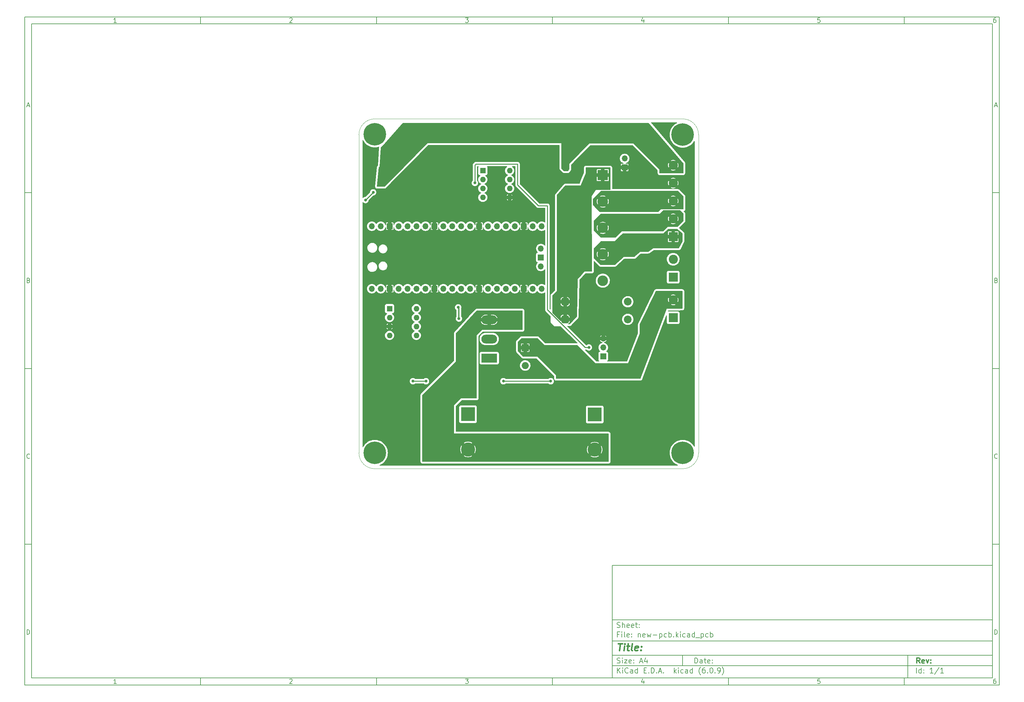
<source format=gbr>
%TF.GenerationSoftware,KiCad,Pcbnew,(6.0.9)*%
%TF.CreationDate,2022-12-24T03:55:53+03:00*%
%TF.ProjectId,new-pcb,6e65772d-7063-4622-9e6b-696361645f70,rev?*%
%TF.SameCoordinates,Original*%
%TF.FileFunction,Copper,L2,Bot*%
%TF.FilePolarity,Positive*%
%FSLAX46Y46*%
G04 Gerber Fmt 4.6, Leading zero omitted, Abs format (unit mm)*
G04 Created by KiCad (PCBNEW (6.0.9)) date 2022-12-24 03:55:53*
%MOMM*%
%LPD*%
G01*
G04 APERTURE LIST*
G04 Aperture macros list*
%AMRoundRect*
0 Rectangle with rounded corners*
0 $1 Rounding radius*
0 $2 $3 $4 $5 $6 $7 $8 $9 X,Y pos of 4 corners*
0 Add a 4 corners polygon primitive as box body*
4,1,4,$2,$3,$4,$5,$6,$7,$8,$9,$2,$3,0*
0 Add four circle primitives for the rounded corners*
1,1,$1+$1,$2,$3*
1,1,$1+$1,$4,$5*
1,1,$1+$1,$6,$7*
1,1,$1+$1,$8,$9*
0 Add four rect primitives between the rounded corners*
20,1,$1+$1,$2,$3,$4,$5,0*
20,1,$1+$1,$4,$5,$6,$7,0*
20,1,$1+$1,$6,$7,$8,$9,0*
20,1,$1+$1,$8,$9,$2,$3,0*%
G04 Aperture macros list end*
%ADD10C,0.100000*%
%ADD11C,0.150000*%
%ADD12C,0.300000*%
%ADD13C,0.400000*%
%TA.AperFunction,Profile*%
%ADD14C,0.100000*%
%TD*%
%TA.AperFunction,ComponentPad*%
%ADD15R,2.600000X2.600000*%
%TD*%
%TA.AperFunction,ComponentPad*%
%ADD16C,2.600000*%
%TD*%
%TA.AperFunction,ComponentPad*%
%ADD17O,4.500000X2.500000*%
%TD*%
%TA.AperFunction,ComponentPad*%
%ADD18R,4.500000X2.500000*%
%TD*%
%TA.AperFunction,ComponentPad*%
%ADD19R,2.000000X2.000000*%
%TD*%
%TA.AperFunction,ComponentPad*%
%ADD20O,2.000000X2.000000*%
%TD*%
%TA.AperFunction,ComponentPad*%
%ADD21R,1.700000X1.700000*%
%TD*%
%TA.AperFunction,ComponentPad*%
%ADD22O,1.700000X1.700000*%
%TD*%
%TA.AperFunction,ComponentPad*%
%ADD23C,6.400000*%
%TD*%
%TA.AperFunction,ComponentPad*%
%ADD24R,4.000000X4.000000*%
%TD*%
%TA.AperFunction,ComponentPad*%
%ADD25C,4.000000*%
%TD*%
%TA.AperFunction,ComponentPad*%
%ADD26C,2.200000*%
%TD*%
%TA.AperFunction,ComponentPad*%
%ADD27RoundRect,0.550000X-0.550000X-0.550000X0.550000X-0.550000X0.550000X0.550000X-0.550000X0.550000X0*%
%TD*%
%TA.AperFunction,ComponentPad*%
%ADD28O,1.600000X1.600000*%
%TD*%
%TA.AperFunction,ComponentPad*%
%ADD29R,1.600000X1.600000*%
%TD*%
%TA.AperFunction,ComponentPad*%
%ADD30C,3.000000*%
%TD*%
%TA.AperFunction,ComponentPad*%
%ADD31R,3.000000X3.000000*%
%TD*%
%TA.AperFunction,ViaPad*%
%ADD32C,0.800000*%
%TD*%
%TA.AperFunction,Conductor*%
%ADD33C,0.350000*%
%TD*%
%TA.AperFunction,Conductor*%
%ADD34C,0.250000*%
%TD*%
G04 APERTURE END LIST*
D10*
D11*
X177002200Y-166007200D02*
X177002200Y-198007200D01*
X285002200Y-198007200D01*
X285002200Y-166007200D01*
X177002200Y-166007200D01*
D10*
D11*
X10000000Y-10000000D02*
X10000000Y-200007200D01*
X287002200Y-200007200D01*
X287002200Y-10000000D01*
X10000000Y-10000000D01*
D10*
D11*
X12000000Y-12000000D02*
X12000000Y-198007200D01*
X285002200Y-198007200D01*
X285002200Y-12000000D01*
X12000000Y-12000000D01*
D10*
D11*
X60000000Y-12000000D02*
X60000000Y-10000000D01*
D10*
D11*
X110000000Y-12000000D02*
X110000000Y-10000000D01*
D10*
D11*
X160000000Y-12000000D02*
X160000000Y-10000000D01*
D10*
D11*
X210000000Y-12000000D02*
X210000000Y-10000000D01*
D10*
D11*
X260000000Y-12000000D02*
X260000000Y-10000000D01*
D10*
D11*
X36065476Y-11588095D02*
X35322619Y-11588095D01*
X35694047Y-11588095D02*
X35694047Y-10288095D01*
X35570238Y-10473809D01*
X35446428Y-10597619D01*
X35322619Y-10659523D01*
D10*
D11*
X85322619Y-10411904D02*
X85384523Y-10350000D01*
X85508333Y-10288095D01*
X85817857Y-10288095D01*
X85941666Y-10350000D01*
X86003571Y-10411904D01*
X86065476Y-10535714D01*
X86065476Y-10659523D01*
X86003571Y-10845238D01*
X85260714Y-11588095D01*
X86065476Y-11588095D01*
D10*
D11*
X135260714Y-10288095D02*
X136065476Y-10288095D01*
X135632142Y-10783333D01*
X135817857Y-10783333D01*
X135941666Y-10845238D01*
X136003571Y-10907142D01*
X136065476Y-11030952D01*
X136065476Y-11340476D01*
X136003571Y-11464285D01*
X135941666Y-11526190D01*
X135817857Y-11588095D01*
X135446428Y-11588095D01*
X135322619Y-11526190D01*
X135260714Y-11464285D01*
D10*
D11*
X185941666Y-10721428D02*
X185941666Y-11588095D01*
X185632142Y-10226190D02*
X185322619Y-11154761D01*
X186127380Y-11154761D01*
D10*
D11*
X236003571Y-10288095D02*
X235384523Y-10288095D01*
X235322619Y-10907142D01*
X235384523Y-10845238D01*
X235508333Y-10783333D01*
X235817857Y-10783333D01*
X235941666Y-10845238D01*
X236003571Y-10907142D01*
X236065476Y-11030952D01*
X236065476Y-11340476D01*
X236003571Y-11464285D01*
X235941666Y-11526190D01*
X235817857Y-11588095D01*
X235508333Y-11588095D01*
X235384523Y-11526190D01*
X235322619Y-11464285D01*
D10*
D11*
X285941666Y-10288095D02*
X285694047Y-10288095D01*
X285570238Y-10350000D01*
X285508333Y-10411904D01*
X285384523Y-10597619D01*
X285322619Y-10845238D01*
X285322619Y-11340476D01*
X285384523Y-11464285D01*
X285446428Y-11526190D01*
X285570238Y-11588095D01*
X285817857Y-11588095D01*
X285941666Y-11526190D01*
X286003571Y-11464285D01*
X286065476Y-11340476D01*
X286065476Y-11030952D01*
X286003571Y-10907142D01*
X285941666Y-10845238D01*
X285817857Y-10783333D01*
X285570238Y-10783333D01*
X285446428Y-10845238D01*
X285384523Y-10907142D01*
X285322619Y-11030952D01*
D10*
D11*
X60000000Y-198007200D02*
X60000000Y-200007200D01*
D10*
D11*
X110000000Y-198007200D02*
X110000000Y-200007200D01*
D10*
D11*
X160000000Y-198007200D02*
X160000000Y-200007200D01*
D10*
D11*
X210000000Y-198007200D02*
X210000000Y-200007200D01*
D10*
D11*
X260000000Y-198007200D02*
X260000000Y-200007200D01*
D10*
D11*
X36065476Y-199595295D02*
X35322619Y-199595295D01*
X35694047Y-199595295D02*
X35694047Y-198295295D01*
X35570238Y-198481009D01*
X35446428Y-198604819D01*
X35322619Y-198666723D01*
D10*
D11*
X85322619Y-198419104D02*
X85384523Y-198357200D01*
X85508333Y-198295295D01*
X85817857Y-198295295D01*
X85941666Y-198357200D01*
X86003571Y-198419104D01*
X86065476Y-198542914D01*
X86065476Y-198666723D01*
X86003571Y-198852438D01*
X85260714Y-199595295D01*
X86065476Y-199595295D01*
D10*
D11*
X135260714Y-198295295D02*
X136065476Y-198295295D01*
X135632142Y-198790533D01*
X135817857Y-198790533D01*
X135941666Y-198852438D01*
X136003571Y-198914342D01*
X136065476Y-199038152D01*
X136065476Y-199347676D01*
X136003571Y-199471485D01*
X135941666Y-199533390D01*
X135817857Y-199595295D01*
X135446428Y-199595295D01*
X135322619Y-199533390D01*
X135260714Y-199471485D01*
D10*
D11*
X185941666Y-198728628D02*
X185941666Y-199595295D01*
X185632142Y-198233390D02*
X185322619Y-199161961D01*
X186127380Y-199161961D01*
D10*
D11*
X236003571Y-198295295D02*
X235384523Y-198295295D01*
X235322619Y-198914342D01*
X235384523Y-198852438D01*
X235508333Y-198790533D01*
X235817857Y-198790533D01*
X235941666Y-198852438D01*
X236003571Y-198914342D01*
X236065476Y-199038152D01*
X236065476Y-199347676D01*
X236003571Y-199471485D01*
X235941666Y-199533390D01*
X235817857Y-199595295D01*
X235508333Y-199595295D01*
X235384523Y-199533390D01*
X235322619Y-199471485D01*
D10*
D11*
X285941666Y-198295295D02*
X285694047Y-198295295D01*
X285570238Y-198357200D01*
X285508333Y-198419104D01*
X285384523Y-198604819D01*
X285322619Y-198852438D01*
X285322619Y-199347676D01*
X285384523Y-199471485D01*
X285446428Y-199533390D01*
X285570238Y-199595295D01*
X285817857Y-199595295D01*
X285941666Y-199533390D01*
X286003571Y-199471485D01*
X286065476Y-199347676D01*
X286065476Y-199038152D01*
X286003571Y-198914342D01*
X285941666Y-198852438D01*
X285817857Y-198790533D01*
X285570238Y-198790533D01*
X285446428Y-198852438D01*
X285384523Y-198914342D01*
X285322619Y-199038152D01*
D10*
D11*
X10000000Y-60000000D02*
X12000000Y-60000000D01*
D10*
D11*
X10000000Y-110000000D02*
X12000000Y-110000000D01*
D10*
D11*
X10000000Y-160000000D02*
X12000000Y-160000000D01*
D10*
D11*
X10690476Y-35216666D02*
X11309523Y-35216666D01*
X10566666Y-35588095D02*
X11000000Y-34288095D01*
X11433333Y-35588095D01*
D10*
D11*
X11092857Y-84907142D02*
X11278571Y-84969047D01*
X11340476Y-85030952D01*
X11402380Y-85154761D01*
X11402380Y-85340476D01*
X11340476Y-85464285D01*
X11278571Y-85526190D01*
X11154761Y-85588095D01*
X10659523Y-85588095D01*
X10659523Y-84288095D01*
X11092857Y-84288095D01*
X11216666Y-84350000D01*
X11278571Y-84411904D01*
X11340476Y-84535714D01*
X11340476Y-84659523D01*
X11278571Y-84783333D01*
X11216666Y-84845238D01*
X11092857Y-84907142D01*
X10659523Y-84907142D01*
D10*
D11*
X11402380Y-135464285D02*
X11340476Y-135526190D01*
X11154761Y-135588095D01*
X11030952Y-135588095D01*
X10845238Y-135526190D01*
X10721428Y-135402380D01*
X10659523Y-135278571D01*
X10597619Y-135030952D01*
X10597619Y-134845238D01*
X10659523Y-134597619D01*
X10721428Y-134473809D01*
X10845238Y-134350000D01*
X11030952Y-134288095D01*
X11154761Y-134288095D01*
X11340476Y-134350000D01*
X11402380Y-134411904D01*
D10*
D11*
X10659523Y-185588095D02*
X10659523Y-184288095D01*
X10969047Y-184288095D01*
X11154761Y-184350000D01*
X11278571Y-184473809D01*
X11340476Y-184597619D01*
X11402380Y-184845238D01*
X11402380Y-185030952D01*
X11340476Y-185278571D01*
X11278571Y-185402380D01*
X11154761Y-185526190D01*
X10969047Y-185588095D01*
X10659523Y-185588095D01*
D10*
D11*
X287002200Y-60000000D02*
X285002200Y-60000000D01*
D10*
D11*
X287002200Y-110000000D02*
X285002200Y-110000000D01*
D10*
D11*
X287002200Y-160000000D02*
X285002200Y-160000000D01*
D10*
D11*
X285692676Y-35216666D02*
X286311723Y-35216666D01*
X285568866Y-35588095D02*
X286002200Y-34288095D01*
X286435533Y-35588095D01*
D10*
D11*
X286095057Y-84907142D02*
X286280771Y-84969047D01*
X286342676Y-85030952D01*
X286404580Y-85154761D01*
X286404580Y-85340476D01*
X286342676Y-85464285D01*
X286280771Y-85526190D01*
X286156961Y-85588095D01*
X285661723Y-85588095D01*
X285661723Y-84288095D01*
X286095057Y-84288095D01*
X286218866Y-84350000D01*
X286280771Y-84411904D01*
X286342676Y-84535714D01*
X286342676Y-84659523D01*
X286280771Y-84783333D01*
X286218866Y-84845238D01*
X286095057Y-84907142D01*
X285661723Y-84907142D01*
D10*
D11*
X286404580Y-135464285D02*
X286342676Y-135526190D01*
X286156961Y-135588095D01*
X286033152Y-135588095D01*
X285847438Y-135526190D01*
X285723628Y-135402380D01*
X285661723Y-135278571D01*
X285599819Y-135030952D01*
X285599819Y-134845238D01*
X285661723Y-134597619D01*
X285723628Y-134473809D01*
X285847438Y-134350000D01*
X286033152Y-134288095D01*
X286156961Y-134288095D01*
X286342676Y-134350000D01*
X286404580Y-134411904D01*
D10*
D11*
X285661723Y-185588095D02*
X285661723Y-184288095D01*
X285971247Y-184288095D01*
X286156961Y-184350000D01*
X286280771Y-184473809D01*
X286342676Y-184597619D01*
X286404580Y-184845238D01*
X286404580Y-185030952D01*
X286342676Y-185278571D01*
X286280771Y-185402380D01*
X286156961Y-185526190D01*
X285971247Y-185588095D01*
X285661723Y-185588095D01*
D10*
D11*
X200434342Y-193785771D02*
X200434342Y-192285771D01*
X200791485Y-192285771D01*
X201005771Y-192357200D01*
X201148628Y-192500057D01*
X201220057Y-192642914D01*
X201291485Y-192928628D01*
X201291485Y-193142914D01*
X201220057Y-193428628D01*
X201148628Y-193571485D01*
X201005771Y-193714342D01*
X200791485Y-193785771D01*
X200434342Y-193785771D01*
X202577200Y-193785771D02*
X202577200Y-193000057D01*
X202505771Y-192857200D01*
X202362914Y-192785771D01*
X202077200Y-192785771D01*
X201934342Y-192857200D01*
X202577200Y-193714342D02*
X202434342Y-193785771D01*
X202077200Y-193785771D01*
X201934342Y-193714342D01*
X201862914Y-193571485D01*
X201862914Y-193428628D01*
X201934342Y-193285771D01*
X202077200Y-193214342D01*
X202434342Y-193214342D01*
X202577200Y-193142914D01*
X203077200Y-192785771D02*
X203648628Y-192785771D01*
X203291485Y-192285771D02*
X203291485Y-193571485D01*
X203362914Y-193714342D01*
X203505771Y-193785771D01*
X203648628Y-193785771D01*
X204720057Y-193714342D02*
X204577200Y-193785771D01*
X204291485Y-193785771D01*
X204148628Y-193714342D01*
X204077200Y-193571485D01*
X204077200Y-193000057D01*
X204148628Y-192857200D01*
X204291485Y-192785771D01*
X204577200Y-192785771D01*
X204720057Y-192857200D01*
X204791485Y-193000057D01*
X204791485Y-193142914D01*
X204077200Y-193285771D01*
X205434342Y-193642914D02*
X205505771Y-193714342D01*
X205434342Y-193785771D01*
X205362914Y-193714342D01*
X205434342Y-193642914D01*
X205434342Y-193785771D01*
X205434342Y-192857200D02*
X205505771Y-192928628D01*
X205434342Y-193000057D01*
X205362914Y-192928628D01*
X205434342Y-192857200D01*
X205434342Y-193000057D01*
D10*
D11*
X177002200Y-194507200D02*
X285002200Y-194507200D01*
D10*
D11*
X178434342Y-196585771D02*
X178434342Y-195085771D01*
X179291485Y-196585771D02*
X178648628Y-195728628D01*
X179291485Y-195085771D02*
X178434342Y-195942914D01*
X179934342Y-196585771D02*
X179934342Y-195585771D01*
X179934342Y-195085771D02*
X179862914Y-195157200D01*
X179934342Y-195228628D01*
X180005771Y-195157200D01*
X179934342Y-195085771D01*
X179934342Y-195228628D01*
X181505771Y-196442914D02*
X181434342Y-196514342D01*
X181220057Y-196585771D01*
X181077200Y-196585771D01*
X180862914Y-196514342D01*
X180720057Y-196371485D01*
X180648628Y-196228628D01*
X180577200Y-195942914D01*
X180577200Y-195728628D01*
X180648628Y-195442914D01*
X180720057Y-195300057D01*
X180862914Y-195157200D01*
X181077200Y-195085771D01*
X181220057Y-195085771D01*
X181434342Y-195157200D01*
X181505771Y-195228628D01*
X182791485Y-196585771D02*
X182791485Y-195800057D01*
X182720057Y-195657200D01*
X182577200Y-195585771D01*
X182291485Y-195585771D01*
X182148628Y-195657200D01*
X182791485Y-196514342D02*
X182648628Y-196585771D01*
X182291485Y-196585771D01*
X182148628Y-196514342D01*
X182077200Y-196371485D01*
X182077200Y-196228628D01*
X182148628Y-196085771D01*
X182291485Y-196014342D01*
X182648628Y-196014342D01*
X182791485Y-195942914D01*
X184148628Y-196585771D02*
X184148628Y-195085771D01*
X184148628Y-196514342D02*
X184005771Y-196585771D01*
X183720057Y-196585771D01*
X183577200Y-196514342D01*
X183505771Y-196442914D01*
X183434342Y-196300057D01*
X183434342Y-195871485D01*
X183505771Y-195728628D01*
X183577200Y-195657200D01*
X183720057Y-195585771D01*
X184005771Y-195585771D01*
X184148628Y-195657200D01*
X186005771Y-195800057D02*
X186505771Y-195800057D01*
X186720057Y-196585771D02*
X186005771Y-196585771D01*
X186005771Y-195085771D01*
X186720057Y-195085771D01*
X187362914Y-196442914D02*
X187434342Y-196514342D01*
X187362914Y-196585771D01*
X187291485Y-196514342D01*
X187362914Y-196442914D01*
X187362914Y-196585771D01*
X188077200Y-196585771D02*
X188077200Y-195085771D01*
X188434342Y-195085771D01*
X188648628Y-195157200D01*
X188791485Y-195300057D01*
X188862914Y-195442914D01*
X188934342Y-195728628D01*
X188934342Y-195942914D01*
X188862914Y-196228628D01*
X188791485Y-196371485D01*
X188648628Y-196514342D01*
X188434342Y-196585771D01*
X188077200Y-196585771D01*
X189577200Y-196442914D02*
X189648628Y-196514342D01*
X189577200Y-196585771D01*
X189505771Y-196514342D01*
X189577200Y-196442914D01*
X189577200Y-196585771D01*
X190220057Y-196157200D02*
X190934342Y-196157200D01*
X190077200Y-196585771D02*
X190577200Y-195085771D01*
X191077200Y-196585771D01*
X191577200Y-196442914D02*
X191648628Y-196514342D01*
X191577200Y-196585771D01*
X191505771Y-196514342D01*
X191577200Y-196442914D01*
X191577200Y-196585771D01*
X194577200Y-196585771D02*
X194577200Y-195085771D01*
X194720057Y-196014342D02*
X195148628Y-196585771D01*
X195148628Y-195585771D02*
X194577200Y-196157200D01*
X195791485Y-196585771D02*
X195791485Y-195585771D01*
X195791485Y-195085771D02*
X195720057Y-195157200D01*
X195791485Y-195228628D01*
X195862914Y-195157200D01*
X195791485Y-195085771D01*
X195791485Y-195228628D01*
X197148628Y-196514342D02*
X197005771Y-196585771D01*
X196720057Y-196585771D01*
X196577200Y-196514342D01*
X196505771Y-196442914D01*
X196434342Y-196300057D01*
X196434342Y-195871485D01*
X196505771Y-195728628D01*
X196577200Y-195657200D01*
X196720057Y-195585771D01*
X197005771Y-195585771D01*
X197148628Y-195657200D01*
X198434342Y-196585771D02*
X198434342Y-195800057D01*
X198362914Y-195657200D01*
X198220057Y-195585771D01*
X197934342Y-195585771D01*
X197791485Y-195657200D01*
X198434342Y-196514342D02*
X198291485Y-196585771D01*
X197934342Y-196585771D01*
X197791485Y-196514342D01*
X197720057Y-196371485D01*
X197720057Y-196228628D01*
X197791485Y-196085771D01*
X197934342Y-196014342D01*
X198291485Y-196014342D01*
X198434342Y-195942914D01*
X199791485Y-196585771D02*
X199791485Y-195085771D01*
X199791485Y-196514342D02*
X199648628Y-196585771D01*
X199362914Y-196585771D01*
X199220057Y-196514342D01*
X199148628Y-196442914D01*
X199077200Y-196300057D01*
X199077200Y-195871485D01*
X199148628Y-195728628D01*
X199220057Y-195657200D01*
X199362914Y-195585771D01*
X199648628Y-195585771D01*
X199791485Y-195657200D01*
X202077200Y-197157200D02*
X202005771Y-197085771D01*
X201862914Y-196871485D01*
X201791485Y-196728628D01*
X201720057Y-196514342D01*
X201648628Y-196157200D01*
X201648628Y-195871485D01*
X201720057Y-195514342D01*
X201791485Y-195300057D01*
X201862914Y-195157200D01*
X202005771Y-194942914D01*
X202077200Y-194871485D01*
X203291485Y-195085771D02*
X203005771Y-195085771D01*
X202862914Y-195157200D01*
X202791485Y-195228628D01*
X202648628Y-195442914D01*
X202577200Y-195728628D01*
X202577200Y-196300057D01*
X202648628Y-196442914D01*
X202720057Y-196514342D01*
X202862914Y-196585771D01*
X203148628Y-196585771D01*
X203291485Y-196514342D01*
X203362914Y-196442914D01*
X203434342Y-196300057D01*
X203434342Y-195942914D01*
X203362914Y-195800057D01*
X203291485Y-195728628D01*
X203148628Y-195657200D01*
X202862914Y-195657200D01*
X202720057Y-195728628D01*
X202648628Y-195800057D01*
X202577200Y-195942914D01*
X204077200Y-196442914D02*
X204148628Y-196514342D01*
X204077200Y-196585771D01*
X204005771Y-196514342D01*
X204077200Y-196442914D01*
X204077200Y-196585771D01*
X205077200Y-195085771D02*
X205220057Y-195085771D01*
X205362914Y-195157200D01*
X205434342Y-195228628D01*
X205505771Y-195371485D01*
X205577200Y-195657200D01*
X205577200Y-196014342D01*
X205505771Y-196300057D01*
X205434342Y-196442914D01*
X205362914Y-196514342D01*
X205220057Y-196585771D01*
X205077200Y-196585771D01*
X204934342Y-196514342D01*
X204862914Y-196442914D01*
X204791485Y-196300057D01*
X204720057Y-196014342D01*
X204720057Y-195657200D01*
X204791485Y-195371485D01*
X204862914Y-195228628D01*
X204934342Y-195157200D01*
X205077200Y-195085771D01*
X206220057Y-196442914D02*
X206291485Y-196514342D01*
X206220057Y-196585771D01*
X206148628Y-196514342D01*
X206220057Y-196442914D01*
X206220057Y-196585771D01*
X207005771Y-196585771D02*
X207291485Y-196585771D01*
X207434342Y-196514342D01*
X207505771Y-196442914D01*
X207648628Y-196228628D01*
X207720057Y-195942914D01*
X207720057Y-195371485D01*
X207648628Y-195228628D01*
X207577200Y-195157200D01*
X207434342Y-195085771D01*
X207148628Y-195085771D01*
X207005771Y-195157200D01*
X206934342Y-195228628D01*
X206862914Y-195371485D01*
X206862914Y-195728628D01*
X206934342Y-195871485D01*
X207005771Y-195942914D01*
X207148628Y-196014342D01*
X207434342Y-196014342D01*
X207577200Y-195942914D01*
X207648628Y-195871485D01*
X207720057Y-195728628D01*
X208220057Y-197157200D02*
X208291485Y-197085771D01*
X208434342Y-196871485D01*
X208505771Y-196728628D01*
X208577200Y-196514342D01*
X208648628Y-196157200D01*
X208648628Y-195871485D01*
X208577200Y-195514342D01*
X208505771Y-195300057D01*
X208434342Y-195157200D01*
X208291485Y-194942914D01*
X208220057Y-194871485D01*
D10*
D11*
X177002200Y-191507200D02*
X285002200Y-191507200D01*
D10*
D12*
X264411485Y-193785771D02*
X263911485Y-193071485D01*
X263554342Y-193785771D02*
X263554342Y-192285771D01*
X264125771Y-192285771D01*
X264268628Y-192357200D01*
X264340057Y-192428628D01*
X264411485Y-192571485D01*
X264411485Y-192785771D01*
X264340057Y-192928628D01*
X264268628Y-193000057D01*
X264125771Y-193071485D01*
X263554342Y-193071485D01*
X265625771Y-193714342D02*
X265482914Y-193785771D01*
X265197200Y-193785771D01*
X265054342Y-193714342D01*
X264982914Y-193571485D01*
X264982914Y-193000057D01*
X265054342Y-192857200D01*
X265197200Y-192785771D01*
X265482914Y-192785771D01*
X265625771Y-192857200D01*
X265697200Y-193000057D01*
X265697200Y-193142914D01*
X264982914Y-193285771D01*
X266197200Y-192785771D02*
X266554342Y-193785771D01*
X266911485Y-192785771D01*
X267482914Y-193642914D02*
X267554342Y-193714342D01*
X267482914Y-193785771D01*
X267411485Y-193714342D01*
X267482914Y-193642914D01*
X267482914Y-193785771D01*
X267482914Y-192857200D02*
X267554342Y-192928628D01*
X267482914Y-193000057D01*
X267411485Y-192928628D01*
X267482914Y-192857200D01*
X267482914Y-193000057D01*
D10*
D11*
X178362914Y-193714342D02*
X178577200Y-193785771D01*
X178934342Y-193785771D01*
X179077200Y-193714342D01*
X179148628Y-193642914D01*
X179220057Y-193500057D01*
X179220057Y-193357200D01*
X179148628Y-193214342D01*
X179077200Y-193142914D01*
X178934342Y-193071485D01*
X178648628Y-193000057D01*
X178505771Y-192928628D01*
X178434342Y-192857200D01*
X178362914Y-192714342D01*
X178362914Y-192571485D01*
X178434342Y-192428628D01*
X178505771Y-192357200D01*
X178648628Y-192285771D01*
X179005771Y-192285771D01*
X179220057Y-192357200D01*
X179862914Y-193785771D02*
X179862914Y-192785771D01*
X179862914Y-192285771D02*
X179791485Y-192357200D01*
X179862914Y-192428628D01*
X179934342Y-192357200D01*
X179862914Y-192285771D01*
X179862914Y-192428628D01*
X180434342Y-192785771D02*
X181220057Y-192785771D01*
X180434342Y-193785771D01*
X181220057Y-193785771D01*
X182362914Y-193714342D02*
X182220057Y-193785771D01*
X181934342Y-193785771D01*
X181791485Y-193714342D01*
X181720057Y-193571485D01*
X181720057Y-193000057D01*
X181791485Y-192857200D01*
X181934342Y-192785771D01*
X182220057Y-192785771D01*
X182362914Y-192857200D01*
X182434342Y-193000057D01*
X182434342Y-193142914D01*
X181720057Y-193285771D01*
X183077200Y-193642914D02*
X183148628Y-193714342D01*
X183077200Y-193785771D01*
X183005771Y-193714342D01*
X183077200Y-193642914D01*
X183077200Y-193785771D01*
X183077200Y-192857200D02*
X183148628Y-192928628D01*
X183077200Y-193000057D01*
X183005771Y-192928628D01*
X183077200Y-192857200D01*
X183077200Y-193000057D01*
X184862914Y-193357200D02*
X185577200Y-193357200D01*
X184720057Y-193785771D02*
X185220057Y-192285771D01*
X185720057Y-193785771D01*
X186862914Y-192785771D02*
X186862914Y-193785771D01*
X186505771Y-192214342D02*
X186148628Y-193285771D01*
X187077200Y-193285771D01*
D10*
D11*
X263434342Y-196585771D02*
X263434342Y-195085771D01*
X264791485Y-196585771D02*
X264791485Y-195085771D01*
X264791485Y-196514342D02*
X264648628Y-196585771D01*
X264362914Y-196585771D01*
X264220057Y-196514342D01*
X264148628Y-196442914D01*
X264077200Y-196300057D01*
X264077200Y-195871485D01*
X264148628Y-195728628D01*
X264220057Y-195657200D01*
X264362914Y-195585771D01*
X264648628Y-195585771D01*
X264791485Y-195657200D01*
X265505771Y-196442914D02*
X265577200Y-196514342D01*
X265505771Y-196585771D01*
X265434342Y-196514342D01*
X265505771Y-196442914D01*
X265505771Y-196585771D01*
X265505771Y-195657200D02*
X265577200Y-195728628D01*
X265505771Y-195800057D01*
X265434342Y-195728628D01*
X265505771Y-195657200D01*
X265505771Y-195800057D01*
X268148628Y-196585771D02*
X267291485Y-196585771D01*
X267720057Y-196585771D02*
X267720057Y-195085771D01*
X267577200Y-195300057D01*
X267434342Y-195442914D01*
X267291485Y-195514342D01*
X269862914Y-195014342D02*
X268577200Y-196942914D01*
X271148628Y-196585771D02*
X270291485Y-196585771D01*
X270720057Y-196585771D02*
X270720057Y-195085771D01*
X270577200Y-195300057D01*
X270434342Y-195442914D01*
X270291485Y-195514342D01*
D10*
D11*
X177002200Y-187507200D02*
X285002200Y-187507200D01*
D10*
D13*
X178714580Y-188211961D02*
X179857438Y-188211961D01*
X179036009Y-190211961D02*
X179286009Y-188211961D01*
X180274104Y-190211961D02*
X180440771Y-188878628D01*
X180524104Y-188211961D02*
X180416961Y-188307200D01*
X180500295Y-188402438D01*
X180607438Y-188307200D01*
X180524104Y-188211961D01*
X180500295Y-188402438D01*
X181107438Y-188878628D02*
X181869342Y-188878628D01*
X181476485Y-188211961D02*
X181262200Y-189926247D01*
X181333628Y-190116723D01*
X181512200Y-190211961D01*
X181702676Y-190211961D01*
X182655057Y-190211961D02*
X182476485Y-190116723D01*
X182405057Y-189926247D01*
X182619342Y-188211961D01*
X184190771Y-190116723D02*
X183988390Y-190211961D01*
X183607438Y-190211961D01*
X183428866Y-190116723D01*
X183357438Y-189926247D01*
X183452676Y-189164342D01*
X183571723Y-188973866D01*
X183774104Y-188878628D01*
X184155057Y-188878628D01*
X184333628Y-188973866D01*
X184405057Y-189164342D01*
X184381247Y-189354819D01*
X183405057Y-189545295D01*
X185155057Y-190021485D02*
X185238390Y-190116723D01*
X185131247Y-190211961D01*
X185047914Y-190116723D01*
X185155057Y-190021485D01*
X185131247Y-190211961D01*
X185286009Y-188973866D02*
X185369342Y-189069104D01*
X185262200Y-189164342D01*
X185178866Y-189069104D01*
X185286009Y-188973866D01*
X185262200Y-189164342D01*
D10*
D11*
X178934342Y-185600057D02*
X178434342Y-185600057D01*
X178434342Y-186385771D02*
X178434342Y-184885771D01*
X179148628Y-184885771D01*
X179720057Y-186385771D02*
X179720057Y-185385771D01*
X179720057Y-184885771D02*
X179648628Y-184957200D01*
X179720057Y-185028628D01*
X179791485Y-184957200D01*
X179720057Y-184885771D01*
X179720057Y-185028628D01*
X180648628Y-186385771D02*
X180505771Y-186314342D01*
X180434342Y-186171485D01*
X180434342Y-184885771D01*
X181791485Y-186314342D02*
X181648628Y-186385771D01*
X181362914Y-186385771D01*
X181220057Y-186314342D01*
X181148628Y-186171485D01*
X181148628Y-185600057D01*
X181220057Y-185457200D01*
X181362914Y-185385771D01*
X181648628Y-185385771D01*
X181791485Y-185457200D01*
X181862914Y-185600057D01*
X181862914Y-185742914D01*
X181148628Y-185885771D01*
X182505771Y-186242914D02*
X182577200Y-186314342D01*
X182505771Y-186385771D01*
X182434342Y-186314342D01*
X182505771Y-186242914D01*
X182505771Y-186385771D01*
X182505771Y-185457200D02*
X182577200Y-185528628D01*
X182505771Y-185600057D01*
X182434342Y-185528628D01*
X182505771Y-185457200D01*
X182505771Y-185600057D01*
X184362914Y-185385771D02*
X184362914Y-186385771D01*
X184362914Y-185528628D02*
X184434342Y-185457200D01*
X184577200Y-185385771D01*
X184791485Y-185385771D01*
X184934342Y-185457200D01*
X185005771Y-185600057D01*
X185005771Y-186385771D01*
X186291485Y-186314342D02*
X186148628Y-186385771D01*
X185862914Y-186385771D01*
X185720057Y-186314342D01*
X185648628Y-186171485D01*
X185648628Y-185600057D01*
X185720057Y-185457200D01*
X185862914Y-185385771D01*
X186148628Y-185385771D01*
X186291485Y-185457200D01*
X186362914Y-185600057D01*
X186362914Y-185742914D01*
X185648628Y-185885771D01*
X186862914Y-185385771D02*
X187148628Y-186385771D01*
X187434342Y-185671485D01*
X187720057Y-186385771D01*
X188005771Y-185385771D01*
X188577200Y-185814342D02*
X189720057Y-185814342D01*
X190434342Y-185385771D02*
X190434342Y-186885771D01*
X190434342Y-185457200D02*
X190577200Y-185385771D01*
X190862914Y-185385771D01*
X191005771Y-185457200D01*
X191077200Y-185528628D01*
X191148628Y-185671485D01*
X191148628Y-186100057D01*
X191077200Y-186242914D01*
X191005771Y-186314342D01*
X190862914Y-186385771D01*
X190577200Y-186385771D01*
X190434342Y-186314342D01*
X192434342Y-186314342D02*
X192291485Y-186385771D01*
X192005771Y-186385771D01*
X191862914Y-186314342D01*
X191791485Y-186242914D01*
X191720057Y-186100057D01*
X191720057Y-185671485D01*
X191791485Y-185528628D01*
X191862914Y-185457200D01*
X192005771Y-185385771D01*
X192291485Y-185385771D01*
X192434342Y-185457200D01*
X193077200Y-186385771D02*
X193077200Y-184885771D01*
X193077200Y-185457200D02*
X193220057Y-185385771D01*
X193505771Y-185385771D01*
X193648628Y-185457200D01*
X193720057Y-185528628D01*
X193791485Y-185671485D01*
X193791485Y-186100057D01*
X193720057Y-186242914D01*
X193648628Y-186314342D01*
X193505771Y-186385771D01*
X193220057Y-186385771D01*
X193077200Y-186314342D01*
X194434342Y-186242914D02*
X194505771Y-186314342D01*
X194434342Y-186385771D01*
X194362914Y-186314342D01*
X194434342Y-186242914D01*
X194434342Y-186385771D01*
X195148628Y-186385771D02*
X195148628Y-184885771D01*
X195291485Y-185814342D02*
X195720057Y-186385771D01*
X195720057Y-185385771D02*
X195148628Y-185957200D01*
X196362914Y-186385771D02*
X196362914Y-185385771D01*
X196362914Y-184885771D02*
X196291485Y-184957200D01*
X196362914Y-185028628D01*
X196434342Y-184957200D01*
X196362914Y-184885771D01*
X196362914Y-185028628D01*
X197720057Y-186314342D02*
X197577200Y-186385771D01*
X197291485Y-186385771D01*
X197148628Y-186314342D01*
X197077200Y-186242914D01*
X197005771Y-186100057D01*
X197005771Y-185671485D01*
X197077200Y-185528628D01*
X197148628Y-185457200D01*
X197291485Y-185385771D01*
X197577200Y-185385771D01*
X197720057Y-185457200D01*
X199005771Y-186385771D02*
X199005771Y-185600057D01*
X198934342Y-185457200D01*
X198791485Y-185385771D01*
X198505771Y-185385771D01*
X198362914Y-185457200D01*
X199005771Y-186314342D02*
X198862914Y-186385771D01*
X198505771Y-186385771D01*
X198362914Y-186314342D01*
X198291485Y-186171485D01*
X198291485Y-186028628D01*
X198362914Y-185885771D01*
X198505771Y-185814342D01*
X198862914Y-185814342D01*
X199005771Y-185742914D01*
X200362914Y-186385771D02*
X200362914Y-184885771D01*
X200362914Y-186314342D02*
X200220057Y-186385771D01*
X199934342Y-186385771D01*
X199791485Y-186314342D01*
X199720057Y-186242914D01*
X199648628Y-186100057D01*
X199648628Y-185671485D01*
X199720057Y-185528628D01*
X199791485Y-185457200D01*
X199934342Y-185385771D01*
X200220057Y-185385771D01*
X200362914Y-185457200D01*
X200720057Y-186528628D02*
X201862914Y-186528628D01*
X202220057Y-185385771D02*
X202220057Y-186885771D01*
X202220057Y-185457200D02*
X202362914Y-185385771D01*
X202648628Y-185385771D01*
X202791485Y-185457200D01*
X202862914Y-185528628D01*
X202934342Y-185671485D01*
X202934342Y-186100057D01*
X202862914Y-186242914D01*
X202791485Y-186314342D01*
X202648628Y-186385771D01*
X202362914Y-186385771D01*
X202220057Y-186314342D01*
X204220057Y-186314342D02*
X204077200Y-186385771D01*
X203791485Y-186385771D01*
X203648628Y-186314342D01*
X203577200Y-186242914D01*
X203505771Y-186100057D01*
X203505771Y-185671485D01*
X203577200Y-185528628D01*
X203648628Y-185457200D01*
X203791485Y-185385771D01*
X204077200Y-185385771D01*
X204220057Y-185457200D01*
X204862914Y-186385771D02*
X204862914Y-184885771D01*
X204862914Y-185457200D02*
X205005771Y-185385771D01*
X205291485Y-185385771D01*
X205434342Y-185457200D01*
X205505771Y-185528628D01*
X205577200Y-185671485D01*
X205577200Y-186100057D01*
X205505771Y-186242914D01*
X205434342Y-186314342D01*
X205291485Y-186385771D01*
X205005771Y-186385771D01*
X204862914Y-186314342D01*
D10*
D11*
X177002200Y-181507200D02*
X285002200Y-181507200D01*
D10*
D11*
X178362914Y-183614342D02*
X178577200Y-183685771D01*
X178934342Y-183685771D01*
X179077200Y-183614342D01*
X179148628Y-183542914D01*
X179220057Y-183400057D01*
X179220057Y-183257200D01*
X179148628Y-183114342D01*
X179077200Y-183042914D01*
X178934342Y-182971485D01*
X178648628Y-182900057D01*
X178505771Y-182828628D01*
X178434342Y-182757200D01*
X178362914Y-182614342D01*
X178362914Y-182471485D01*
X178434342Y-182328628D01*
X178505771Y-182257200D01*
X178648628Y-182185771D01*
X179005771Y-182185771D01*
X179220057Y-182257200D01*
X179862914Y-183685771D02*
X179862914Y-182185771D01*
X180505771Y-183685771D02*
X180505771Y-182900057D01*
X180434342Y-182757200D01*
X180291485Y-182685771D01*
X180077200Y-182685771D01*
X179934342Y-182757200D01*
X179862914Y-182828628D01*
X181791485Y-183614342D02*
X181648628Y-183685771D01*
X181362914Y-183685771D01*
X181220057Y-183614342D01*
X181148628Y-183471485D01*
X181148628Y-182900057D01*
X181220057Y-182757200D01*
X181362914Y-182685771D01*
X181648628Y-182685771D01*
X181791485Y-182757200D01*
X181862914Y-182900057D01*
X181862914Y-183042914D01*
X181148628Y-183185771D01*
X183077200Y-183614342D02*
X182934342Y-183685771D01*
X182648628Y-183685771D01*
X182505771Y-183614342D01*
X182434342Y-183471485D01*
X182434342Y-182900057D01*
X182505771Y-182757200D01*
X182648628Y-182685771D01*
X182934342Y-182685771D01*
X183077200Y-182757200D01*
X183148628Y-182900057D01*
X183148628Y-183042914D01*
X182434342Y-183185771D01*
X183577200Y-182685771D02*
X184148628Y-182685771D01*
X183791485Y-182185771D02*
X183791485Y-183471485D01*
X183862914Y-183614342D01*
X184005771Y-183685771D01*
X184148628Y-183685771D01*
X184648628Y-183542914D02*
X184720057Y-183614342D01*
X184648628Y-183685771D01*
X184577200Y-183614342D01*
X184648628Y-183542914D01*
X184648628Y-183685771D01*
X184648628Y-182757200D02*
X184720057Y-182828628D01*
X184648628Y-182900057D01*
X184577200Y-182828628D01*
X184648628Y-182757200D01*
X184648628Y-182900057D01*
D10*
D12*
D10*
D11*
D10*
D11*
D10*
D11*
D10*
D11*
D10*
D11*
X197002200Y-191507200D02*
X197002200Y-194507200D01*
D10*
D11*
X261002200Y-191507200D02*
X261002200Y-198007200D01*
D14*
X201500000Y-43500000D02*
G75*
G03*
X197000000Y-39000000I-4500000J0D01*
G01*
X109500000Y-39000000D02*
G75*
G03*
X105000000Y-43500000I0J-4500000D01*
G01*
X105000000Y-134000000D02*
G75*
G03*
X109500000Y-138500000I4500000J0D01*
G01*
X197000000Y-138500000D02*
G75*
G03*
X201500000Y-134000000I0J4500000D01*
G01*
X109500000Y-138500000D02*
X197000000Y-138500000D01*
X105000000Y-43500000D02*
X105000000Y-134000000D01*
X197000000Y-39000000D02*
X109500000Y-39000000D01*
X201500000Y-134000000D02*
X201500000Y-43500000D01*
D15*
%TO.P,J2,1,Pin_1*%
%TO.N,A-*%
X194300000Y-84000000D03*
D16*
%TO.P,J2,2,Pin_2*%
%TO.N,A+*%
X194300000Y-78920000D03*
%TD*%
D15*
%TO.P,J5,1,Pin_1*%
%TO.N,A-*%
X194300000Y-95545000D03*
D16*
%TO.P,J5,2,Pin_2*%
%TO.N,C*%
X194300000Y-90465000D03*
%TD*%
D17*
%TO.P,Q1,3,E*%
%TO.N,REC_-*%
X142020000Y-96150000D03*
%TO.P,Q1,2,C*%
%TO.N,C*%
X142020000Y-101600000D03*
D18*
%TO.P,Q1,1,G*%
%TO.N,GATE*%
X142020000Y-107050000D03*
%TD*%
D19*
%TO.P,D2,1,K*%
%TO.N,C*%
X152255000Y-104060000D03*
D20*
%TO.P,D2,2,A*%
%TO.N,A+*%
X152255000Y-109140000D03*
%TD*%
D21*
%TO.P,J4,1,Pin_1*%
%TO.N,+5V*%
X174425000Y-106570000D03*
D22*
%TO.P,J4,2,Pin_2*%
%TO.N,CSENSE*%
X174425000Y-104030000D03*
%TO.P,J4,3,Pin_3*%
%TO.N,GND*%
X174425000Y-101490000D03*
%TD*%
D15*
%TO.P,J1,1,Pin_1*%
%TO.N,AC_a*%
X194300000Y-72500000D03*
D16*
%TO.P,J1,2,Pin_2*%
%TO.N,AC_b*%
X194300000Y-67420000D03*
%TO.P,J1,3,Pin_3*%
%TO.N,AC_c*%
X194300000Y-62340000D03*
%TO.P,J1,4,Pin_4*%
%TO.N,GND*%
X194300000Y-57260000D03*
%TO.P,J1,5,Pin_5*%
%TO.N,VCC*%
X194300000Y-52180000D03*
%TD*%
D23*
%TO.P,H3,1*%
%TO.N,N/C*%
X197000000Y-134000000D03*
%TD*%
D24*
%TO.P,C6,1*%
%TO.N,A+*%
X172000000Y-123069501D03*
D25*
%TO.P,C6,2*%
%TO.N,REC_-*%
X172000000Y-133069501D03*
%TD*%
D23*
%TO.P,H2,1*%
%TO.N,N/C*%
X197000000Y-43500000D03*
%TD*%
D22*
%TO.P,U1,43,SWDIO*%
%TO.N,unconnected-(U1-Pad43)*%
X156700000Y-75860000D03*
D21*
%TO.P,U1,42,GND*%
%TO.N,unconnected-(U1-Pad42)*%
X156700000Y-78400000D03*
D22*
%TO.P,U1,41,SWCLK*%
%TO.N,unconnected-(U1-Pad41)*%
X156700000Y-80940000D03*
%TO.P,U1,40,VBUS*%
%TO.N,unconnected-(U1-Pad40)*%
X108670000Y-69510000D03*
%TO.P,U1,39,VSYS*%
%TO.N,+3.3V*%
X111210000Y-69510000D03*
D21*
%TO.P,U1,38,GND*%
%TO.N,GND*%
X113750000Y-69510000D03*
D22*
%TO.P,U1,37,3V3_EN*%
%TO.N,unconnected-(U1-Pad37)*%
X116290000Y-69510000D03*
%TO.P,U1,36,3V3*%
%TO.N,unconnected-(U1-Pad36)*%
X118830000Y-69510000D03*
%TO.P,U1,35,ADC_VREF*%
%TO.N,+3.3VA*%
X121370000Y-69510000D03*
%TO.P,U1,34,GPIO28_ADC2*%
%TO.N,unconnected-(U1-Pad34)*%
X123910000Y-69510000D03*
D21*
%TO.P,U1,33,AGND*%
%TO.N,GND*%
X126450000Y-69510000D03*
D22*
%TO.P,U1,32,GPIO27_ADC1*%
%TO.N,unconnected-(U1-Pad32)*%
X128990000Y-69510000D03*
%TO.P,U1,31,GPIO26_ADC0*%
%TO.N,Net-(R7-Pad1)*%
X131530000Y-69510000D03*
%TO.P,U1,30,RUN*%
%TO.N,unconnected-(U1-Pad30)*%
X134070000Y-69510000D03*
%TO.P,U1,29,GPIO22*%
%TO.N,unconnected-(U1-Pad29)*%
X136610000Y-69510000D03*
D21*
%TO.P,U1,28,GND*%
%TO.N,GND*%
X139150000Y-69510000D03*
D22*
%TO.P,U1,27,GPIO21*%
%TO.N,unconnected-(U1-Pad27)*%
X141690000Y-69510000D03*
%TO.P,U1,26,GPIO20*%
%TO.N,unconnected-(U1-Pad26)*%
X144230000Y-69510000D03*
%TO.P,U1,25,GPIO19*%
%TO.N,unconnected-(U1-Pad25)*%
X146770000Y-69510000D03*
%TO.P,U1,24,GPIO18*%
%TO.N,unconnected-(U1-Pad24)*%
X149310000Y-69510000D03*
D21*
%TO.P,U1,23,GND*%
%TO.N,GND*%
X151850000Y-69510000D03*
D22*
%TO.P,U1,22,GPIO17*%
%TO.N,unconnected-(U1-Pad22)*%
X154390000Y-69510000D03*
%TO.P,U1,21,GPIO16*%
%TO.N,unconnected-(U1-Pad21)*%
X156930000Y-69510000D03*
%TO.P,U1,20,GPIO15*%
%TO.N,unconnected-(U1-Pad20)*%
X156930000Y-87290000D03*
%TO.P,U1,19,GPIO14*%
%TO.N,unconnected-(U1-Pad19)*%
X154390000Y-87290000D03*
D21*
%TO.P,U1,18,GND*%
%TO.N,GND*%
X151850000Y-87290000D03*
D22*
%TO.P,U1,17,GPIO13*%
%TO.N,unconnected-(U1-Pad17)*%
X149310000Y-87290000D03*
%TO.P,U1,16,GPIO12*%
%TO.N,unconnected-(U1-Pad16)*%
X146770000Y-87290000D03*
%TO.P,U1,15,GPIO11*%
%TO.N,unconnected-(U1-Pad15)*%
X144230000Y-87290000D03*
%TO.P,U1,14,GPIO10*%
%TO.N,unconnected-(U1-Pad14)*%
X141690000Y-87290000D03*
D21*
%TO.P,U1,13,GND*%
%TO.N,GND*%
X139150000Y-87290000D03*
D22*
%TO.P,U1,12,GPIO9*%
%TO.N,unconnected-(U1-Pad12)*%
X136610000Y-87290000D03*
%TO.P,U1,11,GPIO8*%
%TO.N,unconnected-(U1-Pad11)*%
X134070000Y-87290000D03*
%TO.P,U1,10,GPIO7*%
%TO.N,unconnected-(U1-Pad10)*%
X131530000Y-87290000D03*
%TO.P,U1,9,GPIO6*%
%TO.N,unconnected-(U1-Pad9)*%
X128990000Y-87290000D03*
D21*
%TO.P,U1,8,GND*%
%TO.N,GND*%
X126450000Y-87290000D03*
D22*
%TO.P,U1,7,GPIO5*%
%TO.N,unconnected-(U1-Pad7)*%
X123910000Y-87290000D03*
%TO.P,U1,6,GPIO4*%
%TO.N,unconnected-(U1-Pad6)*%
X121370000Y-87290000D03*
%TO.P,U1,5,GPIO3*%
%TO.N,unconnected-(U1-Pad5)*%
X118830000Y-87290000D03*
%TO.P,U1,4,GPIO2*%
%TO.N,unconnected-(U1-Pad4)*%
X116290000Y-87290000D03*
D21*
%TO.P,U1,3,GND*%
%TO.N,GND*%
X113750000Y-87290000D03*
D22*
%TO.P,U1,2,GPIO1*%
%TO.N,unconnected-(U1-Pad2)*%
X111210000Y-87290000D03*
%TO.P,U1,1,GPIO0*%
%TO.N,PWM*%
X108670000Y-87290000D03*
%TD*%
D26*
%TO.P,F1,2*%
%TO.N,A+*%
X181400000Y-91000000D03*
X181400000Y-96000000D03*
D27*
%TO.P,F1,1*%
%TO.N,REC_+*%
X163600000Y-96000000D03*
X163600000Y-91000000D03*
%TD*%
D28*
%TO.P,U6,8*%
%TO.N,N/C*%
X147820000Y-53700000D03*
%TO.P,U6,7*%
X147820000Y-56240000D03*
%TO.P,U6,6*%
X147820000Y-58780000D03*
%TO.P,U6,5,V-*%
%TO.N,GND*%
X147820000Y-61320000D03*
%TO.P,U6,4,V+*%
%TO.N,VCC*%
X140200000Y-61320000D03*
%TO.P,U6,3*%
%TO.N,C_ADC*%
X140200000Y-58780000D03*
%TO.P,U6,2,-*%
X140200000Y-56240000D03*
D29*
%TO.P,U6,1,+*%
%TO.N,Net-(R5-Pad2)*%
X140200000Y-53700000D03*
%TD*%
D25*
%TO.P,C7,2*%
%TO.N,REC_-*%
X136000000Y-133000000D03*
D24*
%TO.P,C7,1*%
%TO.N,A+*%
X136000000Y-123000000D03*
%TD*%
D23*
%TO.P,H1,1*%
%TO.N,N/C*%
X109500000Y-43400000D03*
%TD*%
D30*
%TO.P,D1,5,-*%
%TO.N,REC_-*%
X174300000Y-85000000D03*
%TO.P,D1,4*%
%TO.N,AC_a*%
X174300000Y-77500000D03*
%TO.P,D1,3*%
%TO.N,AC_b*%
X174300000Y-70000000D03*
%TO.P,D1,2*%
%TO.N,AC_c*%
X174300000Y-62500000D03*
D31*
%TO.P,D1,1,+*%
%TO.N,REC_+*%
X174300000Y-55000000D03*
%TD*%
D28*
%TO.P,U3,8,VCC*%
%TO.N,VCC*%
X121320000Y-92950000D03*
%TO.P,U3,7,VO*%
%TO.N,Net-(D3-Pad1)*%
X121320000Y-95490000D03*
%TO.P,U3,6,VO*%
X121320000Y-98030000D03*
%TO.P,U3,5,VEE*%
%TO.N,REC_-*%
X121320000Y-100570000D03*
%TO.P,U3,4,NC*%
%TO.N,unconnected-(U3-Pad4)*%
X113700000Y-100570000D03*
%TO.P,U3,3,C*%
%TO.N,GND*%
X113700000Y-98030000D03*
%TO.P,U3,2,A*%
%TO.N,Net-(R1-Pad2)*%
X113700000Y-95490000D03*
D29*
%TO.P,U3,1,NC*%
%TO.N,unconnected-(U3-Pad1)*%
X113700000Y-92950000D03*
%TD*%
D22*
%TO.P,J3,2,Pin_2*%
%TO.N,+12V*%
X180500000Y-50260000D03*
D21*
%TO.P,J3,1,Pin_1*%
%TO.N,GND*%
X180500000Y-52800000D03*
%TD*%
D23*
%TO.P,H4,1*%
%TO.N,N/C*%
X109500000Y-134000000D03*
%TD*%
D32*
%TO.N,VCC*%
X177200000Y-45300000D03*
X184300000Y-45300000D03*
X177200000Y-43400000D03*
X177200000Y-41700000D03*
X184300000Y-43400000D03*
X184300000Y-41700000D03*
X148200000Y-41500000D03*
X148200000Y-45100000D03*
X162900000Y-43300000D03*
X162900000Y-45200000D03*
X170000000Y-43300000D03*
X170000000Y-45200000D03*
X162900000Y-41600000D03*
X170000000Y-41600000D03*
X155300000Y-41500000D03*
X155300000Y-45100000D03*
X155300000Y-43200000D03*
X148200000Y-43200000D03*
X133500000Y-41500000D03*
X133500000Y-45100000D03*
X140600000Y-41500000D03*
X140600000Y-45100000D03*
X140600000Y-43200000D03*
X133500000Y-43200000D03*
X125900000Y-41400000D03*
X125900000Y-45000000D03*
X125900000Y-43100000D03*
X118800000Y-45000000D03*
X118800000Y-43100000D03*
X118800000Y-41400000D03*
%TO.N,REC_+*%
X170300000Y-62500000D03*
X166200000Y-62500000D03*
X164200000Y-62500000D03*
X162300000Y-62500000D03*
X168300000Y-62500000D03*
X170300000Y-66800000D03*
X166200000Y-66800000D03*
X164200000Y-66800000D03*
X162300000Y-66800000D03*
X168300000Y-66800000D03*
X170300000Y-70500000D03*
X166200000Y-70500000D03*
X164200000Y-70500000D03*
X162300000Y-70500000D03*
X168300000Y-70500000D03*
X170300000Y-75000000D03*
X166200000Y-75000000D03*
X164200000Y-75000000D03*
X162300000Y-75000000D03*
X168300000Y-75000000D03*
X170300000Y-79000000D03*
X168300000Y-79000000D03*
X166200000Y-79000000D03*
X164200000Y-79000000D03*
X162300000Y-79000000D03*
X166200000Y-82400000D03*
X164200000Y-82400000D03*
X162300000Y-82400000D03*
X166200000Y-86400000D03*
X164200000Y-86400000D03*
X162300000Y-86400000D03*
%TO.N,AC_a*%
X189300000Y-75100000D03*
X189300000Y-73600000D03*
X189300000Y-72100000D03*
X186200000Y-75700000D03*
X186200000Y-73800000D03*
X186200000Y-72100000D03*
X183100000Y-76200000D03*
X183100000Y-74100000D03*
X183100000Y-72100000D03*
X179900000Y-76900000D03*
X179900000Y-74900000D03*
X179900000Y-73100000D03*
X177000000Y-78200000D03*
X177000000Y-76500000D03*
X177000000Y-74900000D03*
%TO.N,AC_b*%
X189900000Y-69800000D03*
X189900000Y-66900000D03*
X189900000Y-68300000D03*
X186600000Y-69800000D03*
X186600000Y-66900000D03*
X186600000Y-68300000D03*
X183300000Y-69800000D03*
X183300000Y-66900000D03*
X183300000Y-68300000D03*
X180200000Y-69800000D03*
X180200000Y-66900000D03*
X180200000Y-68300000D03*
X177100000Y-71200000D03*
X177100000Y-69800000D03*
X177100000Y-68300000D03*
X177100000Y-66900000D03*
%TO.N,AC_c*%
X188300000Y-63000000D03*
X188300000Y-61700000D03*
X188300000Y-64400000D03*
X188300000Y-60300000D03*
X185200000Y-63000000D03*
X185200000Y-61700000D03*
X185200000Y-64400000D03*
X185200000Y-60300000D03*
X182500000Y-63000000D03*
X182500000Y-61700000D03*
X182500000Y-64400000D03*
X182500000Y-60300000D03*
X179800000Y-63000000D03*
X179800000Y-61700000D03*
X179800000Y-64400000D03*
X179800000Y-60300000D03*
X177200000Y-64400000D03*
X177200000Y-63000000D03*
X177200000Y-61700000D03*
X177200000Y-60300000D03*
%TO.N,REC_-*%
X145500000Y-96000000D03*
X150000000Y-96000000D03*
X147000000Y-96000000D03*
X148500000Y-96000000D03*
X145500000Y-97500000D03*
X147000000Y-97500000D03*
X148500000Y-97500000D03*
X150000000Y-97500000D03*
X150000000Y-94500000D03*
X148500000Y-94500000D03*
X147000000Y-94500000D03*
X145500000Y-94500000D03*
X168000000Y-132500000D03*
X168000000Y-131000000D03*
X168000000Y-134000000D03*
X168000000Y-135500000D03*
X168000000Y-129500000D03*
X166000000Y-132500000D03*
X166000000Y-129500000D03*
X166000000Y-135500000D03*
X166000000Y-131000000D03*
X166000000Y-134000000D03*
X164000000Y-129500000D03*
X164000000Y-134000000D03*
X164000000Y-135500000D03*
X164000000Y-132500000D03*
X164000000Y-131000000D03*
X162000000Y-132500000D03*
X162000000Y-134000000D03*
X162000000Y-135500000D03*
X162000000Y-131000000D03*
X162000000Y-129500000D03*
X145000000Y-132500000D03*
X145000000Y-134000000D03*
X145000000Y-135500000D03*
X145000000Y-131000000D03*
X145000000Y-129500000D03*
X143000000Y-132500000D03*
X143000000Y-134000000D03*
X143000000Y-135500000D03*
X143000000Y-131000000D03*
X143000000Y-129500000D03*
X141000000Y-132500000D03*
X141000000Y-134000000D03*
X141000000Y-135500000D03*
X141000000Y-131000000D03*
X141000000Y-129500000D03*
X139000000Y-135500000D03*
X139000000Y-134000000D03*
X139000000Y-132500000D03*
X139000000Y-131000000D03*
X139000000Y-129500000D03*
%TO.N,GATE*%
X133400000Y-95800000D03*
X133200000Y-92600000D03*
%TO.N,GND*%
X151850000Y-73450000D03*
X151850000Y-76950000D03*
X151850000Y-80350000D03*
X151850000Y-84450000D03*
X148400000Y-84400000D03*
X142500000Y-84400000D03*
X135800000Y-84500000D03*
X129600000Y-84500000D03*
X123100000Y-84500000D03*
X116900000Y-84500000D03*
X185900000Y-58000000D03*
X185900000Y-56800000D03*
X185900000Y-55600000D03*
X191800000Y-58000000D03*
X190300000Y-58000000D03*
X188700000Y-58000000D03*
X187300000Y-58000000D03*
X191900000Y-56700000D03*
X190400000Y-56700000D03*
X188800000Y-56800000D03*
X187300000Y-56800000D03*
X192000000Y-55600000D03*
X190400000Y-55600000D03*
X188800000Y-55600000D03*
X187300000Y-55600000D03*
X184300000Y-52800000D03*
X170800000Y-50300000D03*
X161400000Y-55900000D03*
X158400000Y-50200000D03*
X150800000Y-64400000D03*
X151900000Y-65800000D03*
X148900000Y-63700000D03*
X147300000Y-63700000D03*
X145800000Y-63700000D03*
X138400000Y-65500000D03*
X139900000Y-65500000D03*
X139900000Y-63800000D03*
X138400000Y-63800000D03*
X126500000Y-65500000D03*
X113750000Y-65250000D03*
X108325000Y-65175000D03*
X109375000Y-55125000D03*
X133500000Y-57250000D03*
X125000000Y-61500000D03*
X126500000Y-61500000D03*
X126500000Y-63500000D03*
X126500000Y-59500000D03*
%TO.N,VCC*%
X120350000Y-113600000D03*
X124050000Y-113600000D03*
X146050000Y-113600000D03*
X159500000Y-113600000D03*
%TO.N,CSENSE*%
X137950000Y-57200000D03*
X170350000Y-104000000D03*
%TO.N,VCC*%
X109050000Y-59900000D03*
X106850000Y-62100000D03*
%TD*%
D33*
%TO.N,GATE*%
X133400000Y-92800000D02*
X133400000Y-95800000D01*
X133200000Y-92600000D02*
X133400000Y-92800000D01*
D34*
%TO.N,VCC*%
X124050000Y-113600000D02*
X120350000Y-113600000D01*
X159500000Y-113600000D02*
X146050000Y-113600000D01*
%TO.N,CSENSE*%
X137950000Y-52150000D02*
X137950000Y-57200000D01*
X138250000Y-51850000D02*
X137950000Y-52150000D01*
X150050000Y-51850000D02*
X138250000Y-51850000D01*
X150100000Y-51900000D02*
X150050000Y-51850000D01*
X156000000Y-63700000D02*
X150100000Y-57800000D01*
X150100000Y-57800000D02*
X150100000Y-51900000D01*
X158550000Y-63700000D02*
X156000000Y-63700000D01*
X169262563Y-104000000D02*
X158550000Y-93287437D01*
X158550000Y-93287437D02*
X158550000Y-63700000D01*
X170350000Y-104000000D02*
X169262563Y-104000000D01*
%TO.N,VCC*%
X106850000Y-62100000D02*
X109050000Y-59900000D01*
%TD*%
%TA.AperFunction,Conductor*%
%TO.N,C*%
G36*
X196909191Y-87968907D02*
G01*
X196945155Y-88018407D01*
X196950000Y-88049000D01*
X196950000Y-92852106D01*
X196931093Y-92910297D01*
X196881593Y-92946261D01*
X196852113Y-92951100D01*
X192500000Y-93000000D01*
X188588318Y-103378996D01*
X185024153Y-112835914D01*
X184985939Y-112883698D01*
X184931514Y-112900000D01*
X161049000Y-112900000D01*
X160990809Y-112881093D01*
X160954845Y-112831593D01*
X160950000Y-112801000D01*
X160950000Y-111850000D01*
X155700000Y-106600000D01*
X151594923Y-106600000D01*
X151536732Y-106581093D01*
X151520418Y-106566192D01*
X150215485Y-105074840D01*
X151055000Y-105074840D01*
X151055948Y-105084462D01*
X151064702Y-105128474D01*
X151072021Y-105146142D01*
X151105389Y-105196082D01*
X151118918Y-105209611D01*
X151168858Y-105242979D01*
X151186526Y-105250298D01*
X151230538Y-105259052D01*
X151240160Y-105260000D01*
X151739320Y-105260000D01*
X151752005Y-105255878D01*
X151755000Y-105251757D01*
X151755000Y-105244320D01*
X152755000Y-105244320D01*
X152759122Y-105257005D01*
X152763243Y-105260000D01*
X153269840Y-105260000D01*
X153279462Y-105259052D01*
X153323474Y-105250298D01*
X153341142Y-105242979D01*
X153391082Y-105209611D01*
X153404611Y-105196082D01*
X153437979Y-105146142D01*
X153445298Y-105128474D01*
X153454052Y-105084462D01*
X153455000Y-105074840D01*
X153455000Y-104575680D01*
X153450878Y-104562995D01*
X153446757Y-104560000D01*
X152770680Y-104560000D01*
X152757995Y-104564122D01*
X152755000Y-104568243D01*
X152755000Y-105244320D01*
X151755000Y-105244320D01*
X151755000Y-104575680D01*
X151750878Y-104562995D01*
X151746757Y-104560000D01*
X151070680Y-104560000D01*
X151057995Y-104564122D01*
X151055000Y-104568243D01*
X151055000Y-105074840D01*
X150215485Y-105074840D01*
X150174495Y-105027994D01*
X150150405Y-104971750D01*
X150150000Y-104962802D01*
X150150000Y-103544320D01*
X151055000Y-103544320D01*
X151059122Y-103557005D01*
X151063243Y-103560000D01*
X151739320Y-103560000D01*
X151752005Y-103555878D01*
X151755000Y-103551757D01*
X151755000Y-103544320D01*
X152755000Y-103544320D01*
X152759122Y-103557005D01*
X152763243Y-103560000D01*
X153439320Y-103560000D01*
X153452005Y-103555878D01*
X153455000Y-103551757D01*
X153455000Y-103045160D01*
X153454052Y-103035538D01*
X153445298Y-102991526D01*
X153437979Y-102973858D01*
X153404611Y-102923918D01*
X153391082Y-102910389D01*
X153341142Y-102877021D01*
X153323474Y-102869702D01*
X153279462Y-102860948D01*
X153269840Y-102860000D01*
X152770680Y-102860000D01*
X152757995Y-102864122D01*
X152755000Y-102868243D01*
X152755000Y-103544320D01*
X151755000Y-103544320D01*
X151755000Y-102875680D01*
X151750878Y-102862995D01*
X151746757Y-102860000D01*
X151240160Y-102860000D01*
X151230538Y-102860948D01*
X151186526Y-102869702D01*
X151168858Y-102877021D01*
X151118918Y-102910389D01*
X151105389Y-102923918D01*
X151072021Y-102973858D01*
X151064702Y-102991526D01*
X151055948Y-103035538D01*
X151055000Y-103045160D01*
X151055000Y-103544320D01*
X150150000Y-103544320D01*
X150150000Y-102441008D01*
X150168907Y-102382817D01*
X150178996Y-102371004D01*
X151171004Y-101378996D01*
X151225521Y-101351219D01*
X151241008Y-101350000D01*
X155708992Y-101350000D01*
X155767183Y-101368907D01*
X155778996Y-101378996D01*
X157750000Y-103350000D01*
X167108992Y-103350000D01*
X167167183Y-103368907D01*
X167178996Y-103378996D01*
X172250000Y-108450000D01*
X181500000Y-108500000D01*
X184800000Y-100100000D01*
X184800000Y-97472708D01*
X184809896Y-97429563D01*
X187026349Y-92852106D01*
X187525395Y-91821467D01*
X193655617Y-91821467D01*
X193660789Y-91826639D01*
X193876279Y-91908926D01*
X193884060Y-91911187D01*
X194117805Y-91958743D01*
X194125844Y-91959702D01*
X194364225Y-91968443D01*
X194372301Y-91968077D01*
X194608915Y-91937765D01*
X194616824Y-91936083D01*
X194845294Y-91867539D01*
X194852842Y-91864581D01*
X194932483Y-91825566D01*
X194940458Y-91817838D01*
X194935193Y-91807300D01*
X194311086Y-91183193D01*
X194299203Y-91177139D01*
X194294172Y-91177935D01*
X193660788Y-91811319D01*
X193655617Y-91821467D01*
X187525395Y-91821467D01*
X188198055Y-90432278D01*
X192795542Y-90432278D01*
X192809274Y-90670426D01*
X192810399Y-90678432D01*
X192862840Y-90911134D01*
X192865264Y-90918868D01*
X192938425Y-91099041D01*
X192945763Y-91107755D01*
X192953129Y-91104764D01*
X193581807Y-90476086D01*
X193587049Y-90465797D01*
X195012139Y-90465797D01*
X195012935Y-90470828D01*
X195642629Y-91100522D01*
X195652582Y-91105593D01*
X195660799Y-91097274D01*
X195697645Y-91022721D01*
X195700625Y-91015197D01*
X195769969Y-90786958D01*
X195771679Y-90779045D01*
X195802999Y-90541145D01*
X195803409Y-90535881D01*
X195805076Y-90467641D01*
X195804925Y-90462371D01*
X195785263Y-90223218D01*
X195783941Y-90215232D01*
X195725832Y-89983891D01*
X195723219Y-89976215D01*
X195660582Y-89832158D01*
X195653783Y-89824473D01*
X195642145Y-89829962D01*
X195018193Y-90453914D01*
X195012139Y-90465797D01*
X193587049Y-90465797D01*
X193587861Y-90464203D01*
X193587065Y-90459172D01*
X192957405Y-89829512D01*
X192947854Y-89824646D01*
X192939325Y-89833494D01*
X192889148Y-89941591D01*
X192886349Y-89949196D01*
X192822607Y-90179041D01*
X192821086Y-90187015D01*
X192795740Y-90424187D01*
X192795542Y-90432278D01*
X188198055Y-90432278D01*
X188837481Y-89111725D01*
X193658651Y-89111725D01*
X193663767Y-89121660D01*
X194288914Y-89746807D01*
X194300797Y-89752861D01*
X194305828Y-89752065D01*
X194937329Y-89120564D01*
X194942765Y-89109895D01*
X194935425Y-89102307D01*
X194920557Y-89094099D01*
X194913153Y-89090772D01*
X194688318Y-89011152D01*
X194680479Y-89009081D01*
X194445637Y-88967250D01*
X194437594Y-88966489D01*
X194199069Y-88963575D01*
X194190990Y-88964140D01*
X193955207Y-89000220D01*
X193947321Y-89002099D01*
X193720591Y-89076205D01*
X193713134Y-89079340D01*
X193666745Y-89103488D01*
X193658651Y-89111725D01*
X188837481Y-89111725D01*
X189372955Y-88005854D01*
X189415331Y-87961721D01*
X189462058Y-87950000D01*
X196851000Y-87950000D01*
X196909191Y-87968907D01*
G37*
%TD.AperFunction*%
%TD*%
%TA.AperFunction,Conductor*%
%TO.N,GND*%
G36*
X195363912Y-40018907D02*
G01*
X195399876Y-40068407D01*
X195399876Y-40129593D01*
X195363912Y-40179093D01*
X195350668Y-40187209D01*
X195288377Y-40218948D01*
X195149518Y-40289699D01*
X195149510Y-40289703D01*
X195147211Y-40290875D01*
X195145039Y-40292286D01*
X195145033Y-40292289D01*
X194824097Y-40500707D01*
X194824089Y-40500713D01*
X194821916Y-40502124D01*
X194520484Y-40746219D01*
X194246219Y-41020484D01*
X194002124Y-41321916D01*
X194000713Y-41324089D01*
X194000707Y-41324097D01*
X193822194Y-41598984D01*
X193790875Y-41647211D01*
X193614786Y-41992806D01*
X193475786Y-42354913D01*
X193475115Y-42357416D01*
X193475115Y-42357417D01*
X193389687Y-42676241D01*
X193375398Y-42729567D01*
X193374991Y-42732137D01*
X193318833Y-43086709D01*
X193314722Y-43112662D01*
X193294422Y-43500000D01*
X193314722Y-43887338D01*
X193315127Y-43889896D01*
X193315128Y-43889904D01*
X193331412Y-43992718D01*
X193375398Y-44270433D01*
X193475786Y-44645087D01*
X193614786Y-45007194D01*
X193790875Y-45352789D01*
X193792286Y-45354961D01*
X193792289Y-45354967D01*
X194000707Y-45675903D01*
X194000713Y-45675911D01*
X194002124Y-45678084D01*
X194246219Y-45979516D01*
X194520484Y-46253781D01*
X194821916Y-46497876D01*
X194824089Y-46499287D01*
X194824097Y-46499293D01*
X195145033Y-46707711D01*
X195145039Y-46707714D01*
X195147211Y-46709125D01*
X195492806Y-46885214D01*
X195854913Y-47024214D01*
X195857416Y-47024885D01*
X195857417Y-47024885D01*
X196227058Y-47123930D01*
X196227063Y-47123931D01*
X196229567Y-47124602D01*
X196232138Y-47125009D01*
X196232137Y-47125009D01*
X196610096Y-47184872D01*
X196610104Y-47184873D01*
X196612662Y-47185278D01*
X197000000Y-47205578D01*
X197387338Y-47185278D01*
X197389896Y-47184873D01*
X197389904Y-47184872D01*
X197767863Y-47125009D01*
X197767862Y-47125009D01*
X197770433Y-47124602D01*
X197772937Y-47123931D01*
X197772942Y-47123930D01*
X198142583Y-47024885D01*
X198142584Y-47024885D01*
X198145087Y-47024214D01*
X198507194Y-46885214D01*
X198852789Y-46709125D01*
X198854961Y-46707714D01*
X198854967Y-46707711D01*
X199175903Y-46499293D01*
X199175911Y-46499287D01*
X199178084Y-46497876D01*
X199479516Y-46253781D01*
X199753781Y-45979516D01*
X199997876Y-45678084D01*
X199999287Y-45675911D01*
X199999293Y-45675903D01*
X200207711Y-45354967D01*
X200207714Y-45354961D01*
X200209125Y-45352789D01*
X200210297Y-45350490D01*
X200210301Y-45350482D01*
X200212790Y-45345596D01*
X200256055Y-45302331D01*
X200316487Y-45292760D01*
X200371003Y-45320537D01*
X200398781Y-45375054D01*
X200400000Y-45390541D01*
X200400000Y-132109459D01*
X200381093Y-132167650D01*
X200331593Y-132203614D01*
X200270407Y-132203614D01*
X200220907Y-132167650D01*
X200212790Y-132154404D01*
X200210301Y-132149518D01*
X200210297Y-132149510D01*
X200209125Y-132147211D01*
X200184609Y-132109459D01*
X199999293Y-131824097D01*
X199999287Y-131824089D01*
X199997876Y-131821916D01*
X199753781Y-131520484D01*
X199479516Y-131246219D01*
X199178084Y-131002124D01*
X199175911Y-131000713D01*
X199175903Y-131000707D01*
X198854967Y-130792289D01*
X198854961Y-130792286D01*
X198852789Y-130790875D01*
X198507194Y-130614786D01*
X198145087Y-130475786D01*
X198142583Y-130475115D01*
X197772942Y-130376070D01*
X197772937Y-130376069D01*
X197770433Y-130375398D01*
X197729884Y-130368976D01*
X197389904Y-130315128D01*
X197389896Y-130315127D01*
X197387338Y-130314722D01*
X197000000Y-130294422D01*
X196612662Y-130314722D01*
X196610104Y-130315127D01*
X196610096Y-130315128D01*
X196270116Y-130368976D01*
X196229567Y-130375398D01*
X196227063Y-130376069D01*
X196227058Y-130376070D01*
X195857417Y-130475115D01*
X195854913Y-130475786D01*
X195492806Y-130614786D01*
X195147211Y-130790875D01*
X195145039Y-130792286D01*
X195145033Y-130792289D01*
X194824097Y-131000707D01*
X194824089Y-131000713D01*
X194821916Y-131002124D01*
X194520484Y-131246219D01*
X194246219Y-131520484D01*
X194002124Y-131821916D01*
X194000713Y-131824089D01*
X194000707Y-131824097D01*
X193815391Y-132109459D01*
X193790875Y-132147211D01*
X193614786Y-132492806D01*
X193475786Y-132854913D01*
X193375398Y-133229567D01*
X193374991Y-133232137D01*
X193332581Y-133499907D01*
X193314722Y-133612662D01*
X193294422Y-134000000D01*
X193314722Y-134387338D01*
X193315127Y-134389896D01*
X193315128Y-134389904D01*
X193368976Y-134729884D01*
X193375398Y-134770433D01*
X193376069Y-134772937D01*
X193376070Y-134772942D01*
X193462235Y-135094515D01*
X193475786Y-135145087D01*
X193614786Y-135507194D01*
X193790875Y-135852789D01*
X193792286Y-135854961D01*
X193792289Y-135854967D01*
X194000707Y-136175903D01*
X194000713Y-136175911D01*
X194002124Y-136178084D01*
X194246219Y-136479516D01*
X194520484Y-136753781D01*
X194821916Y-136997876D01*
X194824089Y-136999287D01*
X194824097Y-136999293D01*
X195145033Y-137207711D01*
X195145039Y-137207714D01*
X195147211Y-137209125D01*
X195492806Y-137385214D01*
X195532479Y-137400443D01*
X195553666Y-137408576D01*
X195601216Y-137447081D01*
X195617052Y-137506181D01*
X195595125Y-137563303D01*
X195543811Y-137596627D01*
X195518188Y-137600000D01*
X110981812Y-137600000D01*
X110923621Y-137581093D01*
X110887657Y-137531593D01*
X110887657Y-137470407D01*
X110923621Y-137420907D01*
X110946334Y-137408576D01*
X110967521Y-137400443D01*
X111007194Y-137385214D01*
X111352789Y-137209125D01*
X111354961Y-137207714D01*
X111354967Y-137207711D01*
X111675903Y-136999293D01*
X111675911Y-136999287D01*
X111678084Y-136997876D01*
X111979516Y-136753781D01*
X112253781Y-136479516D01*
X112317362Y-136401000D01*
X122494500Y-136401000D01*
X122500722Y-136480070D01*
X122505567Y-136510663D01*
X122506131Y-136512875D01*
X122506133Y-136512882D01*
X122517446Y-136557205D01*
X122528743Y-136601467D01*
X122531466Y-136606627D01*
X122531466Y-136606628D01*
X122577803Y-136694446D01*
X122595887Y-136728719D01*
X122631851Y-136778219D01*
X122649482Y-136801083D01*
X122755486Y-136898371D01*
X122884604Y-136961853D01*
X122887955Y-136962942D01*
X122887958Y-136962943D01*
X122905166Y-136968534D01*
X122942795Y-136980760D01*
X123040540Y-136996241D01*
X123095154Y-137004891D01*
X123095156Y-137004891D01*
X123099000Y-137005500D01*
X175901000Y-137005500D01*
X175953985Y-137001331D01*
X175978139Y-136999430D01*
X175978140Y-136999430D01*
X175980070Y-136999278D01*
X175999247Y-136996241D01*
X176008397Y-136994792D01*
X176008400Y-136994791D01*
X176010663Y-136994433D01*
X176012875Y-136993869D01*
X176012882Y-136993867D01*
X176095813Y-136972700D01*
X176095812Y-136972700D01*
X176101467Y-136971257D01*
X176131016Y-136955666D01*
X176225594Y-136905762D01*
X176225595Y-136905761D01*
X176228719Y-136904113D01*
X176278219Y-136868149D01*
X176301083Y-136850518D01*
X176398371Y-136744514D01*
X176461853Y-136615396D01*
X176480760Y-136557205D01*
X176504037Y-136410237D01*
X176504891Y-136404846D01*
X176504891Y-136404844D01*
X176505500Y-136401000D01*
X176505500Y-128599000D01*
X176499278Y-128519930D01*
X176494433Y-128489337D01*
X176471257Y-128398533D01*
X176404113Y-128271281D01*
X176368149Y-128221781D01*
X176350518Y-128198917D01*
X176244514Y-128101629D01*
X176115396Y-128038147D01*
X176112045Y-128037058D01*
X176112042Y-128037057D01*
X176060901Y-128020441D01*
X176060902Y-128020441D01*
X176057205Y-128019240D01*
X175946876Y-128001766D01*
X175904846Y-127995109D01*
X175904844Y-127995109D01*
X175901000Y-127994500D01*
X132604500Y-127994500D01*
X132546309Y-127975593D01*
X132510345Y-127926093D01*
X132505500Y-127895500D01*
X132505500Y-120952623D01*
X133499500Y-120952623D01*
X133499501Y-125047376D01*
X133506149Y-125108580D01*
X133556474Y-125242824D01*
X133642454Y-125357546D01*
X133757176Y-125443526D01*
X133763782Y-125446003D01*
X133763785Y-125446004D01*
X133815683Y-125465459D01*
X133891420Y-125493851D01*
X133952623Y-125500500D01*
X135999234Y-125500500D01*
X138047376Y-125500499D01*
X138050035Y-125500210D01*
X138050038Y-125500210D01*
X138102405Y-125494522D01*
X138102407Y-125494522D01*
X138108580Y-125493851D01*
X138167678Y-125471697D01*
X138236215Y-125446004D01*
X138236218Y-125446003D01*
X138242824Y-125443526D01*
X138357546Y-125357546D01*
X138443526Y-125242824D01*
X138493851Y-125108580D01*
X138500500Y-125047377D01*
X138500499Y-121022124D01*
X169499500Y-121022124D01*
X169499501Y-125116877D01*
X169506149Y-125178081D01*
X169556474Y-125312325D01*
X169642454Y-125427047D01*
X169757176Y-125513027D01*
X169763782Y-125515504D01*
X169763785Y-125515505D01*
X169815683Y-125534960D01*
X169891420Y-125563352D01*
X169952623Y-125570001D01*
X171999234Y-125570001D01*
X174047376Y-125570000D01*
X174050035Y-125569711D01*
X174050038Y-125569711D01*
X174102405Y-125564023D01*
X174102407Y-125564023D01*
X174108580Y-125563352D01*
X174167678Y-125541198D01*
X174236215Y-125515505D01*
X174236218Y-125515504D01*
X174242824Y-125513027D01*
X174357546Y-125427047D01*
X174443526Y-125312325D01*
X174493851Y-125178081D01*
X174500500Y-125116878D01*
X174500499Y-121022125D01*
X174493851Y-120960921D01*
X174443526Y-120826677D01*
X174357546Y-120711955D01*
X174331189Y-120692201D01*
X174248472Y-120630208D01*
X174242824Y-120625975D01*
X174236218Y-120623498D01*
X174236215Y-120623497D01*
X174184317Y-120604042D01*
X174108580Y-120575650D01*
X174047377Y-120569001D01*
X172000766Y-120569001D01*
X169952624Y-120569002D01*
X169949965Y-120569291D01*
X169949962Y-120569291D01*
X169897595Y-120574979D01*
X169897593Y-120574979D01*
X169891420Y-120575650D01*
X169832322Y-120597804D01*
X169763785Y-120623497D01*
X169763782Y-120623498D01*
X169757176Y-120625975D01*
X169751528Y-120630208D01*
X169668812Y-120692201D01*
X169642454Y-120711955D01*
X169556474Y-120826677D01*
X169506149Y-120960921D01*
X169499500Y-121022124D01*
X138500499Y-121022124D01*
X138500499Y-120952624D01*
X138493851Y-120891420D01*
X138443526Y-120757176D01*
X138357546Y-120642454D01*
X138242824Y-120556474D01*
X138236218Y-120553997D01*
X138236215Y-120553996D01*
X138184317Y-120534541D01*
X138108580Y-120506149D01*
X138047377Y-120499500D01*
X136000766Y-120499500D01*
X133952624Y-120499501D01*
X133949965Y-120499790D01*
X133949962Y-120499790D01*
X133897595Y-120505478D01*
X133897593Y-120505478D01*
X133891420Y-120506149D01*
X133832322Y-120528303D01*
X133763785Y-120553996D01*
X133763782Y-120553997D01*
X133757176Y-120556474D01*
X133642454Y-120642454D01*
X133556474Y-120757176D01*
X133506149Y-120891420D01*
X133499500Y-120952623D01*
X132505500Y-120952623D01*
X132505500Y-120750392D01*
X132524407Y-120692201D01*
X132534496Y-120680388D01*
X134180388Y-119034496D01*
X134234905Y-119006719D01*
X134250392Y-119005500D01*
X138401000Y-119005500D01*
X138453985Y-119001331D01*
X138478139Y-118999430D01*
X138478140Y-118999430D01*
X138480070Y-118999278D01*
X138499087Y-118996266D01*
X138508397Y-118994792D01*
X138508400Y-118994791D01*
X138510663Y-118994433D01*
X138512875Y-118993869D01*
X138512882Y-118993867D01*
X138595813Y-118972700D01*
X138595812Y-118972700D01*
X138601467Y-118971257D01*
X138728719Y-118904113D01*
X138778219Y-118868149D01*
X138801083Y-118850518D01*
X138898371Y-118744514D01*
X138961853Y-118615396D01*
X138980760Y-118557205D01*
X139005500Y-118401000D01*
X139005500Y-113600000D01*
X145144540Y-113600000D01*
X145164326Y-113788256D01*
X145165927Y-113793183D01*
X145165928Y-113793188D01*
X145221219Y-113963354D01*
X145222821Y-113968284D01*
X145317467Y-114132216D01*
X145320939Y-114136072D01*
X145440659Y-114269035D01*
X145440663Y-114269038D01*
X145444129Y-114272888D01*
X145597270Y-114384151D01*
X145602002Y-114386258D01*
X145602004Y-114386259D01*
X145765460Y-114459035D01*
X145770197Y-114461144D01*
X145775267Y-114462222D01*
X145775268Y-114462222D01*
X145812610Y-114470159D01*
X145955354Y-114500500D01*
X146144646Y-114500500D01*
X146287390Y-114470159D01*
X146324732Y-114462222D01*
X146324733Y-114462222D01*
X146329803Y-114461144D01*
X146334540Y-114459035D01*
X146497996Y-114386259D01*
X146497998Y-114386258D01*
X146502730Y-114384151D01*
X146655871Y-114272888D01*
X146669047Y-114258255D01*
X146722036Y-114227663D01*
X146742618Y-114225500D01*
X158807382Y-114225500D01*
X158865573Y-114244407D01*
X158880953Y-114258255D01*
X158894129Y-114272888D01*
X159047270Y-114384151D01*
X159052002Y-114386258D01*
X159052004Y-114386259D01*
X159215460Y-114459035D01*
X159220197Y-114461144D01*
X159225267Y-114462222D01*
X159225268Y-114462222D01*
X159262610Y-114470159D01*
X159405354Y-114500500D01*
X159594646Y-114500500D01*
X159737390Y-114470159D01*
X159774732Y-114462222D01*
X159774733Y-114462222D01*
X159779803Y-114461144D01*
X159784540Y-114459035D01*
X159947996Y-114386259D01*
X159947998Y-114386258D01*
X159952730Y-114384151D01*
X160105871Y-114272888D01*
X160109337Y-114269038D01*
X160109341Y-114269035D01*
X160229061Y-114136072D01*
X160232533Y-114132216D01*
X160327179Y-113968284D01*
X160328781Y-113963354D01*
X160384072Y-113793188D01*
X160384073Y-113793183D01*
X160385674Y-113788256D01*
X160405460Y-113600000D01*
X160385674Y-113411744D01*
X160384073Y-113406817D01*
X160384072Y-113406812D01*
X160328781Y-113236646D01*
X160328780Y-113236645D01*
X160327179Y-113231716D01*
X160311150Y-113203952D01*
X160235126Y-113072275D01*
X160235125Y-113072274D01*
X160232533Y-113067784D01*
X160224044Y-113058356D01*
X160109341Y-112930965D01*
X160109337Y-112930962D01*
X160105871Y-112927112D01*
X159952730Y-112815849D01*
X159947998Y-112813742D01*
X159947996Y-112813741D01*
X159784540Y-112740965D01*
X159784539Y-112740965D01*
X159779803Y-112738856D01*
X159774733Y-112737778D01*
X159774732Y-112737778D01*
X159737390Y-112729841D01*
X159594646Y-112699500D01*
X159405354Y-112699500D01*
X159262610Y-112729841D01*
X159225268Y-112737778D01*
X159225267Y-112737778D01*
X159220197Y-112738856D01*
X159215461Y-112740965D01*
X159215460Y-112740965D01*
X159052004Y-112813741D01*
X159052002Y-112813742D01*
X159047270Y-112815849D01*
X158894129Y-112927112D01*
X158890660Y-112930965D01*
X158890656Y-112930969D01*
X158880953Y-112941745D01*
X158827964Y-112972337D01*
X158807382Y-112974500D01*
X146742618Y-112974500D01*
X146684427Y-112955593D01*
X146669047Y-112941745D01*
X146659344Y-112930969D01*
X146659340Y-112930965D01*
X146655871Y-112927112D01*
X146502730Y-112815849D01*
X146497998Y-112813742D01*
X146497996Y-112813741D01*
X146334540Y-112740965D01*
X146334539Y-112740965D01*
X146329803Y-112738856D01*
X146324733Y-112737778D01*
X146324732Y-112737778D01*
X146287390Y-112729841D01*
X146144646Y-112699500D01*
X145955354Y-112699500D01*
X145812610Y-112729841D01*
X145775268Y-112737778D01*
X145775267Y-112737778D01*
X145770197Y-112738856D01*
X145765461Y-112740965D01*
X145765460Y-112740965D01*
X145602004Y-112813741D01*
X145602002Y-112813742D01*
X145597270Y-112815849D01*
X145444129Y-112927112D01*
X145440663Y-112930962D01*
X145440659Y-112930965D01*
X145325956Y-113058356D01*
X145317467Y-113067784D01*
X145314875Y-113072274D01*
X145314874Y-113072275D01*
X145238851Y-113203952D01*
X145222821Y-113231716D01*
X145221220Y-113236645D01*
X145221219Y-113236646D01*
X145165928Y-113406812D01*
X145165927Y-113406817D01*
X145164326Y-113411744D01*
X145144540Y-113600000D01*
X139005500Y-113600000D01*
X139005500Y-109103214D01*
X150749806Y-109103214D01*
X150764010Y-109349545D01*
X150818255Y-109590249D01*
X150819784Y-109594013D01*
X150819785Y-109594018D01*
X150906564Y-109807731D01*
X150911084Y-109818861D01*
X151040006Y-110029241D01*
X151042665Y-110032311D01*
X151042666Y-110032312D01*
X151198895Y-110212668D01*
X151201557Y-110215741D01*
X151391399Y-110373351D01*
X151604433Y-110497838D01*
X151608220Y-110499284D01*
X151608224Y-110499286D01*
X151722720Y-110543007D01*
X151834939Y-110585859D01*
X152076726Y-110635052D01*
X152080781Y-110635201D01*
X152080784Y-110635201D01*
X152163474Y-110638233D01*
X152323300Y-110644093D01*
X152327319Y-110643578D01*
X152327323Y-110643578D01*
X152564009Y-110613258D01*
X152564015Y-110613257D01*
X152568041Y-110612741D01*
X152571934Y-110611573D01*
X152571939Y-110611572D01*
X152743132Y-110560211D01*
X152804374Y-110541838D01*
X152920986Y-110484711D01*
X153022307Y-110435074D01*
X153022310Y-110435072D01*
X153025954Y-110433287D01*
X153226829Y-110290004D01*
X153401605Y-110115837D01*
X153545588Y-109915463D01*
X153654911Y-109694264D01*
X153656089Y-109690388D01*
X153656091Y-109690382D01*
X153725459Y-109462064D01*
X153725459Y-109462063D01*
X153726639Y-109458180D01*
X153758845Y-109213550D01*
X153760643Y-109140000D01*
X153740425Y-108894089D01*
X153716845Y-108800210D01*
X153681307Y-108658729D01*
X153680316Y-108654783D01*
X153581928Y-108428507D01*
X153447905Y-108221339D01*
X153281846Y-108038842D01*
X153278660Y-108036326D01*
X153278657Y-108036323D01*
X153091398Y-107888435D01*
X153091392Y-107888431D01*
X153088210Y-107885918D01*
X152915571Y-107790616D01*
X152875756Y-107768637D01*
X152875755Y-107768636D01*
X152872198Y-107766673D01*
X152868367Y-107765316D01*
X152868364Y-107765315D01*
X152643446Y-107685667D01*
X152643442Y-107685666D01*
X152639610Y-107684309D01*
X152518152Y-107662674D01*
X152400697Y-107641752D01*
X152400696Y-107641752D01*
X152396694Y-107641039D01*
X152392633Y-107640989D01*
X152392629Y-107640989D01*
X152279411Y-107639606D01*
X152149972Y-107638025D01*
X151906070Y-107675347D01*
X151779879Y-107716593D01*
X151675397Y-107750742D01*
X151675393Y-107750744D01*
X151671540Y-107752003D01*
X151667940Y-107753877D01*
X151456284Y-107864058D01*
X151456281Y-107864060D01*
X151452679Y-107865935D01*
X151449436Y-107868370D01*
X151449431Y-107868373D01*
X151346535Y-107945630D01*
X151255364Y-108014083D01*
X151084896Y-108192468D01*
X150945851Y-108396300D01*
X150944143Y-108399980D01*
X150944140Y-108399985D01*
X150897357Y-108500771D01*
X150841965Y-108620104D01*
X150840879Y-108624020D01*
X150792017Y-108800211D01*
X150776026Y-108857871D01*
X150749806Y-109103214D01*
X139005500Y-109103214D01*
X139005500Y-105752623D01*
X139269500Y-105752623D01*
X139269501Y-108347376D01*
X139276149Y-108408580D01*
X139326474Y-108542824D01*
X139412454Y-108657546D01*
X139527176Y-108743526D01*
X139533782Y-108746003D01*
X139533785Y-108746004D01*
X139585683Y-108765459D01*
X139661420Y-108793851D01*
X139722623Y-108800500D01*
X142019141Y-108800500D01*
X144317376Y-108800499D01*
X144320035Y-108800210D01*
X144320038Y-108800210D01*
X144372405Y-108794522D01*
X144372407Y-108794522D01*
X144378580Y-108793851D01*
X144437678Y-108771697D01*
X144506215Y-108746004D01*
X144506218Y-108746003D01*
X144512824Y-108743526D01*
X144627546Y-108657546D01*
X144713526Y-108542824D01*
X144763851Y-108408580D01*
X144770500Y-108347377D01*
X144770499Y-105752624D01*
X144763851Y-105691420D01*
X144733861Y-105611420D01*
X144716004Y-105563785D01*
X144716003Y-105563782D01*
X144713526Y-105557176D01*
X144627546Y-105442454D01*
X144512824Y-105356474D01*
X144506218Y-105353997D01*
X144506215Y-105353996D01*
X144454317Y-105334541D01*
X144378580Y-105306149D01*
X144317377Y-105299500D01*
X142020859Y-105299500D01*
X139722624Y-105299501D01*
X139719965Y-105299790D01*
X139719962Y-105299790D01*
X139667595Y-105305478D01*
X139667593Y-105305478D01*
X139661420Y-105306149D01*
X139602322Y-105328303D01*
X139533785Y-105353996D01*
X139533782Y-105353997D01*
X139527176Y-105356474D01*
X139412454Y-105442454D01*
X139326474Y-105557176D01*
X139323997Y-105563782D01*
X139323996Y-105563785D01*
X139306139Y-105611420D01*
X139276149Y-105691420D01*
X139269500Y-105752623D01*
X139005500Y-105752623D01*
X139005500Y-101707165D01*
X139267866Y-101707165D01*
X139268360Y-101710793D01*
X139268360Y-101710797D01*
X139280209Y-101797857D01*
X139302952Y-101964970D01*
X139375758Y-102214757D01*
X139392186Y-102250391D01*
X139483148Y-102447704D01*
X139483151Y-102447710D01*
X139484686Y-102451039D01*
X139627341Y-102668625D01*
X139629780Y-102671357D01*
X139629781Y-102671359D01*
X139796764Y-102858447D01*
X139800591Y-102862735D01*
X140000629Y-103029105D01*
X140223061Y-103164080D01*
X140463001Y-103264695D01*
X140466563Y-103265599D01*
X140466564Y-103265600D01*
X140711616Y-103327835D01*
X140711621Y-103327836D01*
X140715177Y-103328739D01*
X140931286Y-103350500D01*
X143086044Y-103350500D01*
X143172885Y-103344046D01*
X143275812Y-103336398D01*
X143275818Y-103336397D01*
X143279466Y-103336126D01*
X143533232Y-103278705D01*
X143569259Y-103264695D01*
X143694865Y-103215849D01*
X143775723Y-103184405D01*
X144001612Y-103055299D01*
X144037823Y-103026753D01*
X144203045Y-102896502D01*
X144205936Y-102894223D01*
X144208450Y-102891550D01*
X144208456Y-102891545D01*
X144381694Y-102707387D01*
X144381697Y-102707383D01*
X144384208Y-102704714D01*
X144532511Y-102490937D01*
X144647586Y-102257587D01*
X144648708Y-102254082D01*
X144725787Y-102013288D01*
X144725787Y-102013287D01*
X144726906Y-102009792D01*
X144729556Y-101993521D01*
X144768139Y-101756613D01*
X144768139Y-101756608D01*
X144768728Y-101752994D01*
X144772134Y-101492835D01*
X144765405Y-101443387D01*
X144737542Y-101238662D01*
X144737048Y-101235030D01*
X144664242Y-100985243D01*
X144619480Y-100888147D01*
X144556852Y-100752296D01*
X144556849Y-100752290D01*
X144555314Y-100748961D01*
X144437983Y-100570000D01*
X144414670Y-100534442D01*
X144414669Y-100534440D01*
X144412659Y-100531375D01*
X144239409Y-100337265D01*
X144039371Y-100170895D01*
X143816939Y-100035920D01*
X143576999Y-99935305D01*
X143573436Y-99934400D01*
X143328384Y-99872165D01*
X143328379Y-99872164D01*
X143324823Y-99871261D01*
X143108714Y-99849500D01*
X140953956Y-99849500D01*
X140867115Y-99855954D01*
X140764188Y-99863602D01*
X140764182Y-99863603D01*
X140760534Y-99863874D01*
X140506768Y-99921295D01*
X140503347Y-99922625D01*
X140503345Y-99922626D01*
X140467085Y-99936727D01*
X140264277Y-100015595D01*
X140038388Y-100144701D01*
X140035498Y-100146980D01*
X140035497Y-100146980D01*
X139936226Y-100225239D01*
X139834064Y-100305777D01*
X139831550Y-100308450D01*
X139831544Y-100308455D01*
X139658306Y-100492613D01*
X139658303Y-100492617D01*
X139655792Y-100495286D01*
X139507489Y-100709063D01*
X139392414Y-100942413D01*
X139391292Y-100945918D01*
X139367295Y-101020886D01*
X139313094Y-101190208D01*
X139312505Y-101193825D01*
X139312504Y-101193829D01*
X139276942Y-101412193D01*
X139271272Y-101447006D01*
X139267866Y-101707165D01*
X139005500Y-101707165D01*
X139005500Y-100750392D01*
X139024407Y-100692201D01*
X139034496Y-100680388D01*
X140180388Y-99534496D01*
X140234905Y-99506719D01*
X140250392Y-99505500D01*
X151401000Y-99505500D01*
X151453985Y-99501331D01*
X151478139Y-99499430D01*
X151478140Y-99499430D01*
X151480070Y-99499278D01*
X151499087Y-99496266D01*
X151508397Y-99494792D01*
X151508400Y-99494791D01*
X151510663Y-99494433D01*
X151512875Y-99493869D01*
X151512882Y-99493867D01*
X151595813Y-99472700D01*
X151595812Y-99472700D01*
X151601467Y-99471257D01*
X151665251Y-99437602D01*
X151725594Y-99405762D01*
X151725595Y-99405761D01*
X151728719Y-99404113D01*
X151778219Y-99368149D01*
X151801083Y-99350518D01*
X151898371Y-99244514D01*
X151961853Y-99115396D01*
X151980760Y-99057205D01*
X152005500Y-98901000D01*
X152005500Y-93599000D01*
X151999278Y-93519930D01*
X151994433Y-93489337D01*
X151986070Y-93456568D01*
X151972700Y-93404187D01*
X151971257Y-93398533D01*
X151965415Y-93387460D01*
X151905762Y-93274406D01*
X151905761Y-93274405D01*
X151904113Y-93271281D01*
X151868149Y-93221781D01*
X151850518Y-93198917D01*
X151744514Y-93101629D01*
X151615396Y-93038147D01*
X151612045Y-93037058D01*
X151612042Y-93037057D01*
X151560901Y-93020441D01*
X151560902Y-93020441D01*
X151557205Y-93019240D01*
X151427613Y-92998715D01*
X151404846Y-92995109D01*
X151404844Y-92995109D01*
X151401000Y-92994500D01*
X138543346Y-92994500D01*
X138493620Y-92996952D01*
X138474237Y-92998868D01*
X138472705Y-92999118D01*
X138472701Y-92999119D01*
X138450738Y-93002710D01*
X138410881Y-93009227D01*
X138276655Y-93061043D01*
X138223292Y-93090977D01*
X138210801Y-93098220D01*
X138099157Y-93188979D01*
X138096766Y-93191569D01*
X138096762Y-93191573D01*
X136375438Y-95056341D01*
X136147513Y-95303260D01*
X135217624Y-96310640D01*
X132154811Y-99628687D01*
X132135380Y-99651015D01*
X132134950Y-99651539D01*
X132134930Y-99651563D01*
X132129615Y-99658045D01*
X132128033Y-99659974D01*
X132127414Y-99660800D01*
X132127402Y-99660815D01*
X132104396Y-99691503D01*
X132101629Y-99695194D01*
X132038147Y-99824312D01*
X132037058Y-99827663D01*
X132037057Y-99827666D01*
X132026013Y-99861659D01*
X132019240Y-99882503D01*
X131994500Y-100038708D01*
X131994500Y-107749608D01*
X131975593Y-107807799D01*
X131965504Y-107819612D01*
X122671554Y-117113562D01*
X122670901Y-117114268D01*
X122670886Y-117114284D01*
X122645273Y-117141992D01*
X122644607Y-117142713D01*
X122634518Y-117154526D01*
X122633715Y-117155575D01*
X122633711Y-117155580D01*
X122604586Y-117193630D01*
X122604583Y-117193634D01*
X122601629Y-117197494D01*
X122538147Y-117326612D01*
X122519240Y-117384803D01*
X122494500Y-117541008D01*
X122494500Y-136401000D01*
X112317362Y-136401000D01*
X112497876Y-136178084D01*
X112499287Y-136175911D01*
X112499293Y-136175903D01*
X112707711Y-135854967D01*
X112707714Y-135854961D01*
X112709125Y-135852789D01*
X112885214Y-135507194D01*
X113024214Y-135145087D01*
X113037765Y-135094515D01*
X113123930Y-134772942D01*
X113123931Y-134772937D01*
X113124602Y-134770433D01*
X113131024Y-134729884D01*
X113184872Y-134389904D01*
X113184873Y-134389896D01*
X113185278Y-134387338D01*
X113205578Y-134000000D01*
X113185278Y-133612662D01*
X113167420Y-133499907D01*
X113125009Y-133232137D01*
X113124602Y-133229567D01*
X113024214Y-132854913D01*
X112885214Y-132492806D01*
X112709125Y-132147211D01*
X112684609Y-132109459D01*
X112499293Y-131824097D01*
X112499287Y-131824089D01*
X112497876Y-131821916D01*
X112253781Y-131520484D01*
X111979516Y-131246219D01*
X111678084Y-131002124D01*
X111675911Y-131000713D01*
X111675903Y-131000707D01*
X111354967Y-130792289D01*
X111354961Y-130792286D01*
X111352789Y-130790875D01*
X111007194Y-130614786D01*
X110645087Y-130475786D01*
X110642583Y-130475115D01*
X110272942Y-130376070D01*
X110272937Y-130376069D01*
X110270433Y-130375398D01*
X110229884Y-130368976D01*
X109889904Y-130315128D01*
X109889896Y-130315127D01*
X109887338Y-130314722D01*
X109500000Y-130294422D01*
X109112662Y-130314722D01*
X109110104Y-130315127D01*
X109110096Y-130315128D01*
X108770116Y-130368976D01*
X108729567Y-130375398D01*
X108727063Y-130376069D01*
X108727058Y-130376070D01*
X108357417Y-130475115D01*
X108354913Y-130475786D01*
X107992806Y-130614786D01*
X107647211Y-130790875D01*
X107645039Y-130792286D01*
X107645033Y-130792289D01*
X107324097Y-131000707D01*
X107324089Y-131000713D01*
X107321916Y-131002124D01*
X107020484Y-131246219D01*
X106746219Y-131520484D01*
X106502124Y-131821916D01*
X106500713Y-131824089D01*
X106500707Y-131824097D01*
X106315391Y-132109459D01*
X106290875Y-132147211D01*
X106289703Y-132149510D01*
X106289699Y-132149518D01*
X106187210Y-132350666D01*
X106143945Y-132393931D01*
X106083513Y-132403502D01*
X106028997Y-132375725D01*
X106001219Y-132321208D01*
X106000000Y-132305721D01*
X106000000Y-113600000D01*
X119444540Y-113600000D01*
X119464326Y-113788256D01*
X119465927Y-113793183D01*
X119465928Y-113793188D01*
X119521219Y-113963354D01*
X119522821Y-113968284D01*
X119617467Y-114132216D01*
X119620939Y-114136072D01*
X119740659Y-114269035D01*
X119740663Y-114269038D01*
X119744129Y-114272888D01*
X119897270Y-114384151D01*
X119902002Y-114386258D01*
X119902004Y-114386259D01*
X120065460Y-114459035D01*
X120070197Y-114461144D01*
X120075267Y-114462222D01*
X120075268Y-114462222D01*
X120112610Y-114470159D01*
X120255354Y-114500500D01*
X120444646Y-114500500D01*
X120587390Y-114470159D01*
X120624732Y-114462222D01*
X120624733Y-114462222D01*
X120629803Y-114461144D01*
X120634540Y-114459035D01*
X120797996Y-114386259D01*
X120797998Y-114386258D01*
X120802730Y-114384151D01*
X120955871Y-114272888D01*
X120969047Y-114258255D01*
X121022036Y-114227663D01*
X121042618Y-114225500D01*
X123357382Y-114225500D01*
X123415573Y-114244407D01*
X123430953Y-114258255D01*
X123444129Y-114272888D01*
X123597270Y-114384151D01*
X123602002Y-114386258D01*
X123602004Y-114386259D01*
X123765460Y-114459035D01*
X123770197Y-114461144D01*
X123775267Y-114462222D01*
X123775268Y-114462222D01*
X123812610Y-114470159D01*
X123955354Y-114500500D01*
X124144646Y-114500500D01*
X124287390Y-114470159D01*
X124324732Y-114462222D01*
X124324733Y-114462222D01*
X124329803Y-114461144D01*
X124334540Y-114459035D01*
X124497996Y-114386259D01*
X124497998Y-114386258D01*
X124502730Y-114384151D01*
X124655871Y-114272888D01*
X124659337Y-114269038D01*
X124659341Y-114269035D01*
X124779061Y-114136072D01*
X124782533Y-114132216D01*
X124877179Y-113968284D01*
X124878781Y-113963354D01*
X124934072Y-113793188D01*
X124934073Y-113793183D01*
X124935674Y-113788256D01*
X124955460Y-113600000D01*
X124935674Y-113411744D01*
X124934073Y-113406817D01*
X124934072Y-113406812D01*
X124878781Y-113236646D01*
X124878780Y-113236645D01*
X124877179Y-113231716D01*
X124861150Y-113203952D01*
X124785126Y-113072275D01*
X124785125Y-113072274D01*
X124782533Y-113067784D01*
X124774044Y-113058356D01*
X124659341Y-112930965D01*
X124659337Y-112930962D01*
X124655871Y-112927112D01*
X124502730Y-112815849D01*
X124497998Y-112813742D01*
X124497996Y-112813741D01*
X124334540Y-112740965D01*
X124334539Y-112740965D01*
X124329803Y-112738856D01*
X124324733Y-112737778D01*
X124324732Y-112737778D01*
X124287390Y-112729841D01*
X124144646Y-112699500D01*
X123955354Y-112699500D01*
X123812610Y-112729841D01*
X123775268Y-112737778D01*
X123775267Y-112737778D01*
X123770197Y-112738856D01*
X123765461Y-112740965D01*
X123765460Y-112740965D01*
X123602004Y-112813741D01*
X123602002Y-112813742D01*
X123597270Y-112815849D01*
X123444129Y-112927112D01*
X123440660Y-112930965D01*
X123440656Y-112930969D01*
X123430953Y-112941745D01*
X123377964Y-112972337D01*
X123357382Y-112974500D01*
X121042618Y-112974500D01*
X120984427Y-112955593D01*
X120969047Y-112941745D01*
X120959344Y-112930969D01*
X120959340Y-112930965D01*
X120955871Y-112927112D01*
X120802730Y-112815849D01*
X120797998Y-112813742D01*
X120797996Y-112813741D01*
X120634540Y-112740965D01*
X120634539Y-112740965D01*
X120629803Y-112738856D01*
X120624733Y-112737778D01*
X120624732Y-112737778D01*
X120587390Y-112729841D01*
X120444646Y-112699500D01*
X120255354Y-112699500D01*
X120112610Y-112729841D01*
X120075268Y-112737778D01*
X120075267Y-112737778D01*
X120070197Y-112738856D01*
X120065461Y-112740965D01*
X120065460Y-112740965D01*
X119902004Y-112813741D01*
X119902002Y-112813742D01*
X119897270Y-112815849D01*
X119744129Y-112927112D01*
X119740663Y-112930962D01*
X119740659Y-112930965D01*
X119625956Y-113058356D01*
X119617467Y-113067784D01*
X119614875Y-113072274D01*
X119614874Y-113072275D01*
X119538851Y-113203952D01*
X119522821Y-113231716D01*
X119521220Y-113236645D01*
X119521219Y-113236646D01*
X119465928Y-113406812D01*
X119465927Y-113406817D01*
X119464326Y-113411744D01*
X119444540Y-113600000D01*
X106000000Y-113600000D01*
X106000000Y-100570000D01*
X112394532Y-100570000D01*
X112414365Y-100796692D01*
X112415484Y-100800867D01*
X112415484Y-100800869D01*
X112441553Y-100898159D01*
X112473261Y-101016496D01*
X112569432Y-101222734D01*
X112571913Y-101226277D01*
X112571914Y-101226279D01*
X112578042Y-101235030D01*
X112699953Y-101409139D01*
X112860861Y-101570047D01*
X113047266Y-101700568D01*
X113253504Y-101796739D01*
X113342563Y-101820602D01*
X113469131Y-101854516D01*
X113469133Y-101854516D01*
X113473308Y-101855635D01*
X113700000Y-101875468D01*
X113926692Y-101855635D01*
X113930867Y-101854516D01*
X113930869Y-101854516D01*
X114057437Y-101820602D01*
X114146496Y-101796739D01*
X114352734Y-101700568D01*
X114539139Y-101570047D01*
X114700047Y-101409139D01*
X114821959Y-101235030D01*
X114828086Y-101226279D01*
X114828087Y-101226277D01*
X114830568Y-101222734D01*
X114926739Y-101016496D01*
X114958447Y-100898159D01*
X114984516Y-100800869D01*
X114984516Y-100800867D01*
X114985635Y-100796692D01*
X115005468Y-100570000D01*
X120014532Y-100570000D01*
X120034365Y-100796692D01*
X120035484Y-100800867D01*
X120035484Y-100800869D01*
X120061553Y-100898159D01*
X120093261Y-101016496D01*
X120189432Y-101222734D01*
X120191913Y-101226277D01*
X120191914Y-101226279D01*
X120198042Y-101235030D01*
X120319953Y-101409139D01*
X120480861Y-101570047D01*
X120667266Y-101700568D01*
X120873504Y-101796739D01*
X120962563Y-101820602D01*
X121089131Y-101854516D01*
X121089133Y-101854516D01*
X121093308Y-101855635D01*
X121320000Y-101875468D01*
X121546692Y-101855635D01*
X121550867Y-101854516D01*
X121550869Y-101854516D01*
X121677437Y-101820602D01*
X121766496Y-101796739D01*
X121972734Y-101700568D01*
X122159139Y-101570047D01*
X122320047Y-101409139D01*
X122441959Y-101235030D01*
X122448086Y-101226279D01*
X122448087Y-101226277D01*
X122450568Y-101222734D01*
X122546739Y-101016496D01*
X122578447Y-100898159D01*
X122604516Y-100800869D01*
X122604516Y-100800867D01*
X122605635Y-100796692D01*
X122625468Y-100570000D01*
X122605635Y-100343308D01*
X122546739Y-100123504D01*
X122450568Y-99917266D01*
X122448086Y-99913721D01*
X122322526Y-99734401D01*
X122322524Y-99734399D01*
X122320047Y-99730861D01*
X122159139Y-99569953D01*
X122066872Y-99505347D01*
X121976279Y-99441914D01*
X121976277Y-99441913D01*
X121972734Y-99439432D01*
X121866134Y-99389723D01*
X121821387Y-99347996D01*
X121809713Y-99287935D01*
X121835571Y-99232482D01*
X121866134Y-99210277D01*
X121972734Y-99160568D01*
X122159139Y-99030047D01*
X122320047Y-98869139D01*
X122328207Y-98857486D01*
X122448086Y-98686279D01*
X122448087Y-98686277D01*
X122450568Y-98682734D01*
X122546739Y-98476496D01*
X122605635Y-98256692D01*
X122625468Y-98030000D01*
X122605635Y-97803308D01*
X122546739Y-97583504D01*
X122450568Y-97377266D01*
X122448086Y-97373721D01*
X122322526Y-97194401D01*
X122322524Y-97194399D01*
X122320047Y-97190861D01*
X122159139Y-97029953D01*
X122101702Y-96989735D01*
X121976279Y-96901914D01*
X121976277Y-96901913D01*
X121972734Y-96899432D01*
X121866134Y-96849723D01*
X121821387Y-96807996D01*
X121809713Y-96747935D01*
X121835571Y-96692482D01*
X121866134Y-96670277D01*
X121972734Y-96620568D01*
X122021733Y-96586259D01*
X122155599Y-96492526D01*
X122155601Y-96492524D01*
X122159139Y-96490047D01*
X122320047Y-96329139D01*
X122374657Y-96251148D01*
X122448086Y-96146279D01*
X122448087Y-96146277D01*
X122450568Y-96142734D01*
X122546739Y-95936496D01*
X122605635Y-95716692D01*
X122625468Y-95490000D01*
X122605635Y-95263308D01*
X122598333Y-95236054D01*
X122550179Y-95056341D01*
X122546739Y-95043504D01*
X122450568Y-94837266D01*
X122448086Y-94833721D01*
X122322526Y-94654401D01*
X122322524Y-94654399D01*
X122320047Y-94650861D01*
X122159139Y-94489953D01*
X122137233Y-94474614D01*
X121976279Y-94361914D01*
X121976277Y-94361913D01*
X121972734Y-94359432D01*
X121866134Y-94309723D01*
X121821387Y-94267996D01*
X121809713Y-94207935D01*
X121835571Y-94152482D01*
X121866134Y-94130277D01*
X121972734Y-94080568D01*
X122075252Y-94008785D01*
X122155599Y-93952526D01*
X122155601Y-93952524D01*
X122159139Y-93950047D01*
X122320047Y-93789139D01*
X122351304Y-93744500D01*
X122448086Y-93606279D01*
X122448087Y-93606277D01*
X122450568Y-93602734D01*
X122546739Y-93396496D01*
X122579453Y-93274406D01*
X122604516Y-93180869D01*
X122604516Y-93180867D01*
X122605635Y-93176692D01*
X122625468Y-92950000D01*
X122605635Y-92723308D01*
X122572595Y-92600000D01*
X132294540Y-92600000D01*
X132314326Y-92788256D01*
X132315927Y-92793183D01*
X132315928Y-92793188D01*
X132319655Y-92804657D01*
X132372821Y-92968284D01*
X132375412Y-92972772D01*
X132375413Y-92972774D01*
X132452571Y-93106415D01*
X132467467Y-93132216D01*
X132470939Y-93136072D01*
X132590659Y-93269035D01*
X132590663Y-93269038D01*
X132594129Y-93272888D01*
X132633681Y-93301624D01*
X132683691Y-93337959D01*
X132719655Y-93387460D01*
X132724500Y-93418052D01*
X132724500Y-95166441D01*
X132705593Y-95224632D01*
X132699083Y-95232671D01*
X132667467Y-95267784D01*
X132664875Y-95272274D01*
X132664874Y-95272275D01*
X132588498Y-95404563D01*
X132572821Y-95431716D01*
X132571220Y-95436645D01*
X132571219Y-95436646D01*
X132515928Y-95606812D01*
X132515927Y-95606817D01*
X132514326Y-95611744D01*
X132494540Y-95800000D01*
X132514326Y-95988256D01*
X132515927Y-95993183D01*
X132515928Y-95993188D01*
X132563244Y-96138809D01*
X132572821Y-96168284D01*
X132667467Y-96332216D01*
X132670939Y-96336072D01*
X132790659Y-96469035D01*
X132790663Y-96469038D01*
X132794129Y-96472888D01*
X132947270Y-96584151D01*
X132952002Y-96586258D01*
X132952004Y-96586259D01*
X133033173Y-96622398D01*
X133120197Y-96661144D01*
X133125267Y-96662222D01*
X133125268Y-96662222D01*
X133162610Y-96670159D01*
X133305354Y-96700500D01*
X133494646Y-96700500D01*
X133637390Y-96670159D01*
X133674732Y-96662222D01*
X133674733Y-96662222D01*
X133679803Y-96661144D01*
X133766827Y-96622398D01*
X133847996Y-96586259D01*
X133847998Y-96586258D01*
X133852730Y-96584151D01*
X134005871Y-96472888D01*
X134009337Y-96469038D01*
X134009341Y-96469035D01*
X134129061Y-96336072D01*
X134132533Y-96332216D01*
X134227179Y-96168284D01*
X134236756Y-96138809D01*
X134284072Y-95993188D01*
X134284073Y-95993183D01*
X134285674Y-95988256D01*
X134305460Y-95800000D01*
X134285674Y-95611744D01*
X134284073Y-95606817D01*
X134284072Y-95606812D01*
X134228781Y-95436646D01*
X134228780Y-95436645D01*
X134227179Y-95431716D01*
X134211503Y-95404563D01*
X134135126Y-95272275D01*
X134135125Y-95272274D01*
X134132533Y-95267784D01*
X134100928Y-95232683D01*
X134076042Y-95176790D01*
X134075500Y-95166441D01*
X134075500Y-92835250D01*
X134080345Y-92804657D01*
X134084072Y-92793188D01*
X134084073Y-92793183D01*
X134085674Y-92788256D01*
X134105460Y-92600000D01*
X134085674Y-92411744D01*
X134084073Y-92406817D01*
X134084072Y-92406812D01*
X134028781Y-92236646D01*
X134028780Y-92236645D01*
X134027179Y-92231716D01*
X133972933Y-92137758D01*
X133935126Y-92072275D01*
X133935125Y-92072274D01*
X133932533Y-92067784D01*
X133908795Y-92041420D01*
X133809341Y-91930965D01*
X133809337Y-91930962D01*
X133805871Y-91927112D01*
X133652730Y-91815849D01*
X133647998Y-91813742D01*
X133647996Y-91813741D01*
X133484540Y-91740965D01*
X133484539Y-91740965D01*
X133479803Y-91738856D01*
X133474733Y-91737778D01*
X133474732Y-91737778D01*
X133432770Y-91728859D01*
X133294646Y-91699500D01*
X133105354Y-91699500D01*
X132967230Y-91728859D01*
X132925268Y-91737778D01*
X132925267Y-91737778D01*
X132920197Y-91738856D01*
X132915461Y-91740965D01*
X132915460Y-91740965D01*
X132752004Y-91813741D01*
X132752002Y-91813742D01*
X132747270Y-91815849D01*
X132594129Y-91927112D01*
X132590663Y-91930962D01*
X132590659Y-91930965D01*
X132491205Y-92041420D01*
X132467467Y-92067784D01*
X132464875Y-92072274D01*
X132464874Y-92072275D01*
X132427068Y-92137758D01*
X132372821Y-92231716D01*
X132371220Y-92236645D01*
X132371219Y-92236646D01*
X132315928Y-92406812D01*
X132315927Y-92406817D01*
X132314326Y-92411744D01*
X132294540Y-92600000D01*
X122572595Y-92600000D01*
X122546739Y-92503504D01*
X122450568Y-92297266D01*
X122401526Y-92227226D01*
X122322526Y-92114401D01*
X122322524Y-92114399D01*
X122320047Y-92110861D01*
X122159139Y-91949953D01*
X122150151Y-91943659D01*
X121976279Y-91821914D01*
X121976277Y-91821913D01*
X121972734Y-91819432D01*
X121766496Y-91723261D01*
X121677437Y-91699398D01*
X121550869Y-91665484D01*
X121550867Y-91665484D01*
X121546692Y-91664365D01*
X121320000Y-91644532D01*
X121093308Y-91664365D01*
X121089133Y-91665484D01*
X121089131Y-91665484D01*
X120962563Y-91699398D01*
X120873504Y-91723261D01*
X120667266Y-91819432D01*
X120663723Y-91821913D01*
X120663721Y-91821914D01*
X120489850Y-91943659D01*
X120480861Y-91949953D01*
X120319953Y-92110861D01*
X120317476Y-92114399D01*
X120317474Y-92114401D01*
X120238474Y-92227226D01*
X120189432Y-92297266D01*
X120093261Y-92503504D01*
X120034365Y-92723308D01*
X120014532Y-92950000D01*
X120034365Y-93176692D01*
X120035484Y-93180867D01*
X120035484Y-93180869D01*
X120060547Y-93274406D01*
X120093261Y-93396496D01*
X120189432Y-93602734D01*
X120191913Y-93606277D01*
X120191914Y-93606279D01*
X120288697Y-93744500D01*
X120319953Y-93789139D01*
X120480861Y-93950047D01*
X120484399Y-93952524D01*
X120484401Y-93952526D01*
X120564748Y-94008785D01*
X120667266Y-94080568D01*
X120773866Y-94130277D01*
X120818613Y-94172004D01*
X120830287Y-94232065D01*
X120804429Y-94287518D01*
X120773866Y-94309723D01*
X120667266Y-94359432D01*
X120663723Y-94361913D01*
X120663721Y-94361914D01*
X120502768Y-94474614D01*
X120480861Y-94489953D01*
X120319953Y-94650861D01*
X120317476Y-94654399D01*
X120317474Y-94654401D01*
X120191914Y-94833721D01*
X120189432Y-94837266D01*
X120093261Y-95043504D01*
X120089821Y-95056341D01*
X120041668Y-95236054D01*
X120034365Y-95263308D01*
X120014532Y-95490000D01*
X120034365Y-95716692D01*
X120093261Y-95936496D01*
X120189432Y-96142734D01*
X120191913Y-96146277D01*
X120191914Y-96146279D01*
X120265344Y-96251148D01*
X120319953Y-96329139D01*
X120480861Y-96490047D01*
X120484399Y-96492524D01*
X120484401Y-96492526D01*
X120618267Y-96586259D01*
X120667266Y-96620568D01*
X120773866Y-96670277D01*
X120818613Y-96712004D01*
X120830287Y-96772065D01*
X120804429Y-96827518D01*
X120773866Y-96849723D01*
X120667266Y-96899432D01*
X120663723Y-96901913D01*
X120663721Y-96901914D01*
X120538299Y-96989735D01*
X120480861Y-97029953D01*
X120319953Y-97190861D01*
X120317476Y-97194399D01*
X120317474Y-97194401D01*
X120191914Y-97373721D01*
X120189432Y-97377266D01*
X120093261Y-97583504D01*
X120034365Y-97803308D01*
X120014532Y-98030000D01*
X120034365Y-98256692D01*
X120093261Y-98476496D01*
X120189432Y-98682734D01*
X120191913Y-98686277D01*
X120191914Y-98686279D01*
X120311794Y-98857486D01*
X120319953Y-98869139D01*
X120480861Y-99030047D01*
X120667266Y-99160568D01*
X120773866Y-99210277D01*
X120818613Y-99252004D01*
X120830287Y-99312065D01*
X120804429Y-99367518D01*
X120773866Y-99389723D01*
X120667266Y-99439432D01*
X120663723Y-99441913D01*
X120663721Y-99441914D01*
X120573129Y-99505347D01*
X120480861Y-99569953D01*
X120319953Y-99730861D01*
X120317476Y-99734399D01*
X120317474Y-99734401D01*
X120191914Y-99913721D01*
X120189432Y-99917266D01*
X120093261Y-100123504D01*
X120034365Y-100343308D01*
X120014532Y-100570000D01*
X115005468Y-100570000D01*
X114985635Y-100343308D01*
X114926739Y-100123504D01*
X114830568Y-99917266D01*
X114828086Y-99913721D01*
X114702526Y-99734401D01*
X114702524Y-99734399D01*
X114700047Y-99730861D01*
X114539139Y-99569953D01*
X114446872Y-99505347D01*
X114356279Y-99441914D01*
X114356277Y-99441913D01*
X114352734Y-99439432D01*
X114146496Y-99343261D01*
X114057437Y-99319398D01*
X113930869Y-99285484D01*
X113930867Y-99285484D01*
X113926692Y-99284365D01*
X113700000Y-99264532D01*
X113473308Y-99284365D01*
X113469133Y-99285484D01*
X113469131Y-99285484D01*
X113342563Y-99319398D01*
X113253504Y-99343261D01*
X113047266Y-99439432D01*
X113043723Y-99441913D01*
X113043721Y-99441914D01*
X112953129Y-99505347D01*
X112860861Y-99569953D01*
X112699953Y-99730861D01*
X112697476Y-99734399D01*
X112697474Y-99734401D01*
X112571914Y-99913721D01*
X112569432Y-99917266D01*
X112473261Y-100123504D01*
X112414365Y-100343308D01*
X112394532Y-100570000D01*
X106000000Y-100570000D01*
X106000000Y-98539427D01*
X112837428Y-98539427D01*
X112853151Y-98570020D01*
X112858374Y-98578125D01*
X112974178Y-98724233D01*
X112980861Y-98731154D01*
X113122837Y-98851985D01*
X113130752Y-98857486D01*
X113186313Y-98888538D01*
X113197488Y-98890751D01*
X113200000Y-98886256D01*
X113200000Y-98882141D01*
X114200000Y-98882141D01*
X114203521Y-98892976D01*
X114209592Y-98892976D01*
X114234098Y-98880597D01*
X114242233Y-98875435D01*
X114389146Y-98760653D01*
X114396116Y-98754016D01*
X114517934Y-98612888D01*
X114523493Y-98605008D01*
X114558358Y-98543634D01*
X114560649Y-98532474D01*
X114556293Y-98530000D01*
X114215680Y-98530000D01*
X114202995Y-98534122D01*
X114200000Y-98538243D01*
X114200000Y-98882141D01*
X113200000Y-98882141D01*
X113200000Y-98545680D01*
X113195878Y-98532995D01*
X113191757Y-98530000D01*
X112848263Y-98530000D01*
X112837428Y-98533521D01*
X112837428Y-98539427D01*
X106000000Y-98539427D01*
X106000000Y-97527450D01*
X112839094Y-97527450D01*
X112843732Y-97530000D01*
X113184320Y-97530000D01*
X113197005Y-97525878D01*
X113200000Y-97521757D01*
X113200000Y-97514320D01*
X114200000Y-97514320D01*
X114204122Y-97527005D01*
X114208243Y-97530000D01*
X114551084Y-97530000D01*
X114561919Y-97526479D01*
X114561919Y-97520888D01*
X114539226Y-97478208D01*
X114533890Y-97470177D01*
X114416064Y-97325708D01*
X114409275Y-97318871D01*
X114265626Y-97200034D01*
X114257643Y-97194650D01*
X114213794Y-97170941D01*
X114202587Y-97168884D01*
X114200000Y-97173668D01*
X114200000Y-97514320D01*
X113200000Y-97514320D01*
X113200000Y-97178616D01*
X113196479Y-97167781D01*
X113190732Y-97167781D01*
X113154076Y-97186944D01*
X113146016Y-97192219D01*
X113000724Y-97309036D01*
X112993836Y-97315782D01*
X112874011Y-97458584D01*
X112868558Y-97466548D01*
X112841229Y-97516260D01*
X112839094Y-97527450D01*
X106000000Y-97527450D01*
X106000000Y-95490000D01*
X112394532Y-95490000D01*
X112414365Y-95716692D01*
X112473261Y-95936496D01*
X112569432Y-96142734D01*
X112571913Y-96146277D01*
X112571914Y-96146279D01*
X112645344Y-96251148D01*
X112699953Y-96329139D01*
X112860861Y-96490047D01*
X112864399Y-96492524D01*
X112864401Y-96492526D01*
X112998267Y-96586259D01*
X113047266Y-96620568D01*
X113253504Y-96716739D01*
X113342563Y-96740602D01*
X113469131Y-96774516D01*
X113469133Y-96774516D01*
X113473308Y-96775635D01*
X113700000Y-96795468D01*
X113926692Y-96775635D01*
X113930867Y-96774516D01*
X113930869Y-96774516D01*
X114057437Y-96740602D01*
X114146496Y-96716739D01*
X114352734Y-96620568D01*
X114401733Y-96586259D01*
X114535599Y-96492526D01*
X114535601Y-96492524D01*
X114539139Y-96490047D01*
X114700047Y-96329139D01*
X114754657Y-96251148D01*
X114828086Y-96146279D01*
X114828087Y-96146277D01*
X114830568Y-96142734D01*
X114926739Y-95936496D01*
X114985635Y-95716692D01*
X115005468Y-95490000D01*
X114985635Y-95263308D01*
X114978333Y-95236054D01*
X114930179Y-95056341D01*
X114926739Y-95043504D01*
X114830568Y-94837266D01*
X114828086Y-94833721D01*
X114702526Y-94654401D01*
X114702524Y-94654399D01*
X114700047Y-94650861D01*
X114539139Y-94489953D01*
X114517233Y-94474614D01*
X114482703Y-94450436D01*
X114454366Y-94430595D01*
X114417544Y-94381731D01*
X114416476Y-94320555D01*
X114451570Y-94270434D01*
X114511150Y-94250499D01*
X114547376Y-94250499D01*
X114550035Y-94250210D01*
X114550038Y-94250210D01*
X114602405Y-94244522D01*
X114602407Y-94244522D01*
X114608580Y-94243851D01*
X114672204Y-94220000D01*
X114736215Y-94196004D01*
X114736218Y-94196003D01*
X114742824Y-94193526D01*
X114857546Y-94107546D01*
X114943526Y-93992824D01*
X114993851Y-93858580D01*
X115000500Y-93797377D01*
X115000499Y-92102624D01*
X115000210Y-92099962D01*
X114994522Y-92047595D01*
X114994522Y-92047593D01*
X114993851Y-92041420D01*
X114958633Y-91947474D01*
X114946004Y-91913785D01*
X114946003Y-91913782D01*
X114943526Y-91907176D01*
X114857546Y-91792454D01*
X114742824Y-91706474D01*
X114736218Y-91703997D01*
X114736215Y-91703996D01*
X114684317Y-91684541D01*
X114608580Y-91656149D01*
X114547377Y-91649500D01*
X113700317Y-91649500D01*
X112852624Y-91649501D01*
X112849965Y-91649790D01*
X112849962Y-91649790D01*
X112797595Y-91655478D01*
X112797593Y-91655478D01*
X112791420Y-91656149D01*
X112766519Y-91665484D01*
X112663785Y-91703996D01*
X112663782Y-91703997D01*
X112657176Y-91706474D01*
X112542454Y-91792454D01*
X112456474Y-91907176D01*
X112406149Y-92041420D01*
X112399500Y-92102623D01*
X112399501Y-93797376D01*
X112406149Y-93858580D01*
X112456474Y-93992824D01*
X112542454Y-94107546D01*
X112657176Y-94193526D01*
X112663782Y-94196003D01*
X112663785Y-94196004D01*
X112715683Y-94215459D01*
X112791420Y-94243851D01*
X112852623Y-94250500D01*
X112888848Y-94250500D01*
X112947039Y-94269407D01*
X112983003Y-94318907D01*
X112983003Y-94380093D01*
X112945632Y-94430596D01*
X112860861Y-94489953D01*
X112699953Y-94650861D01*
X112697476Y-94654399D01*
X112697474Y-94654401D01*
X112571914Y-94833721D01*
X112569432Y-94837266D01*
X112473261Y-95043504D01*
X112469821Y-95056341D01*
X112421668Y-95236054D01*
X112414365Y-95263308D01*
X112394532Y-95490000D01*
X106000000Y-95490000D01*
X106000000Y-87290000D01*
X107314341Y-87290000D01*
X107334937Y-87525408D01*
X107396097Y-87753663D01*
X107495965Y-87967829D01*
X107631505Y-88161401D01*
X107798599Y-88328495D01*
X107905763Y-88403532D01*
X107947101Y-88432477D01*
X107992170Y-88464035D01*
X108206337Y-88563903D01*
X108434592Y-88625063D01*
X108670000Y-88645659D01*
X108905408Y-88625063D01*
X109133663Y-88563903D01*
X109347830Y-88464035D01*
X109392900Y-88432477D01*
X109434237Y-88403532D01*
X109541401Y-88328495D01*
X109708495Y-88161401D01*
X109844035Y-87967829D01*
X109850277Y-87954443D01*
X109892004Y-87909697D01*
X109952065Y-87898022D01*
X110007518Y-87923880D01*
X110029722Y-87954441D01*
X110035965Y-87967829D01*
X110171505Y-88161401D01*
X110338599Y-88328495D01*
X110445763Y-88403532D01*
X110487101Y-88432477D01*
X110532170Y-88464035D01*
X110746337Y-88563903D01*
X110974592Y-88625063D01*
X111210000Y-88645659D01*
X111445408Y-88625063D01*
X111673663Y-88563903D01*
X111887830Y-88464035D01*
X111932900Y-88432477D01*
X111974237Y-88403532D01*
X112081401Y-88328495D01*
X112248495Y-88161401D01*
X112384035Y-87967829D01*
X112483903Y-87753663D01*
X112505373Y-87673535D01*
X112538697Y-87622221D01*
X112595818Y-87600294D01*
X112654919Y-87616129D01*
X112693424Y-87663679D01*
X112700000Y-87699158D01*
X112700000Y-88154840D01*
X112700948Y-88164462D01*
X112709702Y-88208474D01*
X112717021Y-88226142D01*
X112750389Y-88276082D01*
X112763918Y-88289611D01*
X112813858Y-88322979D01*
X112831526Y-88330298D01*
X112875538Y-88339052D01*
X112885160Y-88340000D01*
X113234320Y-88340000D01*
X113247005Y-88335878D01*
X113250000Y-88331757D01*
X113250000Y-88324320D01*
X114250000Y-88324320D01*
X114254122Y-88337005D01*
X114258243Y-88340000D01*
X114614840Y-88340000D01*
X114624462Y-88339052D01*
X114668474Y-88330298D01*
X114686142Y-88322979D01*
X114736082Y-88289611D01*
X114749611Y-88276082D01*
X114782979Y-88226142D01*
X114790298Y-88208474D01*
X114799052Y-88164462D01*
X114800000Y-88154840D01*
X114800000Y-87699158D01*
X114818907Y-87640967D01*
X114868407Y-87605003D01*
X114929593Y-87605003D01*
X114979093Y-87640967D01*
X114994627Y-87673535D01*
X115016097Y-87753663D01*
X115115965Y-87967829D01*
X115251505Y-88161401D01*
X115418599Y-88328495D01*
X115525763Y-88403532D01*
X115567101Y-88432477D01*
X115612170Y-88464035D01*
X115826337Y-88563903D01*
X116054592Y-88625063D01*
X116290000Y-88645659D01*
X116525408Y-88625063D01*
X116753663Y-88563903D01*
X116967830Y-88464035D01*
X117012900Y-88432477D01*
X117054237Y-88403532D01*
X117161401Y-88328495D01*
X117328495Y-88161401D01*
X117464035Y-87967829D01*
X117470277Y-87954443D01*
X117512004Y-87909697D01*
X117572065Y-87898022D01*
X117627518Y-87923880D01*
X117649722Y-87954441D01*
X117655965Y-87967829D01*
X117791505Y-88161401D01*
X117958599Y-88328495D01*
X118065763Y-88403532D01*
X118107101Y-88432477D01*
X118152170Y-88464035D01*
X118366337Y-88563903D01*
X118594592Y-88625063D01*
X118830000Y-88645659D01*
X119065408Y-88625063D01*
X119293663Y-88563903D01*
X119507830Y-88464035D01*
X119552900Y-88432477D01*
X119594237Y-88403532D01*
X119701401Y-88328495D01*
X119868495Y-88161401D01*
X120004035Y-87967829D01*
X120010277Y-87954443D01*
X120052004Y-87909697D01*
X120112065Y-87898022D01*
X120167518Y-87923880D01*
X120189722Y-87954441D01*
X120195965Y-87967829D01*
X120331505Y-88161401D01*
X120498599Y-88328495D01*
X120605763Y-88403532D01*
X120647101Y-88432477D01*
X120692170Y-88464035D01*
X120906337Y-88563903D01*
X121134592Y-88625063D01*
X121370000Y-88645659D01*
X121605408Y-88625063D01*
X121833663Y-88563903D01*
X122047830Y-88464035D01*
X122092900Y-88432477D01*
X122134237Y-88403532D01*
X122241401Y-88328495D01*
X122408495Y-88161401D01*
X122544035Y-87967829D01*
X122550277Y-87954443D01*
X122592004Y-87909697D01*
X122652065Y-87898022D01*
X122707518Y-87923880D01*
X122729722Y-87954441D01*
X122735965Y-87967829D01*
X122871505Y-88161401D01*
X123038599Y-88328495D01*
X123145763Y-88403532D01*
X123187101Y-88432477D01*
X123232170Y-88464035D01*
X123446337Y-88563903D01*
X123674592Y-88625063D01*
X123910000Y-88645659D01*
X124145408Y-88625063D01*
X124373663Y-88563903D01*
X124587830Y-88464035D01*
X124632900Y-88432477D01*
X124674237Y-88403532D01*
X124781401Y-88328495D01*
X124948495Y-88161401D01*
X125084035Y-87967829D01*
X125183903Y-87753663D01*
X125205373Y-87673535D01*
X125238697Y-87622221D01*
X125295818Y-87600294D01*
X125354919Y-87616129D01*
X125393424Y-87663679D01*
X125400000Y-87699158D01*
X125400000Y-88154840D01*
X125400948Y-88164462D01*
X125409702Y-88208474D01*
X125417021Y-88226142D01*
X125450389Y-88276082D01*
X125463918Y-88289611D01*
X125513858Y-88322979D01*
X125531526Y-88330298D01*
X125575538Y-88339052D01*
X125585160Y-88340000D01*
X125934320Y-88340000D01*
X125947005Y-88335878D01*
X125950000Y-88331757D01*
X125950000Y-88324320D01*
X126950000Y-88324320D01*
X126954122Y-88337005D01*
X126958243Y-88340000D01*
X127314840Y-88340000D01*
X127324462Y-88339052D01*
X127368474Y-88330298D01*
X127386142Y-88322979D01*
X127436082Y-88289611D01*
X127449611Y-88276082D01*
X127482979Y-88226142D01*
X127490298Y-88208474D01*
X127499052Y-88164462D01*
X127500000Y-88154840D01*
X127500000Y-87699158D01*
X127518907Y-87640967D01*
X127568407Y-87605003D01*
X127629593Y-87605003D01*
X127679093Y-87640967D01*
X127694627Y-87673535D01*
X127716097Y-87753663D01*
X127815965Y-87967829D01*
X127951505Y-88161401D01*
X128118599Y-88328495D01*
X128225763Y-88403532D01*
X128267101Y-88432477D01*
X128312170Y-88464035D01*
X128526337Y-88563903D01*
X128754592Y-88625063D01*
X128990000Y-88645659D01*
X129225408Y-88625063D01*
X129453663Y-88563903D01*
X129667830Y-88464035D01*
X129712900Y-88432477D01*
X129754237Y-88403532D01*
X129861401Y-88328495D01*
X130028495Y-88161401D01*
X130164035Y-87967829D01*
X130170277Y-87954443D01*
X130212004Y-87909697D01*
X130272065Y-87898022D01*
X130327518Y-87923880D01*
X130349722Y-87954441D01*
X130355965Y-87967829D01*
X130491505Y-88161401D01*
X130658599Y-88328495D01*
X130765763Y-88403532D01*
X130807101Y-88432477D01*
X130852170Y-88464035D01*
X131066337Y-88563903D01*
X131294592Y-88625063D01*
X131530000Y-88645659D01*
X131765408Y-88625063D01*
X131993663Y-88563903D01*
X132207830Y-88464035D01*
X132252900Y-88432477D01*
X132294237Y-88403532D01*
X132401401Y-88328495D01*
X132568495Y-88161401D01*
X132704035Y-87967829D01*
X132710277Y-87954443D01*
X132752004Y-87909697D01*
X132812065Y-87898022D01*
X132867518Y-87923880D01*
X132889722Y-87954441D01*
X132895965Y-87967829D01*
X133031505Y-88161401D01*
X133198599Y-88328495D01*
X133305763Y-88403532D01*
X133347101Y-88432477D01*
X133392170Y-88464035D01*
X133606337Y-88563903D01*
X133834592Y-88625063D01*
X134070000Y-88645659D01*
X134305408Y-88625063D01*
X134533663Y-88563903D01*
X134747830Y-88464035D01*
X134792900Y-88432477D01*
X134834237Y-88403532D01*
X134941401Y-88328495D01*
X135108495Y-88161401D01*
X135244035Y-87967829D01*
X135250277Y-87954443D01*
X135292004Y-87909697D01*
X135352065Y-87898022D01*
X135407518Y-87923880D01*
X135429722Y-87954441D01*
X135435965Y-87967829D01*
X135571505Y-88161401D01*
X135738599Y-88328495D01*
X135845763Y-88403532D01*
X135887101Y-88432477D01*
X135932170Y-88464035D01*
X136146337Y-88563903D01*
X136374592Y-88625063D01*
X136610000Y-88645659D01*
X136845408Y-88625063D01*
X137073663Y-88563903D01*
X137287830Y-88464035D01*
X137332900Y-88432477D01*
X137374237Y-88403532D01*
X137481401Y-88328495D01*
X137648495Y-88161401D01*
X137784035Y-87967829D01*
X137883903Y-87753663D01*
X137905373Y-87673535D01*
X137938697Y-87622221D01*
X137995818Y-87600294D01*
X138054919Y-87616129D01*
X138093424Y-87663679D01*
X138100000Y-87699158D01*
X138100000Y-88154840D01*
X138100948Y-88164462D01*
X138109702Y-88208474D01*
X138117021Y-88226142D01*
X138150389Y-88276082D01*
X138163918Y-88289611D01*
X138213858Y-88322979D01*
X138231526Y-88330298D01*
X138275538Y-88339052D01*
X138285160Y-88340000D01*
X138634320Y-88340000D01*
X138647005Y-88335878D01*
X138650000Y-88331757D01*
X138650000Y-88324320D01*
X139650000Y-88324320D01*
X139654122Y-88337005D01*
X139658243Y-88340000D01*
X140014840Y-88340000D01*
X140024462Y-88339052D01*
X140068474Y-88330298D01*
X140086142Y-88322979D01*
X140136082Y-88289611D01*
X140149611Y-88276082D01*
X140182979Y-88226142D01*
X140190298Y-88208474D01*
X140199052Y-88164462D01*
X140200000Y-88154840D01*
X140200000Y-87699158D01*
X140218907Y-87640967D01*
X140268407Y-87605003D01*
X140329593Y-87605003D01*
X140379093Y-87640967D01*
X140394627Y-87673535D01*
X140416097Y-87753663D01*
X140515965Y-87967829D01*
X140651505Y-88161401D01*
X140818599Y-88328495D01*
X140925763Y-88403532D01*
X140967101Y-88432477D01*
X141012170Y-88464035D01*
X141226337Y-88563903D01*
X141454592Y-88625063D01*
X141690000Y-88645659D01*
X141925408Y-88625063D01*
X142153663Y-88563903D01*
X142367830Y-88464035D01*
X142412900Y-88432477D01*
X142454237Y-88403532D01*
X142561401Y-88328495D01*
X142728495Y-88161401D01*
X142864035Y-87967829D01*
X142870277Y-87954443D01*
X142912004Y-87909697D01*
X142972065Y-87898022D01*
X143027518Y-87923880D01*
X143049722Y-87954441D01*
X143055965Y-87967829D01*
X143191505Y-88161401D01*
X143358599Y-88328495D01*
X143465763Y-88403532D01*
X143507101Y-88432477D01*
X143552170Y-88464035D01*
X143766337Y-88563903D01*
X143994592Y-88625063D01*
X144230000Y-88645659D01*
X144465408Y-88625063D01*
X144693663Y-88563903D01*
X144907830Y-88464035D01*
X144952900Y-88432477D01*
X144994237Y-88403532D01*
X145101401Y-88328495D01*
X145268495Y-88161401D01*
X145404035Y-87967829D01*
X145410277Y-87954443D01*
X145452004Y-87909697D01*
X145512065Y-87898022D01*
X145567518Y-87923880D01*
X145589722Y-87954441D01*
X145595965Y-87967829D01*
X145731505Y-88161401D01*
X145898599Y-88328495D01*
X146005763Y-88403532D01*
X146047101Y-88432477D01*
X146092170Y-88464035D01*
X146306337Y-88563903D01*
X146534592Y-88625063D01*
X146770000Y-88645659D01*
X147005408Y-88625063D01*
X147233663Y-88563903D01*
X147447830Y-88464035D01*
X147492900Y-88432477D01*
X147534237Y-88403532D01*
X147641401Y-88328495D01*
X147808495Y-88161401D01*
X147944035Y-87967829D01*
X147950277Y-87954443D01*
X147992004Y-87909697D01*
X148052065Y-87898022D01*
X148107518Y-87923880D01*
X148129722Y-87954441D01*
X148135965Y-87967829D01*
X148271505Y-88161401D01*
X148438599Y-88328495D01*
X148545763Y-88403532D01*
X148587101Y-88432477D01*
X148632170Y-88464035D01*
X148846337Y-88563903D01*
X149074592Y-88625063D01*
X149310000Y-88645659D01*
X149545408Y-88625063D01*
X149773663Y-88563903D01*
X149987830Y-88464035D01*
X150032900Y-88432477D01*
X150074237Y-88403532D01*
X150181401Y-88328495D01*
X150348495Y-88161401D01*
X150484035Y-87967829D01*
X150583903Y-87753663D01*
X150605373Y-87673535D01*
X150638697Y-87622221D01*
X150695818Y-87600294D01*
X150754919Y-87616129D01*
X150793424Y-87663679D01*
X150800000Y-87699158D01*
X150800000Y-88154840D01*
X150800948Y-88164462D01*
X150809702Y-88208474D01*
X150817021Y-88226142D01*
X150850389Y-88276082D01*
X150863918Y-88289611D01*
X150913858Y-88322979D01*
X150931526Y-88330298D01*
X150975538Y-88339052D01*
X150985160Y-88340000D01*
X151334320Y-88340000D01*
X151347005Y-88335878D01*
X151350000Y-88331757D01*
X151350000Y-86255680D01*
X151345878Y-86242995D01*
X151341757Y-86240000D01*
X150985160Y-86240000D01*
X150975538Y-86240948D01*
X150931526Y-86249702D01*
X150913858Y-86257021D01*
X150863918Y-86290389D01*
X150850389Y-86303918D01*
X150817021Y-86353858D01*
X150809702Y-86371526D01*
X150800948Y-86415538D01*
X150800000Y-86425160D01*
X150800000Y-86880842D01*
X150781093Y-86939033D01*
X150731593Y-86974997D01*
X150670407Y-86974997D01*
X150620907Y-86939033D01*
X150605373Y-86906465D01*
X150585021Y-86830510D01*
X150583903Y-86826337D01*
X150484035Y-86612171D01*
X150466193Y-86586689D01*
X150350974Y-86422140D01*
X150348495Y-86418599D01*
X150181401Y-86251505D01*
X150057115Y-86164479D01*
X149991375Y-86118447D01*
X149991373Y-86118446D01*
X149987830Y-86115965D01*
X149773663Y-86016097D01*
X149545408Y-85954937D01*
X149310000Y-85934341D01*
X149074592Y-85954937D01*
X148846337Y-86016097D01*
X148632171Y-86115965D01*
X148438599Y-86251505D01*
X148271505Y-86418599D01*
X148269026Y-86422140D01*
X148153808Y-86586689D01*
X148135965Y-86612171D01*
X148129723Y-86625557D01*
X148087996Y-86670303D01*
X148027935Y-86681978D01*
X147972482Y-86656120D01*
X147950278Y-86625559D01*
X147944035Y-86612171D01*
X147926193Y-86586689D01*
X147810974Y-86422140D01*
X147808495Y-86418599D01*
X147641401Y-86251505D01*
X147517115Y-86164479D01*
X147451375Y-86118447D01*
X147451373Y-86118446D01*
X147447830Y-86115965D01*
X147233663Y-86016097D01*
X147005408Y-85954937D01*
X146770000Y-85934341D01*
X146534592Y-85954937D01*
X146306337Y-86016097D01*
X146092171Y-86115965D01*
X145898599Y-86251505D01*
X145731505Y-86418599D01*
X145729026Y-86422140D01*
X145613808Y-86586689D01*
X145595965Y-86612171D01*
X145589723Y-86625557D01*
X145547996Y-86670303D01*
X145487935Y-86681978D01*
X145432482Y-86656120D01*
X145410278Y-86625559D01*
X145404035Y-86612171D01*
X145386193Y-86586689D01*
X145270974Y-86422140D01*
X145268495Y-86418599D01*
X145101401Y-86251505D01*
X144977115Y-86164479D01*
X144911375Y-86118447D01*
X144911373Y-86118446D01*
X144907830Y-86115965D01*
X144693663Y-86016097D01*
X144465408Y-85954937D01*
X144230000Y-85934341D01*
X143994592Y-85954937D01*
X143766337Y-86016097D01*
X143552171Y-86115965D01*
X143358599Y-86251505D01*
X143191505Y-86418599D01*
X143189026Y-86422140D01*
X143073808Y-86586689D01*
X143055965Y-86612171D01*
X143049723Y-86625557D01*
X143007996Y-86670303D01*
X142947935Y-86681978D01*
X142892482Y-86656120D01*
X142870278Y-86625559D01*
X142864035Y-86612171D01*
X142846193Y-86586689D01*
X142730974Y-86422140D01*
X142728495Y-86418599D01*
X142561401Y-86251505D01*
X142437115Y-86164479D01*
X142371375Y-86118447D01*
X142371373Y-86118446D01*
X142367830Y-86115965D01*
X142153663Y-86016097D01*
X141925408Y-85954937D01*
X141690000Y-85934341D01*
X141454592Y-85954937D01*
X141226337Y-86016097D01*
X141012171Y-86115965D01*
X140818599Y-86251505D01*
X140651505Y-86418599D01*
X140649026Y-86422140D01*
X140533808Y-86586689D01*
X140515965Y-86612171D01*
X140416097Y-86826337D01*
X140414979Y-86830510D01*
X140394627Y-86906465D01*
X140361303Y-86957779D01*
X140304182Y-86979706D01*
X140245081Y-86963871D01*
X140206576Y-86916321D01*
X140200000Y-86880842D01*
X140200000Y-86425160D01*
X140199052Y-86415538D01*
X140190298Y-86371526D01*
X140182979Y-86353858D01*
X140149611Y-86303918D01*
X140136082Y-86290389D01*
X140086142Y-86257021D01*
X140068474Y-86249702D01*
X140024462Y-86240948D01*
X140014840Y-86240000D01*
X139665680Y-86240000D01*
X139652995Y-86244122D01*
X139650000Y-86248243D01*
X139650000Y-88324320D01*
X138650000Y-88324320D01*
X138650000Y-86255680D01*
X138645878Y-86242995D01*
X138641757Y-86240000D01*
X138285160Y-86240000D01*
X138275538Y-86240948D01*
X138231526Y-86249702D01*
X138213858Y-86257021D01*
X138163918Y-86290389D01*
X138150389Y-86303918D01*
X138117021Y-86353858D01*
X138109702Y-86371526D01*
X138100948Y-86415538D01*
X138100000Y-86425160D01*
X138100000Y-86880842D01*
X138081093Y-86939033D01*
X138031593Y-86974997D01*
X137970407Y-86974997D01*
X137920907Y-86939033D01*
X137905373Y-86906465D01*
X137885021Y-86830510D01*
X137883903Y-86826337D01*
X137784035Y-86612171D01*
X137766193Y-86586689D01*
X137650974Y-86422140D01*
X137648495Y-86418599D01*
X137481401Y-86251505D01*
X137357115Y-86164479D01*
X137291375Y-86118447D01*
X137291373Y-86118446D01*
X137287830Y-86115965D01*
X137073663Y-86016097D01*
X136845408Y-85954937D01*
X136610000Y-85934341D01*
X136374592Y-85954937D01*
X136146337Y-86016097D01*
X135932171Y-86115965D01*
X135738599Y-86251505D01*
X135571505Y-86418599D01*
X135569026Y-86422140D01*
X135453808Y-86586689D01*
X135435965Y-86612171D01*
X135429723Y-86625557D01*
X135387996Y-86670303D01*
X135327935Y-86681978D01*
X135272482Y-86656120D01*
X135250278Y-86625559D01*
X135244035Y-86612171D01*
X135226193Y-86586689D01*
X135110974Y-86422140D01*
X135108495Y-86418599D01*
X134941401Y-86251505D01*
X134817115Y-86164479D01*
X134751375Y-86118447D01*
X134751373Y-86118446D01*
X134747830Y-86115965D01*
X134533663Y-86016097D01*
X134305408Y-85954937D01*
X134070000Y-85934341D01*
X133834592Y-85954937D01*
X133606337Y-86016097D01*
X133392171Y-86115965D01*
X133198599Y-86251505D01*
X133031505Y-86418599D01*
X133029026Y-86422140D01*
X132913808Y-86586689D01*
X132895965Y-86612171D01*
X132889723Y-86625557D01*
X132847996Y-86670303D01*
X132787935Y-86681978D01*
X132732482Y-86656120D01*
X132710278Y-86625559D01*
X132704035Y-86612171D01*
X132686193Y-86586689D01*
X132570974Y-86422140D01*
X132568495Y-86418599D01*
X132401401Y-86251505D01*
X132277115Y-86164479D01*
X132211375Y-86118447D01*
X132211373Y-86118446D01*
X132207830Y-86115965D01*
X131993663Y-86016097D01*
X131765408Y-85954937D01*
X131530000Y-85934341D01*
X131294592Y-85954937D01*
X131066337Y-86016097D01*
X130852171Y-86115965D01*
X130658599Y-86251505D01*
X130491505Y-86418599D01*
X130489026Y-86422140D01*
X130373808Y-86586689D01*
X130355965Y-86612171D01*
X130349723Y-86625557D01*
X130307996Y-86670303D01*
X130247935Y-86681978D01*
X130192482Y-86656120D01*
X130170278Y-86625559D01*
X130164035Y-86612171D01*
X130146193Y-86586689D01*
X130030974Y-86422140D01*
X130028495Y-86418599D01*
X129861401Y-86251505D01*
X129737115Y-86164479D01*
X129671375Y-86118447D01*
X129671373Y-86118446D01*
X129667830Y-86115965D01*
X129453663Y-86016097D01*
X129225408Y-85954937D01*
X128990000Y-85934341D01*
X128754592Y-85954937D01*
X128526337Y-86016097D01*
X128312171Y-86115965D01*
X128118599Y-86251505D01*
X127951505Y-86418599D01*
X127949026Y-86422140D01*
X127833808Y-86586689D01*
X127815965Y-86612171D01*
X127716097Y-86826337D01*
X127714979Y-86830510D01*
X127694627Y-86906465D01*
X127661303Y-86957779D01*
X127604182Y-86979706D01*
X127545081Y-86963871D01*
X127506576Y-86916321D01*
X127500000Y-86880842D01*
X127500000Y-86425160D01*
X127499052Y-86415538D01*
X127490298Y-86371526D01*
X127482979Y-86353858D01*
X127449611Y-86303918D01*
X127436082Y-86290389D01*
X127386142Y-86257021D01*
X127368474Y-86249702D01*
X127324462Y-86240948D01*
X127314840Y-86240000D01*
X126965680Y-86240000D01*
X126952995Y-86244122D01*
X126950000Y-86248243D01*
X126950000Y-88324320D01*
X125950000Y-88324320D01*
X125950000Y-86255680D01*
X125945878Y-86242995D01*
X125941757Y-86240000D01*
X125585160Y-86240000D01*
X125575538Y-86240948D01*
X125531526Y-86249702D01*
X125513858Y-86257021D01*
X125463918Y-86290389D01*
X125450389Y-86303918D01*
X125417021Y-86353858D01*
X125409702Y-86371526D01*
X125400948Y-86415538D01*
X125400000Y-86425160D01*
X125400000Y-86880842D01*
X125381093Y-86939033D01*
X125331593Y-86974997D01*
X125270407Y-86974997D01*
X125220907Y-86939033D01*
X125205373Y-86906465D01*
X125185021Y-86830510D01*
X125183903Y-86826337D01*
X125084035Y-86612171D01*
X125066193Y-86586689D01*
X124950974Y-86422140D01*
X124948495Y-86418599D01*
X124781401Y-86251505D01*
X124657115Y-86164479D01*
X124591375Y-86118447D01*
X124591373Y-86118446D01*
X124587830Y-86115965D01*
X124373663Y-86016097D01*
X124145408Y-85954937D01*
X123910000Y-85934341D01*
X123674592Y-85954937D01*
X123446337Y-86016097D01*
X123232171Y-86115965D01*
X123038599Y-86251505D01*
X122871505Y-86418599D01*
X122869026Y-86422140D01*
X122753808Y-86586689D01*
X122735965Y-86612171D01*
X122729723Y-86625557D01*
X122687996Y-86670303D01*
X122627935Y-86681978D01*
X122572482Y-86656120D01*
X122550278Y-86625559D01*
X122544035Y-86612171D01*
X122526193Y-86586689D01*
X122410974Y-86422140D01*
X122408495Y-86418599D01*
X122241401Y-86251505D01*
X122117115Y-86164479D01*
X122051375Y-86118447D01*
X122051373Y-86118446D01*
X122047830Y-86115965D01*
X121833663Y-86016097D01*
X121605408Y-85954937D01*
X121370000Y-85934341D01*
X121134592Y-85954937D01*
X120906337Y-86016097D01*
X120692171Y-86115965D01*
X120498599Y-86251505D01*
X120331505Y-86418599D01*
X120329026Y-86422140D01*
X120213808Y-86586689D01*
X120195965Y-86612171D01*
X120189723Y-86625557D01*
X120147996Y-86670303D01*
X120087935Y-86681978D01*
X120032482Y-86656120D01*
X120010278Y-86625559D01*
X120004035Y-86612171D01*
X119986193Y-86586689D01*
X119870974Y-86422140D01*
X119868495Y-86418599D01*
X119701401Y-86251505D01*
X119577115Y-86164479D01*
X119511375Y-86118447D01*
X119511373Y-86118446D01*
X119507830Y-86115965D01*
X119293663Y-86016097D01*
X119065408Y-85954937D01*
X118830000Y-85934341D01*
X118594592Y-85954937D01*
X118366337Y-86016097D01*
X118152171Y-86115965D01*
X117958599Y-86251505D01*
X117791505Y-86418599D01*
X117789026Y-86422140D01*
X117673808Y-86586689D01*
X117655965Y-86612171D01*
X117649723Y-86625557D01*
X117607996Y-86670303D01*
X117547935Y-86681978D01*
X117492482Y-86656120D01*
X117470278Y-86625559D01*
X117464035Y-86612171D01*
X117446193Y-86586689D01*
X117330974Y-86422140D01*
X117328495Y-86418599D01*
X117161401Y-86251505D01*
X117037115Y-86164479D01*
X116971375Y-86118447D01*
X116971373Y-86118446D01*
X116967830Y-86115965D01*
X116753663Y-86016097D01*
X116525408Y-85954937D01*
X116290000Y-85934341D01*
X116054592Y-85954937D01*
X115826337Y-86016097D01*
X115612171Y-86115965D01*
X115418599Y-86251505D01*
X115251505Y-86418599D01*
X115249026Y-86422140D01*
X115133808Y-86586689D01*
X115115965Y-86612171D01*
X115016097Y-86826337D01*
X115014979Y-86830510D01*
X114994627Y-86906465D01*
X114961303Y-86957779D01*
X114904182Y-86979706D01*
X114845081Y-86963871D01*
X114806576Y-86916321D01*
X114800000Y-86880842D01*
X114800000Y-86425160D01*
X114799052Y-86415538D01*
X114790298Y-86371526D01*
X114782979Y-86353858D01*
X114749611Y-86303918D01*
X114736082Y-86290389D01*
X114686142Y-86257021D01*
X114668474Y-86249702D01*
X114624462Y-86240948D01*
X114614840Y-86240000D01*
X114265680Y-86240000D01*
X114252995Y-86244122D01*
X114250000Y-86248243D01*
X114250000Y-88324320D01*
X113250000Y-88324320D01*
X113250000Y-86255680D01*
X113245878Y-86242995D01*
X113241757Y-86240000D01*
X112885160Y-86240000D01*
X112875538Y-86240948D01*
X112831526Y-86249702D01*
X112813858Y-86257021D01*
X112763918Y-86290389D01*
X112750389Y-86303918D01*
X112717021Y-86353858D01*
X112709702Y-86371526D01*
X112700948Y-86415538D01*
X112700000Y-86425160D01*
X112700000Y-86880842D01*
X112681093Y-86939033D01*
X112631593Y-86974997D01*
X112570407Y-86974997D01*
X112520907Y-86939033D01*
X112505373Y-86906465D01*
X112485021Y-86830510D01*
X112483903Y-86826337D01*
X112384035Y-86612171D01*
X112366193Y-86586689D01*
X112250974Y-86422140D01*
X112248495Y-86418599D01*
X112081401Y-86251505D01*
X111957115Y-86164479D01*
X111891375Y-86118447D01*
X111891373Y-86118446D01*
X111887830Y-86115965D01*
X111673663Y-86016097D01*
X111445408Y-85954937D01*
X111210000Y-85934341D01*
X110974592Y-85954937D01*
X110746337Y-86016097D01*
X110532171Y-86115965D01*
X110338599Y-86251505D01*
X110171505Y-86418599D01*
X110169026Y-86422140D01*
X110053808Y-86586689D01*
X110035965Y-86612171D01*
X110029723Y-86625557D01*
X109987996Y-86670303D01*
X109927935Y-86681978D01*
X109872482Y-86656120D01*
X109850278Y-86625559D01*
X109844035Y-86612171D01*
X109826193Y-86586689D01*
X109710974Y-86422140D01*
X109708495Y-86418599D01*
X109541401Y-86251505D01*
X109417115Y-86164479D01*
X109351375Y-86118447D01*
X109351373Y-86118446D01*
X109347830Y-86115965D01*
X109133663Y-86016097D01*
X108905408Y-85954937D01*
X108670000Y-85934341D01*
X108434592Y-85954937D01*
X108206337Y-86016097D01*
X107992171Y-86115965D01*
X107798599Y-86251505D01*
X107631505Y-86418599D01*
X107629026Y-86422140D01*
X107513808Y-86586689D01*
X107495965Y-86612171D01*
X107396097Y-86826337D01*
X107334937Y-87054592D01*
X107314341Y-87290000D01*
X106000000Y-87290000D01*
X106000000Y-81090665D01*
X107395119Y-81090665D01*
X107408376Y-81320580D01*
X107409268Y-81324537D01*
X107438936Y-81456183D01*
X107459006Y-81545242D01*
X107460535Y-81549006D01*
X107460536Y-81549011D01*
X107495425Y-81634931D01*
X107545649Y-81758618D01*
X107547773Y-81762084D01*
X107547775Y-81762088D01*
X107626688Y-81890861D01*
X107665979Y-81954978D01*
X107668638Y-81958048D01*
X107668639Y-81958049D01*
X107814101Y-82125975D01*
X107816763Y-82129048D01*
X107993953Y-82276154D01*
X108192790Y-82392345D01*
X108407934Y-82474501D01*
X108411909Y-82475310D01*
X108411910Y-82475310D01*
X108629624Y-82519604D01*
X108629628Y-82519604D01*
X108633607Y-82520414D01*
X108637667Y-82520563D01*
X108637668Y-82520563D01*
X108679459Y-82522095D01*
X108863749Y-82528853D01*
X108867767Y-82528338D01*
X108867773Y-82528338D01*
X109088146Y-82500108D01*
X109088152Y-82500107D01*
X109092178Y-82499591D01*
X109096071Y-82498423D01*
X109096076Y-82498422D01*
X109254836Y-82450791D01*
X109312761Y-82433413D01*
X109519574Y-82332096D01*
X109707062Y-82198363D01*
X109870190Y-82035803D01*
X110004577Y-81848783D01*
X110106615Y-81642325D01*
X110108862Y-81634931D01*
X110172380Y-81425869D01*
X110172380Y-81425868D01*
X110173563Y-81421975D01*
X110203622Y-81193649D01*
X110205300Y-81125000D01*
X110199531Y-81054826D01*
X110186763Y-80899525D01*
X110186762Y-80899522D01*
X110186430Y-80895478D01*
X110169810Y-80829309D01*
X110168728Y-80825000D01*
X110574723Y-80825000D01*
X110593793Y-81042977D01*
X110594912Y-81047152D01*
X110594912Y-81047154D01*
X110605489Y-81086626D01*
X110650425Y-81254330D01*
X110742898Y-81452638D01*
X110868402Y-81631877D01*
X111023123Y-81786598D01*
X111202361Y-81912102D01*
X111400670Y-82004575D01*
X111487220Y-82027766D01*
X111607846Y-82060088D01*
X111607848Y-82060088D01*
X111612023Y-82061207D01*
X111830000Y-82080277D01*
X112047977Y-82061207D01*
X112052152Y-82060088D01*
X112052154Y-82060088D01*
X112172780Y-82027766D01*
X112259330Y-82004575D01*
X112457639Y-81912102D01*
X112636877Y-81786598D01*
X112791598Y-81631877D01*
X112917102Y-81452638D01*
X113009575Y-81254330D01*
X113054511Y-81086626D01*
X113065088Y-81047154D01*
X113065088Y-81047152D01*
X113066207Y-81042977D01*
X113085277Y-80825000D01*
X113066207Y-80607023D01*
X113009575Y-80395670D01*
X112917102Y-80197362D01*
X112791598Y-80018123D01*
X112636877Y-79863402D01*
X112504351Y-79770606D01*
X112461184Y-79740380D01*
X112461182Y-79740379D01*
X112457639Y-79737898D01*
X112259330Y-79645425D01*
X112117964Y-79607546D01*
X112052154Y-79589912D01*
X112052152Y-79589912D01*
X112047977Y-79588793D01*
X111830000Y-79569723D01*
X111612023Y-79588793D01*
X111607848Y-79589912D01*
X111607846Y-79589912D01*
X111542036Y-79607546D01*
X111400670Y-79645425D01*
X111202362Y-79737898D01*
X111198819Y-79740379D01*
X111198817Y-79740380D01*
X111173713Y-79757958D01*
X111023123Y-79863402D01*
X110868402Y-80018123D01*
X110742898Y-80197362D01*
X110650425Y-80395670D01*
X110593793Y-80607023D01*
X110574723Y-80825000D01*
X110168728Y-80825000D01*
X110131317Y-80676066D01*
X110130326Y-80672120D01*
X110038496Y-80460924D01*
X109913405Y-80267563D01*
X109758412Y-80097229D01*
X109755226Y-80094713D01*
X109755223Y-80094710D01*
X109580869Y-79957013D01*
X109580863Y-79957009D01*
X109577681Y-79954496D01*
X109418197Y-79866456D01*
X109379623Y-79845162D01*
X109379622Y-79845161D01*
X109376065Y-79843198D01*
X109372234Y-79841841D01*
X109372231Y-79841840D01*
X109162814Y-79767681D01*
X109162809Y-79767680D01*
X109158978Y-79766323D01*
X108932250Y-79725937D01*
X108928204Y-79725888D01*
X108928198Y-79725887D01*
X108801094Y-79724334D01*
X108701971Y-79723123D01*
X108474325Y-79757958D01*
X108385459Y-79787004D01*
X108259281Y-79828245D01*
X108259277Y-79828247D01*
X108255424Y-79829506D01*
X108251824Y-79831380D01*
X108054754Y-79933968D01*
X108054751Y-79933970D01*
X108051149Y-79935845D01*
X107866984Y-80074119D01*
X107707877Y-80240616D01*
X107705585Y-80243976D01*
X107580389Y-80427505D01*
X107580386Y-80427511D01*
X107578099Y-80430863D01*
X107481136Y-80639752D01*
X107419592Y-80861673D01*
X107419159Y-80865721D01*
X107419159Y-80865723D01*
X107414851Y-80906033D01*
X107395119Y-81090665D01*
X106000000Y-81090665D01*
X106000000Y-75640665D01*
X107395119Y-75640665D01*
X107408376Y-75870580D01*
X107459006Y-76095242D01*
X107460535Y-76099006D01*
X107460536Y-76099011D01*
X107498427Y-76192325D01*
X107545649Y-76308618D01*
X107547773Y-76312084D01*
X107547775Y-76312088D01*
X107606704Y-76408250D01*
X107665979Y-76504978D01*
X107816763Y-76679048D01*
X107993953Y-76826154D01*
X108192790Y-76942345D01*
X108407934Y-77024501D01*
X108411909Y-77025310D01*
X108411910Y-77025310D01*
X108629624Y-77069604D01*
X108629628Y-77069604D01*
X108633607Y-77070414D01*
X108637667Y-77070563D01*
X108637668Y-77070563D01*
X108679459Y-77072095D01*
X108863749Y-77078853D01*
X108867767Y-77078338D01*
X108867773Y-77078338D01*
X109088146Y-77050108D01*
X109088152Y-77050107D01*
X109092178Y-77049591D01*
X109096071Y-77048423D01*
X109096076Y-77048422D01*
X109254836Y-77000791D01*
X109312761Y-76983413D01*
X109519574Y-76882096D01*
X109707062Y-76748363D01*
X109870190Y-76585803D01*
X110004577Y-76398783D01*
X110106615Y-76192325D01*
X110120776Y-76145718D01*
X110172380Y-75975869D01*
X110172380Y-75975868D01*
X110172644Y-75975000D01*
X110574723Y-75975000D01*
X110593793Y-76192977D01*
X110594912Y-76197152D01*
X110594912Y-76197154D01*
X110624779Y-76308618D01*
X110650425Y-76404330D01*
X110742898Y-76602638D01*
X110868402Y-76781877D01*
X111023123Y-76936598D01*
X111138004Y-77017039D01*
X111184364Y-77049500D01*
X111202361Y-77062102D01*
X111400670Y-77154575D01*
X111434904Y-77163748D01*
X111607846Y-77210088D01*
X111607848Y-77210088D01*
X111612023Y-77211207D01*
X111830000Y-77230277D01*
X112047977Y-77211207D01*
X112052152Y-77210088D01*
X112052154Y-77210088D01*
X112225096Y-77163748D01*
X112259330Y-77154575D01*
X112457639Y-77062102D01*
X112475637Y-77049500D01*
X112521996Y-77017039D01*
X112636877Y-76936598D01*
X112791598Y-76781877D01*
X112917102Y-76602638D01*
X113009575Y-76404330D01*
X113035221Y-76308618D01*
X113065088Y-76197154D01*
X113065088Y-76197152D01*
X113066207Y-76192977D01*
X113085277Y-75975000D01*
X113066207Y-75757023D01*
X113062624Y-75743649D01*
X113010693Y-75549843D01*
X113009575Y-75545670D01*
X112917102Y-75347362D01*
X112791598Y-75168123D01*
X112636877Y-75013402D01*
X112457639Y-74887898D01*
X112259330Y-74795425D01*
X112172780Y-74772234D01*
X112052154Y-74739912D01*
X112052152Y-74739912D01*
X112047977Y-74738793D01*
X111830000Y-74719723D01*
X111612023Y-74738793D01*
X111607848Y-74739912D01*
X111607846Y-74739912D01*
X111487220Y-74772234D01*
X111400670Y-74795425D01*
X111202362Y-74887898D01*
X111198819Y-74890379D01*
X111198817Y-74890380D01*
X111139081Y-74932208D01*
X111023123Y-75013402D01*
X110868402Y-75168123D01*
X110742898Y-75347362D01*
X110650425Y-75545670D01*
X110649307Y-75549843D01*
X110597377Y-75743649D01*
X110593793Y-75757023D01*
X110574723Y-75975000D01*
X110172644Y-75975000D01*
X110173563Y-75971975D01*
X110203622Y-75743649D01*
X110205300Y-75675000D01*
X110202145Y-75636626D01*
X110186763Y-75449525D01*
X110186762Y-75449522D01*
X110186430Y-75445478D01*
X110160895Y-75343817D01*
X110131317Y-75226066D01*
X110130326Y-75222120D01*
X110064206Y-75070054D01*
X110040118Y-75014654D01*
X110040117Y-75014652D01*
X110038496Y-75010924D01*
X109913405Y-74817563D01*
X109758412Y-74647229D01*
X109755226Y-74644713D01*
X109755223Y-74644710D01*
X109580869Y-74507013D01*
X109580863Y-74507009D01*
X109577681Y-74504496D01*
X109376065Y-74393198D01*
X109372234Y-74391841D01*
X109372231Y-74391840D01*
X109162814Y-74317681D01*
X109162809Y-74317680D01*
X109158978Y-74316323D01*
X108932250Y-74275937D01*
X108928204Y-74275888D01*
X108928198Y-74275887D01*
X108801094Y-74274334D01*
X108701971Y-74273123D01*
X108474325Y-74307958D01*
X108356433Y-74346491D01*
X108259281Y-74378245D01*
X108259277Y-74378247D01*
X108255424Y-74379506D01*
X108251824Y-74381380D01*
X108054754Y-74483968D01*
X108054751Y-74483970D01*
X108051149Y-74485845D01*
X107866984Y-74624119D01*
X107707877Y-74790616D01*
X107705585Y-74793976D01*
X107580389Y-74977505D01*
X107580386Y-74977511D01*
X107578099Y-74980863D01*
X107481136Y-75189752D01*
X107419592Y-75411673D01*
X107395119Y-75640665D01*
X106000000Y-75640665D01*
X106000000Y-69510000D01*
X107314341Y-69510000D01*
X107334937Y-69745408D01*
X107396097Y-69973663D01*
X107495965Y-70187829D01*
X107631505Y-70381401D01*
X107798599Y-70548495D01*
X107905763Y-70623532D01*
X107947101Y-70652477D01*
X107992170Y-70684035D01*
X108206337Y-70783903D01*
X108434592Y-70845063D01*
X108670000Y-70865659D01*
X108905408Y-70845063D01*
X109133663Y-70783903D01*
X109347830Y-70684035D01*
X109392900Y-70652477D01*
X109434237Y-70623532D01*
X109541401Y-70548495D01*
X109708495Y-70381401D01*
X109844035Y-70187829D01*
X109850277Y-70174443D01*
X109892004Y-70129697D01*
X109952065Y-70118022D01*
X110007518Y-70143880D01*
X110029722Y-70174441D01*
X110035965Y-70187829D01*
X110171505Y-70381401D01*
X110338599Y-70548495D01*
X110445763Y-70623532D01*
X110487101Y-70652477D01*
X110532170Y-70684035D01*
X110746337Y-70783903D01*
X110974592Y-70845063D01*
X111210000Y-70865659D01*
X111445408Y-70845063D01*
X111673663Y-70783903D01*
X111887830Y-70684035D01*
X111932900Y-70652477D01*
X111974237Y-70623532D01*
X112081401Y-70548495D01*
X112248495Y-70381401D01*
X112384035Y-70187829D01*
X112483903Y-69973663D01*
X112505373Y-69893535D01*
X112538697Y-69842221D01*
X112595818Y-69820294D01*
X112654919Y-69836129D01*
X112693424Y-69883679D01*
X112700000Y-69919158D01*
X112700000Y-70374840D01*
X112700948Y-70384462D01*
X112709702Y-70428474D01*
X112717021Y-70446142D01*
X112750389Y-70496082D01*
X112763918Y-70509611D01*
X112813858Y-70542979D01*
X112831526Y-70550298D01*
X112875538Y-70559052D01*
X112885160Y-70560000D01*
X113234320Y-70560000D01*
X113247005Y-70555878D01*
X113250000Y-70551757D01*
X113250000Y-70544320D01*
X114250000Y-70544320D01*
X114254122Y-70557005D01*
X114258243Y-70560000D01*
X114614840Y-70560000D01*
X114624462Y-70559052D01*
X114668474Y-70550298D01*
X114686142Y-70542979D01*
X114736082Y-70509611D01*
X114749611Y-70496082D01*
X114782979Y-70446142D01*
X114790298Y-70428474D01*
X114799052Y-70384462D01*
X114800000Y-70374840D01*
X114800000Y-69919158D01*
X114818907Y-69860967D01*
X114868407Y-69825003D01*
X114929593Y-69825003D01*
X114979093Y-69860967D01*
X114994627Y-69893535D01*
X115016097Y-69973663D01*
X115115965Y-70187829D01*
X115251505Y-70381401D01*
X115418599Y-70548495D01*
X115525763Y-70623532D01*
X115567101Y-70652477D01*
X115612170Y-70684035D01*
X115826337Y-70783903D01*
X116054592Y-70845063D01*
X116290000Y-70865659D01*
X116525408Y-70845063D01*
X116753663Y-70783903D01*
X116967830Y-70684035D01*
X117012900Y-70652477D01*
X117054237Y-70623532D01*
X117161401Y-70548495D01*
X117328495Y-70381401D01*
X117464035Y-70187829D01*
X117470277Y-70174443D01*
X117512004Y-70129697D01*
X117572065Y-70118022D01*
X117627518Y-70143880D01*
X117649722Y-70174441D01*
X117655965Y-70187829D01*
X117791505Y-70381401D01*
X117958599Y-70548495D01*
X118065763Y-70623532D01*
X118107101Y-70652477D01*
X118152170Y-70684035D01*
X118366337Y-70783903D01*
X118594592Y-70845063D01*
X118830000Y-70865659D01*
X119065408Y-70845063D01*
X119293663Y-70783903D01*
X119507830Y-70684035D01*
X119552900Y-70652477D01*
X119594237Y-70623532D01*
X119701401Y-70548495D01*
X119868495Y-70381401D01*
X120004035Y-70187829D01*
X120010277Y-70174443D01*
X120052004Y-70129697D01*
X120112065Y-70118022D01*
X120167518Y-70143880D01*
X120189722Y-70174441D01*
X120195965Y-70187829D01*
X120331505Y-70381401D01*
X120498599Y-70548495D01*
X120605763Y-70623532D01*
X120647101Y-70652477D01*
X120692170Y-70684035D01*
X120906337Y-70783903D01*
X121134592Y-70845063D01*
X121370000Y-70865659D01*
X121605408Y-70845063D01*
X121833663Y-70783903D01*
X122047830Y-70684035D01*
X122092900Y-70652477D01*
X122134237Y-70623532D01*
X122241401Y-70548495D01*
X122408495Y-70381401D01*
X122544035Y-70187829D01*
X122550277Y-70174443D01*
X122592004Y-70129697D01*
X122652065Y-70118022D01*
X122707518Y-70143880D01*
X122729722Y-70174441D01*
X122735965Y-70187829D01*
X122871505Y-70381401D01*
X123038599Y-70548495D01*
X123145763Y-70623532D01*
X123187101Y-70652477D01*
X123232170Y-70684035D01*
X123446337Y-70783903D01*
X123674592Y-70845063D01*
X123910000Y-70865659D01*
X124145408Y-70845063D01*
X124373663Y-70783903D01*
X124587830Y-70684035D01*
X124632900Y-70652477D01*
X124674237Y-70623532D01*
X124781401Y-70548495D01*
X124948495Y-70381401D01*
X125084035Y-70187829D01*
X125183903Y-69973663D01*
X125205373Y-69893535D01*
X125238697Y-69842221D01*
X125295818Y-69820294D01*
X125354919Y-69836129D01*
X125393424Y-69883679D01*
X125400000Y-69919158D01*
X125400000Y-70374840D01*
X125400948Y-70384462D01*
X125409702Y-70428474D01*
X125417021Y-70446142D01*
X125450389Y-70496082D01*
X125463918Y-70509611D01*
X125513858Y-70542979D01*
X125531526Y-70550298D01*
X125575538Y-70559052D01*
X125585160Y-70560000D01*
X125934320Y-70560000D01*
X125947005Y-70555878D01*
X125950000Y-70551757D01*
X125950000Y-70544320D01*
X126950000Y-70544320D01*
X126954122Y-70557005D01*
X126958243Y-70560000D01*
X127314840Y-70560000D01*
X127324462Y-70559052D01*
X127368474Y-70550298D01*
X127386142Y-70542979D01*
X127436082Y-70509611D01*
X127449611Y-70496082D01*
X127482979Y-70446142D01*
X127490298Y-70428474D01*
X127499052Y-70384462D01*
X127500000Y-70374840D01*
X127500000Y-69919158D01*
X127518907Y-69860967D01*
X127568407Y-69825003D01*
X127629593Y-69825003D01*
X127679093Y-69860967D01*
X127694627Y-69893535D01*
X127716097Y-69973663D01*
X127815965Y-70187829D01*
X127951505Y-70381401D01*
X128118599Y-70548495D01*
X128225763Y-70623532D01*
X128267101Y-70652477D01*
X128312170Y-70684035D01*
X128526337Y-70783903D01*
X128754592Y-70845063D01*
X128990000Y-70865659D01*
X129225408Y-70845063D01*
X129453663Y-70783903D01*
X129667830Y-70684035D01*
X129712900Y-70652477D01*
X129754237Y-70623532D01*
X129861401Y-70548495D01*
X130028495Y-70381401D01*
X130164035Y-70187829D01*
X130170277Y-70174443D01*
X130212004Y-70129697D01*
X130272065Y-70118022D01*
X130327518Y-70143880D01*
X130349722Y-70174441D01*
X130355965Y-70187829D01*
X130491505Y-70381401D01*
X130658599Y-70548495D01*
X130765763Y-70623532D01*
X130807101Y-70652477D01*
X130852170Y-70684035D01*
X131066337Y-70783903D01*
X131294592Y-70845063D01*
X131530000Y-70865659D01*
X131765408Y-70845063D01*
X131993663Y-70783903D01*
X132207830Y-70684035D01*
X132252900Y-70652477D01*
X132294237Y-70623532D01*
X132401401Y-70548495D01*
X132568495Y-70381401D01*
X132704035Y-70187829D01*
X132710277Y-70174443D01*
X132752004Y-70129697D01*
X132812065Y-70118022D01*
X132867518Y-70143880D01*
X132889722Y-70174441D01*
X132895965Y-70187829D01*
X133031505Y-70381401D01*
X133198599Y-70548495D01*
X133305763Y-70623532D01*
X133347101Y-70652477D01*
X133392170Y-70684035D01*
X133606337Y-70783903D01*
X133834592Y-70845063D01*
X134070000Y-70865659D01*
X134305408Y-70845063D01*
X134533663Y-70783903D01*
X134747830Y-70684035D01*
X134792900Y-70652477D01*
X134834237Y-70623532D01*
X134941401Y-70548495D01*
X135108495Y-70381401D01*
X135244035Y-70187829D01*
X135250277Y-70174443D01*
X135292004Y-70129697D01*
X135352065Y-70118022D01*
X135407518Y-70143880D01*
X135429722Y-70174441D01*
X135435965Y-70187829D01*
X135571505Y-70381401D01*
X135738599Y-70548495D01*
X135845763Y-70623532D01*
X135887101Y-70652477D01*
X135932170Y-70684035D01*
X136146337Y-70783903D01*
X136374592Y-70845063D01*
X136610000Y-70865659D01*
X136845408Y-70845063D01*
X137073663Y-70783903D01*
X137287830Y-70684035D01*
X137332900Y-70652477D01*
X137374237Y-70623532D01*
X137481401Y-70548495D01*
X137648495Y-70381401D01*
X137784035Y-70187829D01*
X137883903Y-69973663D01*
X137905373Y-69893535D01*
X137938697Y-69842221D01*
X137995818Y-69820294D01*
X138054919Y-69836129D01*
X138093424Y-69883679D01*
X138100000Y-69919158D01*
X138100000Y-70374840D01*
X138100948Y-70384462D01*
X138109702Y-70428474D01*
X138117021Y-70446142D01*
X138150389Y-70496082D01*
X138163918Y-70509611D01*
X138213858Y-70542979D01*
X138231526Y-70550298D01*
X138275538Y-70559052D01*
X138285160Y-70560000D01*
X138634320Y-70560000D01*
X138647005Y-70555878D01*
X138650000Y-70551757D01*
X138650000Y-70544320D01*
X139650000Y-70544320D01*
X139654122Y-70557005D01*
X139658243Y-70560000D01*
X140014840Y-70560000D01*
X140024462Y-70559052D01*
X140068474Y-70550298D01*
X140086142Y-70542979D01*
X140136082Y-70509611D01*
X140149611Y-70496082D01*
X140182979Y-70446142D01*
X140190298Y-70428474D01*
X140199052Y-70384462D01*
X140200000Y-70374840D01*
X140200000Y-69919158D01*
X140218907Y-69860967D01*
X140268407Y-69825003D01*
X140329593Y-69825003D01*
X140379093Y-69860967D01*
X140394627Y-69893535D01*
X140416097Y-69973663D01*
X140515965Y-70187829D01*
X140651505Y-70381401D01*
X140818599Y-70548495D01*
X140925763Y-70623532D01*
X140967101Y-70652477D01*
X141012170Y-70684035D01*
X141226337Y-70783903D01*
X141454592Y-70845063D01*
X141690000Y-70865659D01*
X141925408Y-70845063D01*
X142153663Y-70783903D01*
X142367830Y-70684035D01*
X142412900Y-70652477D01*
X142454237Y-70623532D01*
X142561401Y-70548495D01*
X142728495Y-70381401D01*
X142864035Y-70187829D01*
X142870277Y-70174443D01*
X142912004Y-70129697D01*
X142972065Y-70118022D01*
X143027518Y-70143880D01*
X143049722Y-70174441D01*
X143055965Y-70187829D01*
X143191505Y-70381401D01*
X143358599Y-70548495D01*
X143465763Y-70623532D01*
X143507101Y-70652477D01*
X143552170Y-70684035D01*
X143766337Y-70783903D01*
X143994592Y-70845063D01*
X144230000Y-70865659D01*
X144465408Y-70845063D01*
X144693663Y-70783903D01*
X144907830Y-70684035D01*
X144952900Y-70652477D01*
X144994237Y-70623532D01*
X145101401Y-70548495D01*
X145268495Y-70381401D01*
X145404035Y-70187829D01*
X145410277Y-70174443D01*
X145452004Y-70129697D01*
X145512065Y-70118022D01*
X145567518Y-70143880D01*
X145589722Y-70174441D01*
X145595965Y-70187829D01*
X145731505Y-70381401D01*
X145898599Y-70548495D01*
X146005763Y-70623532D01*
X146047101Y-70652477D01*
X146092170Y-70684035D01*
X146306337Y-70783903D01*
X146534592Y-70845063D01*
X146770000Y-70865659D01*
X147005408Y-70845063D01*
X147233663Y-70783903D01*
X147447830Y-70684035D01*
X147492900Y-70652477D01*
X147534237Y-70623532D01*
X147641401Y-70548495D01*
X147808495Y-70381401D01*
X147944035Y-70187829D01*
X147950277Y-70174443D01*
X147992004Y-70129697D01*
X148052065Y-70118022D01*
X148107518Y-70143880D01*
X148129722Y-70174441D01*
X148135965Y-70187829D01*
X148271505Y-70381401D01*
X148438599Y-70548495D01*
X148545763Y-70623532D01*
X148587101Y-70652477D01*
X148632170Y-70684035D01*
X148846337Y-70783903D01*
X149074592Y-70845063D01*
X149310000Y-70865659D01*
X149545408Y-70845063D01*
X149773663Y-70783903D01*
X149987830Y-70684035D01*
X150032900Y-70652477D01*
X150074237Y-70623532D01*
X150181401Y-70548495D01*
X150348495Y-70381401D01*
X150484035Y-70187829D01*
X150583903Y-69973663D01*
X150605373Y-69893535D01*
X150638697Y-69842221D01*
X150695818Y-69820294D01*
X150754919Y-69836129D01*
X150793424Y-69883679D01*
X150800000Y-69919158D01*
X150800000Y-70374840D01*
X150800948Y-70384462D01*
X150809702Y-70428474D01*
X150817021Y-70446142D01*
X150850389Y-70496082D01*
X150863918Y-70509611D01*
X150913858Y-70542979D01*
X150931526Y-70550298D01*
X150975538Y-70559052D01*
X150985160Y-70560000D01*
X151334320Y-70560000D01*
X151347005Y-70555878D01*
X151350000Y-70551757D01*
X151350000Y-68475680D01*
X151345878Y-68462995D01*
X151341757Y-68460000D01*
X150985160Y-68460000D01*
X150975538Y-68460948D01*
X150931526Y-68469702D01*
X150913858Y-68477021D01*
X150863918Y-68510389D01*
X150850389Y-68523918D01*
X150817021Y-68573858D01*
X150809702Y-68591526D01*
X150800948Y-68635538D01*
X150800000Y-68645160D01*
X150800000Y-69100842D01*
X150781093Y-69159033D01*
X150731593Y-69194997D01*
X150670407Y-69194997D01*
X150620907Y-69159033D01*
X150605373Y-69126465D01*
X150585021Y-69050510D01*
X150583903Y-69046337D01*
X150484035Y-68832171D01*
X150348495Y-68638599D01*
X150181401Y-68471505D01*
X150057115Y-68384479D01*
X149991375Y-68338447D01*
X149991373Y-68338446D01*
X149987830Y-68335965D01*
X149773663Y-68236097D01*
X149545408Y-68174937D01*
X149310000Y-68154341D01*
X149074592Y-68174937D01*
X148846337Y-68236097D01*
X148632171Y-68335965D01*
X148628628Y-68338446D01*
X148628626Y-68338447D01*
X148587101Y-68367523D01*
X148438599Y-68471505D01*
X148271505Y-68638599D01*
X148135965Y-68832171D01*
X148129723Y-68845557D01*
X148087996Y-68890303D01*
X148027935Y-68901978D01*
X147972482Y-68876120D01*
X147950278Y-68845559D01*
X147944035Y-68832171D01*
X147808495Y-68638599D01*
X147641401Y-68471505D01*
X147517115Y-68384479D01*
X147451375Y-68338447D01*
X147451373Y-68338446D01*
X147447830Y-68335965D01*
X147233663Y-68236097D01*
X147005408Y-68174937D01*
X146770000Y-68154341D01*
X146534592Y-68174937D01*
X146306337Y-68236097D01*
X146092171Y-68335965D01*
X146088628Y-68338446D01*
X146088626Y-68338447D01*
X146047101Y-68367523D01*
X145898599Y-68471505D01*
X145731505Y-68638599D01*
X145595965Y-68832171D01*
X145589723Y-68845557D01*
X145547996Y-68890303D01*
X145487935Y-68901978D01*
X145432482Y-68876120D01*
X145410278Y-68845559D01*
X145404035Y-68832171D01*
X145268495Y-68638599D01*
X145101401Y-68471505D01*
X144977115Y-68384479D01*
X144911375Y-68338447D01*
X144911373Y-68338446D01*
X144907830Y-68335965D01*
X144693663Y-68236097D01*
X144465408Y-68174937D01*
X144230000Y-68154341D01*
X143994592Y-68174937D01*
X143766337Y-68236097D01*
X143552171Y-68335965D01*
X143548628Y-68338446D01*
X143548626Y-68338447D01*
X143507101Y-68367523D01*
X143358599Y-68471505D01*
X143191505Y-68638599D01*
X143055965Y-68832171D01*
X143049723Y-68845557D01*
X143007996Y-68890303D01*
X142947935Y-68901978D01*
X142892482Y-68876120D01*
X142870278Y-68845559D01*
X142864035Y-68832171D01*
X142728495Y-68638599D01*
X142561401Y-68471505D01*
X142437115Y-68384479D01*
X142371375Y-68338447D01*
X142371373Y-68338446D01*
X142367830Y-68335965D01*
X142153663Y-68236097D01*
X141925408Y-68174937D01*
X141690000Y-68154341D01*
X141454592Y-68174937D01*
X141226337Y-68236097D01*
X141012171Y-68335965D01*
X141008628Y-68338446D01*
X141008626Y-68338447D01*
X140967101Y-68367523D01*
X140818599Y-68471505D01*
X140651505Y-68638599D01*
X140515965Y-68832171D01*
X140416097Y-69046337D01*
X140414979Y-69050510D01*
X140394627Y-69126465D01*
X140361303Y-69177779D01*
X140304182Y-69199706D01*
X140245081Y-69183871D01*
X140206576Y-69136321D01*
X140200000Y-69100842D01*
X140200000Y-68645160D01*
X140199052Y-68635538D01*
X140190298Y-68591526D01*
X140182979Y-68573858D01*
X140149611Y-68523918D01*
X140136082Y-68510389D01*
X140086142Y-68477021D01*
X140068474Y-68469702D01*
X140024462Y-68460948D01*
X140014840Y-68460000D01*
X139665680Y-68460000D01*
X139652995Y-68464122D01*
X139650000Y-68468243D01*
X139650000Y-70544320D01*
X138650000Y-70544320D01*
X138650000Y-68475680D01*
X138645878Y-68462995D01*
X138641757Y-68460000D01*
X138285160Y-68460000D01*
X138275538Y-68460948D01*
X138231526Y-68469702D01*
X138213858Y-68477021D01*
X138163918Y-68510389D01*
X138150389Y-68523918D01*
X138117021Y-68573858D01*
X138109702Y-68591526D01*
X138100948Y-68635538D01*
X138100000Y-68645160D01*
X138100000Y-69100842D01*
X138081093Y-69159033D01*
X138031593Y-69194997D01*
X137970407Y-69194997D01*
X137920907Y-69159033D01*
X137905373Y-69126465D01*
X137885021Y-69050510D01*
X137883903Y-69046337D01*
X137784035Y-68832171D01*
X137648495Y-68638599D01*
X137481401Y-68471505D01*
X137357115Y-68384479D01*
X137291375Y-68338447D01*
X137291373Y-68338446D01*
X137287830Y-68335965D01*
X137073663Y-68236097D01*
X136845408Y-68174937D01*
X136610000Y-68154341D01*
X136374592Y-68174937D01*
X136146337Y-68236097D01*
X135932171Y-68335965D01*
X135928628Y-68338446D01*
X135928626Y-68338447D01*
X135887101Y-68367523D01*
X135738599Y-68471505D01*
X135571505Y-68638599D01*
X135435965Y-68832171D01*
X135429723Y-68845557D01*
X135387996Y-68890303D01*
X135327935Y-68901978D01*
X135272482Y-68876120D01*
X135250278Y-68845559D01*
X135244035Y-68832171D01*
X135108495Y-68638599D01*
X134941401Y-68471505D01*
X134817115Y-68384479D01*
X134751375Y-68338447D01*
X134751373Y-68338446D01*
X134747830Y-68335965D01*
X134533663Y-68236097D01*
X134305408Y-68174937D01*
X134070000Y-68154341D01*
X133834592Y-68174937D01*
X133606337Y-68236097D01*
X133392171Y-68335965D01*
X133388628Y-68338446D01*
X133388626Y-68338447D01*
X133347101Y-68367523D01*
X133198599Y-68471505D01*
X133031505Y-68638599D01*
X132895965Y-68832171D01*
X132889723Y-68845557D01*
X132847996Y-68890303D01*
X132787935Y-68901978D01*
X132732482Y-68876120D01*
X132710278Y-68845559D01*
X132704035Y-68832171D01*
X132568495Y-68638599D01*
X132401401Y-68471505D01*
X132277115Y-68384479D01*
X132211375Y-68338447D01*
X132211373Y-68338446D01*
X132207830Y-68335965D01*
X131993663Y-68236097D01*
X131765408Y-68174937D01*
X131530000Y-68154341D01*
X131294592Y-68174937D01*
X131066337Y-68236097D01*
X130852171Y-68335965D01*
X130848628Y-68338446D01*
X130848626Y-68338447D01*
X130807101Y-68367523D01*
X130658599Y-68471505D01*
X130491505Y-68638599D01*
X130355965Y-68832171D01*
X130349723Y-68845557D01*
X130307996Y-68890303D01*
X130247935Y-68901978D01*
X130192482Y-68876120D01*
X130170278Y-68845559D01*
X130164035Y-68832171D01*
X130028495Y-68638599D01*
X129861401Y-68471505D01*
X129737115Y-68384479D01*
X129671375Y-68338447D01*
X129671373Y-68338446D01*
X129667830Y-68335965D01*
X129453663Y-68236097D01*
X129225408Y-68174937D01*
X128990000Y-68154341D01*
X128754592Y-68174937D01*
X128526337Y-68236097D01*
X128312171Y-68335965D01*
X128308628Y-68338446D01*
X128308626Y-68338447D01*
X128267101Y-68367523D01*
X128118599Y-68471505D01*
X127951505Y-68638599D01*
X127815965Y-68832171D01*
X127716097Y-69046337D01*
X127714979Y-69050510D01*
X127694627Y-69126465D01*
X127661303Y-69177779D01*
X127604182Y-69199706D01*
X127545081Y-69183871D01*
X127506576Y-69136321D01*
X127500000Y-69100842D01*
X127500000Y-68645160D01*
X127499052Y-68635538D01*
X127490298Y-68591526D01*
X127482979Y-68573858D01*
X127449611Y-68523918D01*
X127436082Y-68510389D01*
X127386142Y-68477021D01*
X127368474Y-68469702D01*
X127324462Y-68460948D01*
X127314840Y-68460000D01*
X126965680Y-68460000D01*
X126952995Y-68464122D01*
X126950000Y-68468243D01*
X126950000Y-70544320D01*
X125950000Y-70544320D01*
X125950000Y-68475680D01*
X125945878Y-68462995D01*
X125941757Y-68460000D01*
X125585160Y-68460000D01*
X125575538Y-68460948D01*
X125531526Y-68469702D01*
X125513858Y-68477021D01*
X125463918Y-68510389D01*
X125450389Y-68523918D01*
X125417021Y-68573858D01*
X125409702Y-68591526D01*
X125400948Y-68635538D01*
X125400000Y-68645160D01*
X125400000Y-69100842D01*
X125381093Y-69159033D01*
X125331593Y-69194997D01*
X125270407Y-69194997D01*
X125220907Y-69159033D01*
X125205373Y-69126465D01*
X125185021Y-69050510D01*
X125183903Y-69046337D01*
X125084035Y-68832171D01*
X124948495Y-68638599D01*
X124781401Y-68471505D01*
X124657115Y-68384479D01*
X124591375Y-68338447D01*
X124591373Y-68338446D01*
X124587830Y-68335965D01*
X124373663Y-68236097D01*
X124145408Y-68174937D01*
X123910000Y-68154341D01*
X123674592Y-68174937D01*
X123446337Y-68236097D01*
X123232171Y-68335965D01*
X123228628Y-68338446D01*
X123228626Y-68338447D01*
X123187101Y-68367523D01*
X123038599Y-68471505D01*
X122871505Y-68638599D01*
X122735965Y-68832171D01*
X122729723Y-68845557D01*
X122687996Y-68890303D01*
X122627935Y-68901978D01*
X122572482Y-68876120D01*
X122550278Y-68845559D01*
X122544035Y-68832171D01*
X122408495Y-68638599D01*
X122241401Y-68471505D01*
X122117115Y-68384479D01*
X122051375Y-68338447D01*
X122051373Y-68338446D01*
X122047830Y-68335965D01*
X121833663Y-68236097D01*
X121605408Y-68174937D01*
X121370000Y-68154341D01*
X121134592Y-68174937D01*
X120906337Y-68236097D01*
X120692171Y-68335965D01*
X120688628Y-68338446D01*
X120688626Y-68338447D01*
X120647101Y-68367523D01*
X120498599Y-68471505D01*
X120331505Y-68638599D01*
X120195965Y-68832171D01*
X120189723Y-68845557D01*
X120147996Y-68890303D01*
X120087935Y-68901978D01*
X120032482Y-68876120D01*
X120010278Y-68845559D01*
X120004035Y-68832171D01*
X119868495Y-68638599D01*
X119701401Y-68471505D01*
X119577115Y-68384479D01*
X119511375Y-68338447D01*
X119511373Y-68338446D01*
X119507830Y-68335965D01*
X119293663Y-68236097D01*
X119065408Y-68174937D01*
X118830000Y-68154341D01*
X118594592Y-68174937D01*
X118366337Y-68236097D01*
X118152171Y-68335965D01*
X118148628Y-68338446D01*
X118148626Y-68338447D01*
X118107101Y-68367523D01*
X117958599Y-68471505D01*
X117791505Y-68638599D01*
X117655965Y-68832171D01*
X117649723Y-68845557D01*
X117607996Y-68890303D01*
X117547935Y-68901978D01*
X117492482Y-68876120D01*
X117470278Y-68845559D01*
X117464035Y-68832171D01*
X117328495Y-68638599D01*
X117161401Y-68471505D01*
X117037115Y-68384479D01*
X116971375Y-68338447D01*
X116971373Y-68338446D01*
X116967830Y-68335965D01*
X116753663Y-68236097D01*
X116525408Y-68174937D01*
X116290000Y-68154341D01*
X116054592Y-68174937D01*
X115826337Y-68236097D01*
X115612171Y-68335965D01*
X115608628Y-68338446D01*
X115608626Y-68338447D01*
X115567101Y-68367523D01*
X115418599Y-68471505D01*
X115251505Y-68638599D01*
X115115965Y-68832171D01*
X115016097Y-69046337D01*
X115014979Y-69050510D01*
X114994627Y-69126465D01*
X114961303Y-69177779D01*
X114904182Y-69199706D01*
X114845081Y-69183871D01*
X114806576Y-69136321D01*
X114800000Y-69100842D01*
X114800000Y-68645160D01*
X114799052Y-68635538D01*
X114790298Y-68591526D01*
X114782979Y-68573858D01*
X114749611Y-68523918D01*
X114736082Y-68510389D01*
X114686142Y-68477021D01*
X114668474Y-68469702D01*
X114624462Y-68460948D01*
X114614840Y-68460000D01*
X114265680Y-68460000D01*
X114252995Y-68464122D01*
X114250000Y-68468243D01*
X114250000Y-70544320D01*
X113250000Y-70544320D01*
X113250000Y-68475680D01*
X113245878Y-68462995D01*
X113241757Y-68460000D01*
X112885160Y-68460000D01*
X112875538Y-68460948D01*
X112831526Y-68469702D01*
X112813858Y-68477021D01*
X112763918Y-68510389D01*
X112750389Y-68523918D01*
X112717021Y-68573858D01*
X112709702Y-68591526D01*
X112700948Y-68635538D01*
X112700000Y-68645160D01*
X112700000Y-69100842D01*
X112681093Y-69159033D01*
X112631593Y-69194997D01*
X112570407Y-69194997D01*
X112520907Y-69159033D01*
X112505373Y-69126465D01*
X112485021Y-69050510D01*
X112483903Y-69046337D01*
X112384035Y-68832171D01*
X112248495Y-68638599D01*
X112081401Y-68471505D01*
X111957115Y-68384479D01*
X111891375Y-68338447D01*
X111891373Y-68338446D01*
X111887830Y-68335965D01*
X111673663Y-68236097D01*
X111445408Y-68174937D01*
X111210000Y-68154341D01*
X110974592Y-68174937D01*
X110746337Y-68236097D01*
X110532171Y-68335965D01*
X110528628Y-68338446D01*
X110528626Y-68338447D01*
X110487101Y-68367523D01*
X110338599Y-68471505D01*
X110171505Y-68638599D01*
X110035965Y-68832171D01*
X110029723Y-68845557D01*
X109987996Y-68890303D01*
X109927935Y-68901978D01*
X109872482Y-68876120D01*
X109850278Y-68845559D01*
X109844035Y-68832171D01*
X109708495Y-68638599D01*
X109541401Y-68471505D01*
X109417115Y-68384479D01*
X109351375Y-68338447D01*
X109351373Y-68338446D01*
X109347830Y-68335965D01*
X109133663Y-68236097D01*
X108905408Y-68174937D01*
X108670000Y-68154341D01*
X108434592Y-68174937D01*
X108206337Y-68236097D01*
X107992171Y-68335965D01*
X107988628Y-68338446D01*
X107988626Y-68338447D01*
X107947101Y-68367523D01*
X107798599Y-68471505D01*
X107631505Y-68638599D01*
X107495965Y-68832171D01*
X107396097Y-69046337D01*
X107334937Y-69274592D01*
X107314341Y-69510000D01*
X106000000Y-69510000D01*
X106000000Y-62759659D01*
X106018907Y-62701468D01*
X106068407Y-62665504D01*
X106129593Y-62665504D01*
X106172571Y-62693415D01*
X106240659Y-62769035D01*
X106240663Y-62769038D01*
X106244129Y-62772888D01*
X106397270Y-62884151D01*
X106402002Y-62886258D01*
X106402004Y-62886259D01*
X106565460Y-62959035D01*
X106570197Y-62961144D01*
X106575267Y-62962222D01*
X106575268Y-62962222D01*
X106612610Y-62970159D01*
X106755354Y-63000500D01*
X106944646Y-63000500D01*
X107087390Y-62970159D01*
X107124732Y-62962222D01*
X107124733Y-62962222D01*
X107129803Y-62961144D01*
X107134540Y-62959035D01*
X107297996Y-62886259D01*
X107297998Y-62886258D01*
X107302730Y-62884151D01*
X107455871Y-62772888D01*
X107459337Y-62769038D01*
X107459341Y-62769035D01*
X107579061Y-62636072D01*
X107582533Y-62632216D01*
X107631883Y-62546739D01*
X107674587Y-62472774D01*
X107674588Y-62472772D01*
X107677179Y-62468284D01*
X107724539Y-62322526D01*
X107734072Y-62293188D01*
X107734073Y-62293183D01*
X107735674Y-62288256D01*
X107747206Y-62178538D01*
X107754247Y-62111545D01*
X107782701Y-62051889D01*
X109005095Y-60829496D01*
X109059612Y-60801719D01*
X109075099Y-60800500D01*
X109144646Y-60800500D01*
X109296569Y-60768208D01*
X109324732Y-60762222D01*
X109324733Y-60762222D01*
X109329803Y-60761144D01*
X109373205Y-60741820D01*
X109497996Y-60686259D01*
X109497998Y-60686258D01*
X109502730Y-60684151D01*
X109655871Y-60572888D01*
X109659337Y-60569038D01*
X109659341Y-60569035D01*
X109779061Y-60436072D01*
X109782533Y-60432216D01*
X109877179Y-60268284D01*
X109878781Y-60263354D01*
X109934072Y-60093188D01*
X109934073Y-60093183D01*
X109935674Y-60088256D01*
X109955460Y-59900000D01*
X109935674Y-59711744D01*
X109934073Y-59706817D01*
X109934072Y-59706812D01*
X109878781Y-59536646D01*
X109878780Y-59536645D01*
X109877179Y-59531716D01*
X109782533Y-59367784D01*
X109774044Y-59358356D01*
X109659341Y-59230965D01*
X109659337Y-59230962D01*
X109655871Y-59227112D01*
X109502730Y-59115849D01*
X109497998Y-59113742D01*
X109497996Y-59113741D01*
X109334540Y-59040965D01*
X109334539Y-59040965D01*
X109329803Y-59038856D01*
X109324733Y-59037778D01*
X109324732Y-59037778D01*
X109243166Y-59020441D01*
X109144646Y-58999500D01*
X108955354Y-58999500D01*
X108856834Y-59020441D01*
X108775268Y-59037778D01*
X108775267Y-59037778D01*
X108770197Y-59038856D01*
X108765461Y-59040965D01*
X108765460Y-59040965D01*
X108602004Y-59113741D01*
X108602002Y-59113742D01*
X108597270Y-59115849D01*
X108444129Y-59227112D01*
X108440663Y-59230962D01*
X108440659Y-59230965D01*
X108325956Y-59358356D01*
X108317467Y-59367784D01*
X108222821Y-59531716D01*
X108221220Y-59536645D01*
X108221219Y-59536646D01*
X108165928Y-59706812D01*
X108165927Y-59706817D01*
X108164326Y-59711744D01*
X108163784Y-59716902D01*
X108145753Y-59888455D01*
X108117299Y-59948111D01*
X106894905Y-61170504D01*
X106840388Y-61198281D01*
X106824901Y-61199500D01*
X106755354Y-61199500D01*
X106612610Y-61229841D01*
X106575268Y-61237778D01*
X106575267Y-61237778D01*
X106570197Y-61238856D01*
X106565461Y-61240965D01*
X106565460Y-61240965D01*
X106402004Y-61313741D01*
X106402002Y-61313742D01*
X106397270Y-61315849D01*
X106244129Y-61427112D01*
X106240663Y-61430962D01*
X106240659Y-61430965D01*
X106172571Y-61506585D01*
X106119583Y-61537178D01*
X106058733Y-61530782D01*
X106013263Y-61489841D01*
X106000000Y-61440341D01*
X106000000Y-45094279D01*
X106018907Y-45036088D01*
X106068407Y-45000124D01*
X106129593Y-45000124D01*
X106179093Y-45036088D01*
X106187210Y-45049334D01*
X106289699Y-45250482D01*
X106289703Y-45250490D01*
X106290875Y-45252789D01*
X106292286Y-45254961D01*
X106292289Y-45254967D01*
X106500707Y-45575903D01*
X106500713Y-45575911D01*
X106502124Y-45578084D01*
X106746219Y-45879516D01*
X107020484Y-46153781D01*
X107321916Y-46397876D01*
X107324089Y-46399287D01*
X107324097Y-46399293D01*
X107645033Y-46607711D01*
X107645039Y-46607714D01*
X107647211Y-46609125D01*
X107992806Y-46785214D01*
X108354913Y-46924214D01*
X108357416Y-46924885D01*
X108357417Y-46924885D01*
X108727058Y-47023930D01*
X108727063Y-47023931D01*
X108729567Y-47024602D01*
X108732138Y-47025009D01*
X108732137Y-47025009D01*
X109110096Y-47084872D01*
X109110104Y-47084873D01*
X109112662Y-47085278D01*
X109500000Y-47105578D01*
X109887338Y-47085278D01*
X109889896Y-47084873D01*
X109889904Y-47084872D01*
X110267863Y-47025009D01*
X110267862Y-47025009D01*
X110270433Y-47024602D01*
X110272937Y-47023931D01*
X110272942Y-47023930D01*
X110613133Y-46932776D01*
X110674234Y-46935979D01*
X110721784Y-46974484D01*
X110737620Y-47033584D01*
X110730298Y-47066100D01*
X110724453Y-47080294D01*
X110715542Y-47103542D01*
X110714724Y-47107606D01*
X110714723Y-47107610D01*
X110695037Y-47205442D01*
X110687158Y-47244594D01*
X110411868Y-52174849D01*
X110408157Y-52241316D01*
X110386035Y-52298362D01*
X110379315Y-52305801D01*
X110267902Y-52417214D01*
X110267641Y-52417484D01*
X110256486Y-52429016D01*
X110256450Y-52429054D01*
X110256182Y-52429331D01*
X110251691Y-52434132D01*
X110231123Y-52457524D01*
X110156211Y-52580365D01*
X110132113Y-52636605D01*
X110131159Y-52640378D01*
X110131158Y-52640380D01*
X110094426Y-52785603D01*
X110093331Y-52789931D01*
X109606391Y-58146271D01*
X109606417Y-58148761D01*
X109606417Y-58148767D01*
X109606814Y-58186420D01*
X109607467Y-58248398D01*
X109611905Y-58287954D01*
X109638151Y-58401467D01*
X109705295Y-58528719D01*
X109741259Y-58578219D01*
X109758890Y-58601083D01*
X109864894Y-58698371D01*
X109880791Y-58706187D01*
X109966534Y-58748343D01*
X109994012Y-58761853D01*
X109997363Y-58762942D01*
X109997366Y-58762943D01*
X110031359Y-58773987D01*
X110052203Y-58780760D01*
X110140168Y-58794692D01*
X110204562Y-58804891D01*
X110204564Y-58804891D01*
X110208408Y-58805500D01*
X112258521Y-58805500D01*
X112259504Y-58805459D01*
X112259522Y-58805459D01*
X112285367Y-58804390D01*
X112300232Y-58803776D01*
X112303008Y-58803546D01*
X112315141Y-58802542D01*
X112315155Y-58802540D01*
X112316513Y-58802428D01*
X112337694Y-58799482D01*
X112367269Y-58795370D01*
X112367274Y-58795369D01*
X112372141Y-58794692D01*
X112376779Y-58793069D01*
X112376784Y-58793068D01*
X112504611Y-58748343D01*
X112504612Y-58748343D01*
X112507949Y-58747175D01*
X112562238Y-58718955D01*
X112689428Y-58624957D01*
X114091402Y-57200000D01*
X137044540Y-57200000D01*
X137064326Y-57388256D01*
X137065927Y-57393183D01*
X137065928Y-57393188D01*
X137106631Y-57518457D01*
X137122821Y-57568284D01*
X137125412Y-57572772D01*
X137125413Y-57572774D01*
X137206874Y-57713868D01*
X137217467Y-57732216D01*
X137220939Y-57736072D01*
X137340659Y-57869035D01*
X137340663Y-57869038D01*
X137344129Y-57872888D01*
X137497270Y-57984151D01*
X137502002Y-57986258D01*
X137502004Y-57986259D01*
X137549328Y-58007329D01*
X137670197Y-58061144D01*
X137675267Y-58062222D01*
X137675268Y-58062222D01*
X137708676Y-58069323D01*
X137855354Y-58100500D01*
X138044646Y-58100500D01*
X138191324Y-58069323D01*
X138224732Y-58062222D01*
X138224733Y-58062222D01*
X138229803Y-58061144D01*
X138350672Y-58007329D01*
X138397996Y-57986259D01*
X138397998Y-57986258D01*
X138402730Y-57984151D01*
X138555871Y-57872888D01*
X138559337Y-57869038D01*
X138559341Y-57869035D01*
X138679061Y-57736072D01*
X138682533Y-57732216D01*
X138693126Y-57713868D01*
X138774587Y-57572774D01*
X138774588Y-57572772D01*
X138777179Y-57568284D01*
X138793369Y-57518457D01*
X138834072Y-57393188D01*
X138834073Y-57393183D01*
X138835674Y-57388256D01*
X138855460Y-57200000D01*
X138835674Y-57011744D01*
X138834073Y-57006817D01*
X138834072Y-57006812D01*
X138778781Y-56836646D01*
X138778780Y-56836645D01*
X138777179Y-56831716D01*
X138726650Y-56744196D01*
X138685126Y-56672275D01*
X138685125Y-56672274D01*
X138682533Y-56667784D01*
X138600929Y-56577153D01*
X138576042Y-56521259D01*
X138575500Y-56510910D01*
X138575500Y-52574500D01*
X138594407Y-52516309D01*
X138643907Y-52480345D01*
X138674500Y-52475500D01*
X138894719Y-52475500D01*
X138952910Y-52494407D01*
X138988874Y-52543907D01*
X138988874Y-52605093D01*
X138973940Y-52633872D01*
X138956474Y-52657176D01*
X138906149Y-52791420D01*
X138899500Y-52852623D01*
X138899501Y-54547376D01*
X138899790Y-54550035D01*
X138899790Y-54550038D01*
X138900569Y-54557205D01*
X138906149Y-54608580D01*
X138908330Y-54614397D01*
X138950015Y-54725594D01*
X138956474Y-54742824D01*
X139042454Y-54857546D01*
X139157176Y-54943526D01*
X139163782Y-54946003D01*
X139163785Y-54946004D01*
X139215683Y-54965459D01*
X139291420Y-54993851D01*
X139352623Y-55000500D01*
X139388848Y-55000500D01*
X139447039Y-55019407D01*
X139483003Y-55068907D01*
X139483003Y-55130093D01*
X139445632Y-55180596D01*
X139360861Y-55239953D01*
X139199953Y-55400861D01*
X139069432Y-55587266D01*
X138973261Y-55793504D01*
X138914365Y-56013308D01*
X138894532Y-56240000D01*
X138914365Y-56466692D01*
X138973261Y-56686496D01*
X139069432Y-56892734D01*
X139071913Y-56896277D01*
X139071914Y-56896279D01*
X139156375Y-57016902D01*
X139199953Y-57079139D01*
X139360861Y-57240047D01*
X139364399Y-57242524D01*
X139364401Y-57242526D01*
X139543721Y-57368086D01*
X139547266Y-57370568D01*
X139653866Y-57420277D01*
X139698613Y-57462004D01*
X139710287Y-57522065D01*
X139684429Y-57577518D01*
X139653866Y-57599723D01*
X139547266Y-57649432D01*
X139543723Y-57651913D01*
X139543721Y-57651914D01*
X139416968Y-57740667D01*
X139360861Y-57779953D01*
X139199953Y-57940861D01*
X139197476Y-57944399D01*
X139197474Y-57944401D01*
X139082382Y-58108771D01*
X139069432Y-58127266D01*
X138973261Y-58333504D01*
X138972143Y-58337677D01*
X138920954Y-58528719D01*
X138914365Y-58553308D01*
X138894532Y-58780000D01*
X138914365Y-59006692D01*
X138973261Y-59226496D01*
X139069432Y-59432734D01*
X139199953Y-59619139D01*
X139360861Y-59780047D01*
X139547266Y-59910568D01*
X139653866Y-59960277D01*
X139698613Y-60002004D01*
X139710287Y-60062065D01*
X139684429Y-60117518D01*
X139653866Y-60139723D01*
X139547266Y-60189432D01*
X139543723Y-60191913D01*
X139543721Y-60191914D01*
X139434653Y-60268284D01*
X139360861Y-60319953D01*
X139199953Y-60480861D01*
X139197476Y-60484399D01*
X139197474Y-60484401D01*
X139105533Y-60615708D01*
X139069432Y-60667266D01*
X138973261Y-60873504D01*
X138957527Y-60932224D01*
X138928121Y-61041971D01*
X138914365Y-61093308D01*
X138894532Y-61320000D01*
X138914365Y-61546692D01*
X138915484Y-61550867D01*
X138915484Y-61550869D01*
X138949398Y-61677437D01*
X138973261Y-61766496D01*
X139069432Y-61972734D01*
X139071913Y-61976277D01*
X139071914Y-61976279D01*
X139191794Y-62147486D01*
X139199953Y-62159139D01*
X139360861Y-62320047D01*
X139547266Y-62450568D01*
X139753504Y-62546739D01*
X139842563Y-62570602D01*
X139969131Y-62604516D01*
X139969133Y-62604516D01*
X139973308Y-62605635D01*
X140200000Y-62625468D01*
X140426692Y-62605635D01*
X140430867Y-62604516D01*
X140430869Y-62604516D01*
X140557437Y-62570602D01*
X140646496Y-62546739D01*
X140852734Y-62450568D01*
X141039139Y-62320047D01*
X141200047Y-62159139D01*
X141208207Y-62147486D01*
X141328086Y-61976279D01*
X141328087Y-61976277D01*
X141330568Y-61972734D01*
X141397394Y-61829427D01*
X146957428Y-61829427D01*
X146973151Y-61860020D01*
X146978374Y-61868125D01*
X147094178Y-62014233D01*
X147100861Y-62021154D01*
X147242837Y-62141985D01*
X147250752Y-62147486D01*
X147306313Y-62178538D01*
X147317488Y-62180751D01*
X147320000Y-62176256D01*
X147320000Y-62172141D01*
X148320000Y-62172141D01*
X148323521Y-62182976D01*
X148329592Y-62182976D01*
X148354098Y-62170597D01*
X148362233Y-62165435D01*
X148509146Y-62050653D01*
X148516116Y-62044016D01*
X148637934Y-61902888D01*
X148643493Y-61895008D01*
X148678358Y-61833634D01*
X148680649Y-61822474D01*
X148676293Y-61820000D01*
X148335680Y-61820000D01*
X148322995Y-61824122D01*
X148320000Y-61828243D01*
X148320000Y-62172141D01*
X147320000Y-62172141D01*
X147320000Y-61835680D01*
X147315878Y-61822995D01*
X147311757Y-61820000D01*
X146968263Y-61820000D01*
X146957428Y-61823521D01*
X146957428Y-61829427D01*
X141397394Y-61829427D01*
X141426739Y-61766496D01*
X141450602Y-61677437D01*
X141484516Y-61550869D01*
X141484516Y-61550867D01*
X141485635Y-61546692D01*
X141505468Y-61320000D01*
X141485635Y-61093308D01*
X141471880Y-61041971D01*
X141442473Y-60932224D01*
X141426739Y-60873504D01*
X141400600Y-60817450D01*
X146959094Y-60817450D01*
X146963732Y-60820000D01*
X147304320Y-60820000D01*
X147317005Y-60815878D01*
X147320000Y-60811757D01*
X147320000Y-60804320D01*
X148320000Y-60804320D01*
X148324122Y-60817005D01*
X148328243Y-60820000D01*
X148671084Y-60820000D01*
X148681919Y-60816479D01*
X148681919Y-60810888D01*
X148659226Y-60768208D01*
X148653890Y-60760177D01*
X148536064Y-60615708D01*
X148529275Y-60608871D01*
X148385626Y-60490034D01*
X148377643Y-60484650D01*
X148333794Y-60460941D01*
X148322587Y-60458884D01*
X148320000Y-60463668D01*
X148320000Y-60804320D01*
X147320000Y-60804320D01*
X147320000Y-60468616D01*
X147316479Y-60457781D01*
X147310732Y-60457781D01*
X147274076Y-60476944D01*
X147266016Y-60482219D01*
X147120724Y-60599036D01*
X147113836Y-60605782D01*
X146994011Y-60748584D01*
X146988558Y-60756548D01*
X146961229Y-60806260D01*
X146959094Y-60817450D01*
X141400600Y-60817450D01*
X141330568Y-60667266D01*
X141294467Y-60615708D01*
X141202526Y-60484401D01*
X141202524Y-60484399D01*
X141200047Y-60480861D01*
X141039139Y-60319953D01*
X140965348Y-60268284D01*
X140856279Y-60191914D01*
X140856277Y-60191913D01*
X140852734Y-60189432D01*
X140746134Y-60139723D01*
X140701387Y-60097996D01*
X140689713Y-60037935D01*
X140715571Y-59982482D01*
X140746134Y-59960277D01*
X140852734Y-59910568D01*
X141039139Y-59780047D01*
X141200047Y-59619139D01*
X141330568Y-59432734D01*
X141426739Y-59226496D01*
X141485635Y-59006692D01*
X141505468Y-58780000D01*
X141485635Y-58553308D01*
X141479047Y-58528719D01*
X141427857Y-58337677D01*
X141426739Y-58333504D01*
X141330568Y-58127266D01*
X141317618Y-58108771D01*
X141202526Y-57944401D01*
X141202524Y-57944399D01*
X141200047Y-57940861D01*
X141039139Y-57779953D01*
X140983033Y-57740667D01*
X140856279Y-57651914D01*
X140856277Y-57651913D01*
X140852734Y-57649432D01*
X140746134Y-57599723D01*
X140701387Y-57557996D01*
X140689713Y-57497935D01*
X140715571Y-57442482D01*
X140746134Y-57420277D01*
X140852734Y-57370568D01*
X140856279Y-57368086D01*
X141035599Y-57242526D01*
X141035601Y-57242524D01*
X141039139Y-57240047D01*
X141200047Y-57079139D01*
X141243626Y-57016902D01*
X141328086Y-56896279D01*
X141328087Y-56896277D01*
X141330568Y-56892734D01*
X141426739Y-56686496D01*
X141485635Y-56466692D01*
X141505468Y-56240000D01*
X141485635Y-56013308D01*
X141426739Y-55793504D01*
X141330568Y-55587266D01*
X141200047Y-55400861D01*
X141039139Y-55239953D01*
X140954366Y-55180595D01*
X140917544Y-55131731D01*
X140916476Y-55070555D01*
X140951570Y-55020434D01*
X141011150Y-55000499D01*
X141047376Y-55000499D01*
X141050035Y-55000210D01*
X141050038Y-55000210D01*
X141102405Y-54994522D01*
X141102407Y-54994522D01*
X141108580Y-54993851D01*
X141176114Y-54968534D01*
X141236215Y-54946004D01*
X141236218Y-54946003D01*
X141242824Y-54943526D01*
X141357546Y-54857546D01*
X141443526Y-54742824D01*
X141493851Y-54608580D01*
X141500500Y-54547377D01*
X141500499Y-52852624D01*
X141498408Y-52833372D01*
X141494522Y-52797595D01*
X141494522Y-52797593D01*
X141493851Y-52791420D01*
X141471697Y-52732322D01*
X141446004Y-52663785D01*
X141446003Y-52663782D01*
X141443526Y-52657176D01*
X141426061Y-52633872D01*
X141406292Y-52575970D01*
X141424333Y-52517505D01*
X141473294Y-52480810D01*
X141505281Y-52475500D01*
X146987426Y-52475500D01*
X147045617Y-52494407D01*
X147081581Y-52543907D01*
X147081581Y-52605093D01*
X147044210Y-52655596D01*
X146980861Y-52699953D01*
X146819953Y-52860861D01*
X146817476Y-52864399D01*
X146817474Y-52864401D01*
X146779767Y-52918253D01*
X146689432Y-53047266D01*
X146593261Y-53253504D01*
X146580637Y-53300619D01*
X146549583Y-53416515D01*
X146534365Y-53473308D01*
X146514532Y-53700000D01*
X146534365Y-53926692D01*
X146593261Y-54146496D01*
X146689432Y-54352734D01*
X146691913Y-54356277D01*
X146691914Y-54356279D01*
X146777241Y-54478139D01*
X146819953Y-54539139D01*
X146980861Y-54700047D01*
X146984399Y-54702524D01*
X146984401Y-54702526D01*
X147129254Y-54803952D01*
X147167266Y-54830568D01*
X147273866Y-54880277D01*
X147318613Y-54922004D01*
X147330287Y-54982065D01*
X147304429Y-55037518D01*
X147273866Y-55059723D01*
X147167266Y-55109432D01*
X147163723Y-55111913D01*
X147163721Y-55111914D01*
X147065634Y-55180595D01*
X146980861Y-55239953D01*
X146819953Y-55400861D01*
X146689432Y-55587266D01*
X146593261Y-55793504D01*
X146534365Y-56013308D01*
X146514532Y-56240000D01*
X146534365Y-56466692D01*
X146593261Y-56686496D01*
X146689432Y-56892734D01*
X146691913Y-56896277D01*
X146691914Y-56896279D01*
X146776375Y-57016902D01*
X146819953Y-57079139D01*
X146980861Y-57240047D01*
X146984399Y-57242524D01*
X146984401Y-57242526D01*
X147163721Y-57368086D01*
X147167266Y-57370568D01*
X147273866Y-57420277D01*
X147318613Y-57462004D01*
X147330287Y-57522065D01*
X147304429Y-57577518D01*
X147273866Y-57599723D01*
X147167266Y-57649432D01*
X147163723Y-57651913D01*
X147163721Y-57651914D01*
X147036968Y-57740667D01*
X146980861Y-57779953D01*
X146819953Y-57940861D01*
X146817476Y-57944399D01*
X146817474Y-57944401D01*
X146702382Y-58108771D01*
X146689432Y-58127266D01*
X146593261Y-58333504D01*
X146592143Y-58337677D01*
X146540954Y-58528719D01*
X146534365Y-58553308D01*
X146514532Y-58780000D01*
X146534365Y-59006692D01*
X146593261Y-59226496D01*
X146689432Y-59432734D01*
X146819953Y-59619139D01*
X146980861Y-59780047D01*
X147167266Y-59910568D01*
X147373504Y-60006739D01*
X147462563Y-60030602D01*
X147589131Y-60064516D01*
X147589133Y-60064516D01*
X147593308Y-60065635D01*
X147820000Y-60085468D01*
X148046692Y-60065635D01*
X148050867Y-60064516D01*
X148050869Y-60064516D01*
X148177437Y-60030602D01*
X148266496Y-60006739D01*
X148472734Y-59910568D01*
X148659139Y-59780047D01*
X148820047Y-59619139D01*
X148950568Y-59432734D01*
X149046739Y-59226496D01*
X149105635Y-59006692D01*
X149125468Y-58780000D01*
X149105635Y-58553308D01*
X149099047Y-58528719D01*
X149047857Y-58337677D01*
X149046739Y-58333504D01*
X148950568Y-58127266D01*
X148937618Y-58108771D01*
X148822526Y-57944401D01*
X148822524Y-57944399D01*
X148820047Y-57940861D01*
X148659139Y-57779953D01*
X148603033Y-57740667D01*
X148476279Y-57651914D01*
X148476277Y-57651913D01*
X148472734Y-57649432D01*
X148366134Y-57599723D01*
X148321387Y-57557996D01*
X148309713Y-57497935D01*
X148335571Y-57442482D01*
X148366134Y-57420277D01*
X148472734Y-57370568D01*
X148476279Y-57368086D01*
X148655599Y-57242526D01*
X148655601Y-57242524D01*
X148659139Y-57240047D01*
X148820047Y-57079139D01*
X148863626Y-57016902D01*
X148948086Y-56896279D01*
X148948087Y-56896277D01*
X148950568Y-56892734D01*
X149046739Y-56686496D01*
X149105635Y-56466692D01*
X149125468Y-56240000D01*
X149105635Y-56013308D01*
X149046739Y-55793504D01*
X148950568Y-55587266D01*
X148820047Y-55400861D01*
X148659139Y-55239953D01*
X148574367Y-55180595D01*
X148476279Y-55111914D01*
X148476277Y-55111913D01*
X148472734Y-55109432D01*
X148366134Y-55059723D01*
X148321387Y-55017996D01*
X148309713Y-54957935D01*
X148335571Y-54902482D01*
X148366134Y-54880277D01*
X148472734Y-54830568D01*
X148510746Y-54803952D01*
X148655599Y-54702526D01*
X148655601Y-54702524D01*
X148659139Y-54700047D01*
X148820047Y-54539139D01*
X148862760Y-54478139D01*
X148948086Y-54356279D01*
X148948087Y-54356277D01*
X148950568Y-54352734D01*
X149046739Y-54146496D01*
X149105635Y-53926692D01*
X149125468Y-53700000D01*
X149105635Y-53473308D01*
X149090418Y-53416515D01*
X149059363Y-53300619D01*
X149046739Y-53253504D01*
X148950568Y-53047266D01*
X148860233Y-52918253D01*
X148822526Y-52864401D01*
X148822524Y-52864399D01*
X148820047Y-52860861D01*
X148659139Y-52699953D01*
X148595790Y-52655596D01*
X148558968Y-52606732D01*
X148557900Y-52545556D01*
X148592994Y-52495435D01*
X148652574Y-52475500D01*
X149375500Y-52475500D01*
X149433691Y-52494407D01*
X149469655Y-52543907D01*
X149474500Y-52574500D01*
X149474500Y-57721303D01*
X149474061Y-57730618D01*
X149473686Y-57734588D01*
X149472327Y-57740667D01*
X149472523Y-57746895D01*
X149474451Y-57808255D01*
X149474500Y-57811365D01*
X149474500Y-57839350D01*
X149474891Y-57842440D01*
X149474891Y-57842448D01*
X149475150Y-57844496D01*
X149475883Y-57853800D01*
X149477291Y-57898627D01*
X149483431Y-57919760D01*
X149486577Y-57934953D01*
X149489336Y-57956792D01*
X149491626Y-57962577D01*
X149491627Y-57962579D01*
X149505851Y-57998503D01*
X149508872Y-58007329D01*
X149521382Y-58050390D01*
X149532584Y-58069331D01*
X149539413Y-58083271D01*
X149547514Y-58103732D01*
X149551175Y-58108771D01*
X149573880Y-58140022D01*
X149578994Y-58147808D01*
X149601830Y-58186420D01*
X149617389Y-58201979D01*
X149627478Y-58213793D01*
X149640406Y-58231587D01*
X149645205Y-58235557D01*
X149674962Y-58260174D01*
X149681861Y-58266451D01*
X155502067Y-64086658D01*
X155508345Y-64093558D01*
X155510876Y-64096618D01*
X155514214Y-64101877D01*
X155518753Y-64106139D01*
X155563502Y-64148162D01*
X155565735Y-64150326D01*
X155585529Y-64170120D01*
X155589634Y-64173304D01*
X155596722Y-64179357D01*
X155629418Y-64210062D01*
X155648701Y-64220662D01*
X155661682Y-64229190D01*
X155674144Y-64238857D01*
X155674146Y-64238858D01*
X155679064Y-64242673D01*
X155684780Y-64245146D01*
X155684779Y-64245146D01*
X155720234Y-64260489D01*
X155728605Y-64264590D01*
X155767908Y-64286197D01*
X155773937Y-64287745D01*
X155773947Y-64287749D01*
X155789219Y-64291670D01*
X155803912Y-64296700D01*
X155824104Y-64305438D01*
X155844652Y-64308692D01*
X155868401Y-64312454D01*
X155877534Y-64314345D01*
X155914944Y-64323950D01*
X155920981Y-64325500D01*
X155942983Y-64325500D01*
X155958470Y-64326719D01*
X155974044Y-64329186D01*
X155974047Y-64329186D01*
X155980196Y-64330160D01*
X156024849Y-64325939D01*
X156034166Y-64325500D01*
X157825500Y-64325500D01*
X157883691Y-64344407D01*
X157919655Y-64393907D01*
X157924500Y-64424500D01*
X157924500Y-68367523D01*
X157905593Y-68425714D01*
X157856093Y-68461678D01*
X157794907Y-68461678D01*
X157768716Y-68448619D01*
X157736005Y-68425714D01*
X157680375Y-68386762D01*
X157611375Y-68338447D01*
X157611373Y-68338446D01*
X157607830Y-68335965D01*
X157393663Y-68236097D01*
X157165408Y-68174937D01*
X156930000Y-68154341D01*
X156694592Y-68174937D01*
X156466337Y-68236097D01*
X156252171Y-68335965D01*
X156248628Y-68338446D01*
X156248626Y-68338447D01*
X156207101Y-68367523D01*
X156058599Y-68471505D01*
X155891505Y-68638599D01*
X155755965Y-68832171D01*
X155749723Y-68845557D01*
X155707996Y-68890303D01*
X155647935Y-68901978D01*
X155592482Y-68876120D01*
X155570278Y-68845559D01*
X155564035Y-68832171D01*
X155428495Y-68638599D01*
X155261401Y-68471505D01*
X155137115Y-68384479D01*
X155071375Y-68338447D01*
X155071373Y-68338446D01*
X155067830Y-68335965D01*
X154853663Y-68236097D01*
X154625408Y-68174937D01*
X154390000Y-68154341D01*
X154154592Y-68174937D01*
X153926337Y-68236097D01*
X153712171Y-68335965D01*
X153708628Y-68338446D01*
X153708626Y-68338447D01*
X153667101Y-68367523D01*
X153518599Y-68471505D01*
X153351505Y-68638599D01*
X153215965Y-68832171D01*
X153116097Y-69046337D01*
X153114979Y-69050510D01*
X153094627Y-69126465D01*
X153061303Y-69177779D01*
X153004182Y-69199706D01*
X152945081Y-69183871D01*
X152906576Y-69136321D01*
X152900000Y-69100842D01*
X152900000Y-68645160D01*
X152899052Y-68635538D01*
X152890298Y-68591526D01*
X152882979Y-68573858D01*
X152849611Y-68523918D01*
X152836082Y-68510389D01*
X152786142Y-68477021D01*
X152768474Y-68469702D01*
X152724462Y-68460948D01*
X152714840Y-68460000D01*
X152365680Y-68460000D01*
X152352995Y-68464122D01*
X152350000Y-68468243D01*
X152350000Y-70544320D01*
X152354122Y-70557005D01*
X152358243Y-70560000D01*
X152714840Y-70560000D01*
X152724462Y-70559052D01*
X152768474Y-70550298D01*
X152786142Y-70542979D01*
X152836082Y-70509611D01*
X152849611Y-70496082D01*
X152882979Y-70446142D01*
X152890298Y-70428474D01*
X152899052Y-70384462D01*
X152900000Y-70374840D01*
X152900000Y-69919158D01*
X152918907Y-69860967D01*
X152968407Y-69825003D01*
X153029593Y-69825003D01*
X153079093Y-69860967D01*
X153094627Y-69893535D01*
X153116097Y-69973663D01*
X153215965Y-70187829D01*
X153351505Y-70381401D01*
X153518599Y-70548495D01*
X153625763Y-70623532D01*
X153667101Y-70652477D01*
X153712170Y-70684035D01*
X153926337Y-70783903D01*
X154154592Y-70845063D01*
X154390000Y-70865659D01*
X154625408Y-70845063D01*
X154853663Y-70783903D01*
X155067830Y-70684035D01*
X155112900Y-70652477D01*
X155154237Y-70623532D01*
X155261401Y-70548495D01*
X155428495Y-70381401D01*
X155564035Y-70187829D01*
X155570277Y-70174443D01*
X155612004Y-70129697D01*
X155672065Y-70118022D01*
X155727518Y-70143880D01*
X155749722Y-70174441D01*
X155755965Y-70187829D01*
X155891505Y-70381401D01*
X156058599Y-70548495D01*
X156165763Y-70623532D01*
X156207101Y-70652477D01*
X156252170Y-70684035D01*
X156466337Y-70783903D01*
X156694592Y-70845063D01*
X156930000Y-70865659D01*
X157165408Y-70845063D01*
X157393663Y-70783903D01*
X157607830Y-70684035D01*
X157652900Y-70652477D01*
X157694237Y-70623532D01*
X157768717Y-70571381D01*
X157827228Y-70553492D01*
X157885080Y-70573412D01*
X157920174Y-70623532D01*
X157924500Y-70652477D01*
X157924500Y-74940254D01*
X157905593Y-74998445D01*
X157856093Y-75034409D01*
X157794907Y-75034409D01*
X157744404Y-74997038D01*
X157740974Y-74992139D01*
X157740972Y-74992137D01*
X157738495Y-74988599D01*
X157571401Y-74821505D01*
X157377830Y-74685965D01*
X157163663Y-74586097D01*
X156935408Y-74524937D01*
X156700000Y-74504341D01*
X156464592Y-74524937D01*
X156236337Y-74586097D01*
X156022171Y-74685965D01*
X155828599Y-74821505D01*
X155661505Y-74988599D01*
X155525965Y-75182171D01*
X155426097Y-75396337D01*
X155364937Y-75624592D01*
X155344341Y-75860000D01*
X155364937Y-76095408D01*
X155426097Y-76323663D01*
X155525965Y-76537829D01*
X155661505Y-76731401D01*
X155816153Y-76886049D01*
X155843930Y-76940566D01*
X155834359Y-77000998D01*
X155791094Y-77044263D01*
X155756840Y-77054474D01*
X155747595Y-77055478D01*
X155747593Y-77055478D01*
X155741420Y-77056149D01*
X155703368Y-77070414D01*
X155613785Y-77103996D01*
X155613782Y-77103997D01*
X155607176Y-77106474D01*
X155492454Y-77192454D01*
X155406474Y-77307176D01*
X155403997Y-77313782D01*
X155403996Y-77313785D01*
X155393103Y-77342844D01*
X155356149Y-77441420D01*
X155349500Y-77502623D01*
X155349501Y-79297376D01*
X155356149Y-79358580D01*
X155406474Y-79492824D01*
X155492454Y-79607546D01*
X155607176Y-79693526D01*
X155613782Y-79696003D01*
X155613785Y-79696004D01*
X155665683Y-79715459D01*
X155741420Y-79743851D01*
X155756839Y-79745526D01*
X155812648Y-79770606D01*
X155843057Y-79823700D01*
X155836450Y-79884528D01*
X155816153Y-79913951D01*
X155661505Y-80068599D01*
X155659026Y-80072140D01*
X155564030Y-80207809D01*
X155525965Y-80262171D01*
X155426097Y-80476337D01*
X155364937Y-80704592D01*
X155344341Y-80940000D01*
X155364937Y-81175408D01*
X155426097Y-81403663D01*
X155525965Y-81617829D01*
X155661505Y-81811401D01*
X155828599Y-81978495D01*
X156022170Y-82114035D01*
X156236337Y-82213903D01*
X156464592Y-82275063D01*
X156700000Y-82295659D01*
X156935408Y-82275063D01*
X157163663Y-82213903D01*
X157377830Y-82114035D01*
X157571401Y-81978495D01*
X157738495Y-81811401D01*
X157740975Y-81807860D01*
X157744404Y-81802962D01*
X157793268Y-81766140D01*
X157854444Y-81765072D01*
X157904565Y-81800166D01*
X157924500Y-81859746D01*
X157924500Y-86147523D01*
X157905593Y-86205714D01*
X157856093Y-86241678D01*
X157794907Y-86241678D01*
X157768716Y-86228619D01*
X157736005Y-86205714D01*
X157680375Y-86166762D01*
X157611375Y-86118447D01*
X157611373Y-86118446D01*
X157607830Y-86115965D01*
X157393663Y-86016097D01*
X157165408Y-85954937D01*
X156930000Y-85934341D01*
X156694592Y-85954937D01*
X156466337Y-86016097D01*
X156252171Y-86115965D01*
X156058599Y-86251505D01*
X155891505Y-86418599D01*
X155889026Y-86422140D01*
X155773808Y-86586689D01*
X155755965Y-86612171D01*
X155749723Y-86625557D01*
X155707996Y-86670303D01*
X155647935Y-86681978D01*
X155592482Y-86656120D01*
X155570278Y-86625559D01*
X155564035Y-86612171D01*
X155546193Y-86586689D01*
X155430974Y-86422140D01*
X155428495Y-86418599D01*
X155261401Y-86251505D01*
X155137115Y-86164479D01*
X155071375Y-86118447D01*
X155071373Y-86118446D01*
X155067830Y-86115965D01*
X154853663Y-86016097D01*
X154625408Y-85954937D01*
X154390000Y-85934341D01*
X154154592Y-85954937D01*
X153926337Y-86016097D01*
X153712171Y-86115965D01*
X153518599Y-86251505D01*
X153351505Y-86418599D01*
X153349026Y-86422140D01*
X153233808Y-86586689D01*
X153215965Y-86612171D01*
X153116097Y-86826337D01*
X153114979Y-86830510D01*
X153094627Y-86906465D01*
X153061303Y-86957779D01*
X153004182Y-86979706D01*
X152945081Y-86963871D01*
X152906576Y-86916321D01*
X152900000Y-86880842D01*
X152900000Y-86425160D01*
X152899052Y-86415538D01*
X152890298Y-86371526D01*
X152882979Y-86353858D01*
X152849611Y-86303918D01*
X152836082Y-86290389D01*
X152786142Y-86257021D01*
X152768474Y-86249702D01*
X152724462Y-86240948D01*
X152714840Y-86240000D01*
X152365680Y-86240000D01*
X152352995Y-86244122D01*
X152350000Y-86248243D01*
X152350000Y-88324320D01*
X152354122Y-88337005D01*
X152358243Y-88340000D01*
X152714840Y-88340000D01*
X152724462Y-88339052D01*
X152768474Y-88330298D01*
X152786142Y-88322979D01*
X152836082Y-88289611D01*
X152849611Y-88276082D01*
X152882979Y-88226142D01*
X152890298Y-88208474D01*
X152899052Y-88164462D01*
X152900000Y-88154840D01*
X152900000Y-87699158D01*
X152918907Y-87640967D01*
X152968407Y-87605003D01*
X153029593Y-87605003D01*
X153079093Y-87640967D01*
X153094627Y-87673535D01*
X153116097Y-87753663D01*
X153215965Y-87967829D01*
X153351505Y-88161401D01*
X153518599Y-88328495D01*
X153625763Y-88403532D01*
X153667101Y-88432477D01*
X153712170Y-88464035D01*
X153926337Y-88563903D01*
X154154592Y-88625063D01*
X154390000Y-88645659D01*
X154625408Y-88625063D01*
X154853663Y-88563903D01*
X155067830Y-88464035D01*
X155112900Y-88432477D01*
X155154237Y-88403532D01*
X155261401Y-88328495D01*
X155428495Y-88161401D01*
X155564035Y-87967829D01*
X155570277Y-87954443D01*
X155612004Y-87909697D01*
X155672065Y-87898022D01*
X155727518Y-87923880D01*
X155749722Y-87954441D01*
X155755965Y-87967829D01*
X155891505Y-88161401D01*
X156058599Y-88328495D01*
X156165763Y-88403532D01*
X156207101Y-88432477D01*
X156252170Y-88464035D01*
X156466337Y-88563903D01*
X156694592Y-88625063D01*
X156930000Y-88645659D01*
X157165408Y-88625063D01*
X157393663Y-88563903D01*
X157607830Y-88464035D01*
X157652900Y-88432477D01*
X157694237Y-88403532D01*
X157768717Y-88351381D01*
X157827228Y-88333492D01*
X157885080Y-88353412D01*
X157920174Y-88403532D01*
X157924500Y-88432477D01*
X157924500Y-93208740D01*
X157924061Y-93218055D01*
X157923686Y-93222025D01*
X157922327Y-93228104D01*
X157922523Y-93234332D01*
X157924451Y-93295692D01*
X157924500Y-93298802D01*
X157924500Y-93326787D01*
X157924891Y-93329877D01*
X157924891Y-93329885D01*
X157925150Y-93331933D01*
X157925883Y-93341237D01*
X157927291Y-93386064D01*
X157933431Y-93407197D01*
X157936577Y-93422390D01*
X157939336Y-93444229D01*
X157941626Y-93450014D01*
X157941627Y-93450016D01*
X157955851Y-93485940D01*
X157958872Y-93494766D01*
X157966744Y-93521861D01*
X157971382Y-93537827D01*
X157982584Y-93556768D01*
X157989413Y-93570708D01*
X157997514Y-93591169D01*
X158001175Y-93596208D01*
X158023880Y-93627459D01*
X158028994Y-93635245D01*
X158051830Y-93673857D01*
X158067389Y-93689416D01*
X158077478Y-93701230D01*
X158090406Y-93719024D01*
X158095205Y-93722994D01*
X158124962Y-93747611D01*
X158131861Y-93753888D01*
X159462150Y-95084177D01*
X159489927Y-95138694D01*
X159486301Y-95184772D01*
X159470887Y-95232213D01*
X159446147Y-95388418D01*
X159446147Y-96674352D01*
X159447706Y-96714018D01*
X159448925Y-96729505D01*
X159456050Y-96783136D01*
X159462908Y-96803261D01*
X159495681Y-96899432D01*
X159502460Y-96919326D01*
X159530237Y-96973843D01*
X159536976Y-96986616D01*
X159623201Y-97101798D01*
X160364228Y-97842825D01*
X160365045Y-97843571D01*
X160365051Y-97843577D01*
X160397160Y-97872906D01*
X160397174Y-97872918D01*
X160397985Y-97873659D01*
X160398830Y-97874364D01*
X160398849Y-97874380D01*
X160410588Y-97884166D01*
X160410599Y-97884174D01*
X160411721Y-97885110D01*
X160412889Y-97885971D01*
X160412900Y-97885980D01*
X160422158Y-97892807D01*
X160460092Y-97920782D01*
X160464635Y-97922883D01*
X160574871Y-97973862D01*
X160590684Y-97981175D01*
X160594069Y-97982186D01*
X160594073Y-97982188D01*
X160617351Y-97989143D01*
X160649308Y-97998692D01*
X160655313Y-98000393D01*
X160659450Y-98001565D01*
X160659453Y-98001566D01*
X160663200Y-98002627D01*
X160806063Y-98019708D01*
X160809596Y-98019624D01*
X160809599Y-98019624D01*
X162059327Y-97989868D01*
X162059329Y-97989868D01*
X162062094Y-97989802D01*
X162173900Y-97974541D01*
X162176581Y-97973864D01*
X162176589Y-97973862D01*
X162213449Y-97964548D01*
X162213454Y-97964546D01*
X162216487Y-97963780D01*
X162246148Y-97952151D01*
X162307225Y-97948513D01*
X162352288Y-97974316D01*
X164725592Y-100347619D01*
X167053469Y-102675496D01*
X167081246Y-102730013D01*
X167071675Y-102790445D01*
X167028410Y-102833710D01*
X166983465Y-102844500D01*
X158000392Y-102844500D01*
X157942201Y-102825593D01*
X157930388Y-102815504D01*
X156136438Y-101021554D01*
X156135732Y-101020901D01*
X156135716Y-101020886D01*
X156108008Y-100995273D01*
X156107994Y-100995261D01*
X156107287Y-100994607D01*
X156095474Y-100984518D01*
X156094420Y-100983711D01*
X156056370Y-100954586D01*
X156056366Y-100954583D01*
X156052506Y-100951629D01*
X155923388Y-100888147D01*
X155920037Y-100887058D01*
X155920034Y-100887057D01*
X155868893Y-100870441D01*
X155868894Y-100870441D01*
X155865197Y-100869240D01*
X155726532Y-100847278D01*
X155712838Y-100845109D01*
X155712836Y-100845109D01*
X155708992Y-100844500D01*
X151241008Y-100844500D01*
X151240078Y-100844537D01*
X151240055Y-100844537D01*
X151221175Y-100845279D01*
X151201342Y-100846059D01*
X151200395Y-100846134D01*
X151200387Y-100846134D01*
X151196777Y-100846418D01*
X151185855Y-100847278D01*
X151184544Y-100847452D01*
X151184536Y-100847453D01*
X151137041Y-100853763D01*
X151132224Y-100854403D01*
X151088685Y-100869240D01*
X150999381Y-100899672D01*
X150999376Y-100899674D01*
X150996034Y-100900813D01*
X150992890Y-100902415D01*
X150992885Y-100902417D01*
X150977216Y-100910401D01*
X150941517Y-100928590D01*
X150928744Y-100935329D01*
X150813562Y-101021554D01*
X149821554Y-102013562D01*
X149820901Y-102014268D01*
X149820886Y-102014284D01*
X149795273Y-102041992D01*
X149794607Y-102042713D01*
X149784518Y-102054526D01*
X149783715Y-102055575D01*
X149783711Y-102055580D01*
X149754586Y-102093630D01*
X149754583Y-102093634D01*
X149751629Y-102097494D01*
X149688147Y-102226612D01*
X149669240Y-102284803D01*
X149644500Y-102441008D01*
X149644500Y-104962802D01*
X149645017Y-104985658D01*
X149645422Y-104994606D01*
X149648484Y-105031800D01*
X149685734Y-105170774D01*
X149709824Y-105227018D01*
X149794066Y-105360867D01*
X149835056Y-105407713D01*
X149835057Y-105407714D01*
X151139990Y-106899066D01*
X151179505Y-106939433D01*
X151195819Y-106954334D01*
X151251409Y-106998371D01*
X151380527Y-107061853D01*
X151383878Y-107062942D01*
X151383881Y-107062943D01*
X151417874Y-107073987D01*
X151438718Y-107080760D01*
X151549047Y-107098234D01*
X151591077Y-107104891D01*
X151591079Y-107104891D01*
X151594923Y-107105500D01*
X155449608Y-107105500D01*
X155507799Y-107124407D01*
X155519612Y-107134496D01*
X160415504Y-112030388D01*
X160443281Y-112084905D01*
X160444500Y-112100392D01*
X160444500Y-112801000D01*
X160450722Y-112880070D01*
X160455567Y-112910663D01*
X160456131Y-112912875D01*
X160456133Y-112912882D01*
X160471308Y-112972337D01*
X160478743Y-113001467D01*
X160481466Y-113006627D01*
X160481466Y-113006628D01*
X160544238Y-113125594D01*
X160545887Y-113128719D01*
X160581851Y-113178219D01*
X160599482Y-113201083D01*
X160705486Y-113298371D01*
X160834604Y-113361853D01*
X160837955Y-113362942D01*
X160837958Y-113362943D01*
X160871951Y-113373987D01*
X160892795Y-113380760D01*
X161003124Y-113398234D01*
X161045154Y-113404891D01*
X161045156Y-113404891D01*
X161049000Y-113405500D01*
X184931514Y-113405500D01*
X185076560Y-113384244D01*
X185080009Y-113383211D01*
X185080013Y-113383210D01*
X185104097Y-113375996D01*
X185130985Y-113367942D01*
X185131394Y-113367812D01*
X185131413Y-113367806D01*
X185143594Y-113363930D01*
X185143595Y-113363930D01*
X185147362Y-113362731D01*
X185150881Y-113360953D01*
X185150886Y-113360951D01*
X185203872Y-113334180D01*
X185275782Y-113297849D01*
X185341030Y-113236646D01*
X185378138Y-113201838D01*
X185378139Y-113201837D01*
X185380721Y-113199415D01*
X185418935Y-113151631D01*
X185497174Y-113014188D01*
X185528540Y-112930965D01*
X190736676Y-99112042D01*
X192307861Y-94943165D01*
X192346075Y-94895381D01*
X192405078Y-94879185D01*
X192462332Y-94900763D01*
X192495969Y-94951873D01*
X192499500Y-94978079D01*
X192499501Y-95936496D01*
X192499501Y-96892376D01*
X192506149Y-96953580D01*
X192556474Y-97087824D01*
X192560707Y-97093472D01*
X192633697Y-97190861D01*
X192642454Y-97202546D01*
X192757176Y-97288526D01*
X192763782Y-97291003D01*
X192763785Y-97291004D01*
X192784678Y-97298836D01*
X192891420Y-97338851D01*
X192952623Y-97345500D01*
X194299496Y-97345500D01*
X195647376Y-97345499D01*
X195650035Y-97345210D01*
X195650038Y-97345210D01*
X195702405Y-97339522D01*
X195702407Y-97339522D01*
X195708580Y-97338851D01*
X195770118Y-97315782D01*
X195836215Y-97291004D01*
X195836218Y-97291003D01*
X195842824Y-97288526D01*
X195957546Y-97202546D01*
X195966304Y-97190861D01*
X196039293Y-97093472D01*
X196043526Y-97087824D01*
X196093851Y-96953580D01*
X196100500Y-96892377D01*
X196100499Y-94197624D01*
X196099594Y-94189293D01*
X196094522Y-94142595D01*
X196094522Y-94142593D01*
X196093851Y-94136420D01*
X196043526Y-94002176D01*
X195957546Y-93887454D01*
X195842824Y-93801474D01*
X195836218Y-93798997D01*
X195836215Y-93798996D01*
X195784317Y-93779541D01*
X195708580Y-93751149D01*
X195647377Y-93744500D01*
X194300504Y-93744500D01*
X192952624Y-93744501D01*
X192949965Y-93744790D01*
X192949962Y-93744790D01*
X192911518Y-93748966D01*
X192851625Y-93736453D01*
X192810527Y-93691126D01*
X192803919Y-93630299D01*
X192808186Y-93615637D01*
X192827306Y-93564905D01*
X192865521Y-93517121D01*
X192918833Y-93500826D01*
X195570110Y-93471036D01*
X196857792Y-93456568D01*
X196859655Y-93456406D01*
X196859667Y-93456405D01*
X196923404Y-93450848D01*
X196933993Y-93449925D01*
X196947737Y-93447669D01*
X196961288Y-93445445D01*
X196961295Y-93445443D01*
X196963473Y-93445086D01*
X197051467Y-93422363D01*
X197096630Y-93398533D01*
X197175594Y-93356868D01*
X197175595Y-93356867D01*
X197178719Y-93355219D01*
X197228219Y-93319255D01*
X197251083Y-93301624D01*
X197348371Y-93195620D01*
X197399820Y-93090977D01*
X197410297Y-93069667D01*
X197410297Y-93069666D01*
X197411853Y-93066502D01*
X197413971Y-93059985D01*
X197429559Y-93012007D01*
X197430760Y-93008311D01*
X197455500Y-92852106D01*
X197455500Y-88049000D01*
X197449278Y-87969930D01*
X197444433Y-87939337D01*
X197421257Y-87848533D01*
X197354113Y-87721281D01*
X197333613Y-87693065D01*
X197318543Y-87672323D01*
X197318536Y-87672314D01*
X197318149Y-87671781D01*
X197300518Y-87648917D01*
X197194514Y-87551629D01*
X197065396Y-87488147D01*
X197062045Y-87487058D01*
X197062042Y-87487057D01*
X197017789Y-87472679D01*
X197007205Y-87469240D01*
X196896876Y-87451766D01*
X196854846Y-87445109D01*
X196854844Y-87445109D01*
X196851000Y-87444500D01*
X189462058Y-87444500D01*
X189410637Y-87450851D01*
X189342086Y-87459317D01*
X189342080Y-87459318D01*
X189339069Y-87459690D01*
X189292342Y-87471411D01*
X189219569Y-87500726D01*
X189170551Y-87520471D01*
X189170550Y-87520472D01*
X189164112Y-87523065D01*
X189050704Y-87611610D01*
X189008328Y-87655743D01*
X189006104Y-87658938D01*
X189006102Y-87658941D01*
X188997538Y-87671247D01*
X188917985Y-87785553D01*
X188382511Y-88891424D01*
X187743085Y-90211977D01*
X187070425Y-91601166D01*
X184354926Y-97209262D01*
X184354001Y-97211891D01*
X184353998Y-97211899D01*
X184326176Y-97291004D01*
X184317190Y-97316553D01*
X184316568Y-97319265D01*
X184310551Y-97345500D01*
X184307294Y-97359698D01*
X184306981Y-97362461D01*
X184306980Y-97362468D01*
X184296099Y-97458584D01*
X184294500Y-97472708D01*
X184294500Y-99985519D01*
X184287644Y-100021718D01*
X183272523Y-102605662D01*
X181181028Y-107929468D01*
X181142153Y-107976715D01*
X181088349Y-107992267D01*
X178861584Y-107980231D01*
X175681674Y-107963042D01*
X175623587Y-107943820D01*
X175587891Y-107894126D01*
X175588222Y-107832942D01*
X175622835Y-107784824D01*
X175626899Y-107781778D01*
X175632546Y-107777546D01*
X175718526Y-107662824D01*
X175726426Y-107641752D01*
X175766670Y-107534397D01*
X175768851Y-107528580D01*
X175775500Y-107467377D01*
X175775499Y-105672624D01*
X175768851Y-105611420D01*
X175718526Y-105477176D01*
X175632546Y-105362454D01*
X175517824Y-105276474D01*
X175511218Y-105273997D01*
X175511215Y-105273996D01*
X175459317Y-105254541D01*
X175383580Y-105226149D01*
X175368161Y-105224474D01*
X175312352Y-105199394D01*
X175281943Y-105146300D01*
X175288550Y-105085472D01*
X175308847Y-105056049D01*
X175463495Y-104901401D01*
X175599035Y-104707829D01*
X175698903Y-104493663D01*
X175760063Y-104265408D01*
X175780659Y-104030000D01*
X175760063Y-103794592D01*
X175698903Y-103566337D01*
X175599035Y-103352171D01*
X175584187Y-103330965D01*
X175505714Y-103218894D01*
X175463495Y-103158599D01*
X175296401Y-102991505D01*
X175157468Y-102894223D01*
X175106375Y-102858447D01*
X175106373Y-102858446D01*
X175102830Y-102855965D01*
X174888663Y-102756097D01*
X174706873Y-102707387D01*
X174680148Y-102700226D01*
X174628834Y-102666902D01*
X174606907Y-102609780D01*
X174622743Y-102550680D01*
X174670292Y-102512175D01*
X174679148Y-102509246D01*
X174801882Y-102474978D01*
X174810862Y-102471496D01*
X174986020Y-102383017D01*
X174994155Y-102377854D01*
X175148787Y-102257042D01*
X175155771Y-102250391D01*
X175283990Y-102101848D01*
X175289545Y-102093973D01*
X175340865Y-102003634D01*
X175343156Y-101992474D01*
X175338800Y-101990000D01*
X173517044Y-101990000D01*
X173506209Y-101993521D01*
X173506209Y-101999427D01*
X173535919Y-102057236D01*
X173541142Y-102065341D01*
X173663037Y-102219134D01*
X173669720Y-102226055D01*
X173819164Y-102353241D01*
X173827078Y-102358742D01*
X173998373Y-102454475D01*
X174007199Y-102458331D01*
X174170857Y-102511507D01*
X174220357Y-102547471D01*
X174239264Y-102605662D01*
X174220357Y-102663853D01*
X174165888Y-102701288D01*
X173961337Y-102756097D01*
X173747171Y-102855965D01*
X173743628Y-102858446D01*
X173743626Y-102858447D01*
X173696357Y-102891545D01*
X173553599Y-102991505D01*
X173386505Y-103158599D01*
X173344286Y-103218894D01*
X173265814Y-103330965D01*
X173250965Y-103352171D01*
X173151097Y-103566337D01*
X173089937Y-103794592D01*
X173069341Y-104030000D01*
X173089937Y-104265408D01*
X173151097Y-104493663D01*
X173250965Y-104707829D01*
X173386505Y-104901401D01*
X173541153Y-105056049D01*
X173568930Y-105110566D01*
X173559359Y-105170998D01*
X173516094Y-105214263D01*
X173481840Y-105224474D01*
X173472595Y-105225478D01*
X173472593Y-105225478D01*
X173466420Y-105226149D01*
X173407322Y-105248303D01*
X173338785Y-105273996D01*
X173338782Y-105273997D01*
X173332176Y-105276474D01*
X173217454Y-105362454D01*
X173131474Y-105477176D01*
X173081149Y-105611420D01*
X173074500Y-105672623D01*
X173074501Y-107467376D01*
X173081149Y-107528580D01*
X173083330Y-107534397D01*
X173123575Y-107641752D01*
X173131474Y-107662824D01*
X173217454Y-107777546D01*
X173221976Y-107780935D01*
X173249460Y-107834877D01*
X173239889Y-107895309D01*
X173196624Y-107938574D01*
X173151144Y-107949363D01*
X172612025Y-107946449D01*
X172501208Y-107945850D01*
X172443120Y-107926628D01*
X172431739Y-107916855D01*
X169309388Y-104794504D01*
X169281611Y-104739987D01*
X169291182Y-104679555D01*
X169334447Y-104636290D01*
X169379392Y-104625500D01*
X169657382Y-104625500D01*
X169715573Y-104644407D01*
X169730953Y-104658255D01*
X169744129Y-104672888D01*
X169897270Y-104784151D01*
X169902002Y-104786258D01*
X169902004Y-104786259D01*
X170065460Y-104859035D01*
X170070197Y-104861144D01*
X170075267Y-104862222D01*
X170075268Y-104862222D01*
X170112610Y-104870159D01*
X170255354Y-104900500D01*
X170444646Y-104900500D01*
X170587390Y-104870159D01*
X170624732Y-104862222D01*
X170624733Y-104862222D01*
X170629803Y-104861144D01*
X170634540Y-104859035D01*
X170797996Y-104786259D01*
X170797998Y-104786258D01*
X170802730Y-104784151D01*
X170955871Y-104672888D01*
X170959337Y-104669038D01*
X170959341Y-104669035D01*
X171079061Y-104536072D01*
X171082533Y-104532216D01*
X171177179Y-104368284D01*
X171212003Y-104261107D01*
X171234072Y-104193188D01*
X171234073Y-104193183D01*
X171235674Y-104188256D01*
X171255460Y-104000000D01*
X171235674Y-103811744D01*
X171234073Y-103806817D01*
X171234072Y-103806812D01*
X171178781Y-103636646D01*
X171178780Y-103636645D01*
X171177179Y-103631716D01*
X171139433Y-103566337D01*
X171085126Y-103472275D01*
X171085125Y-103472274D01*
X171082533Y-103467784D01*
X171074044Y-103458356D01*
X170959341Y-103330965D01*
X170959337Y-103330962D01*
X170955871Y-103327112D01*
X170802730Y-103215849D01*
X170797998Y-103213742D01*
X170797996Y-103213741D01*
X170634540Y-103140965D01*
X170634539Y-103140965D01*
X170629803Y-103138856D01*
X170624733Y-103137778D01*
X170624732Y-103137778D01*
X170587390Y-103129841D01*
X170444646Y-103099500D01*
X170255354Y-103099500D01*
X170112610Y-103129841D01*
X170075268Y-103137778D01*
X170075267Y-103137778D01*
X170070197Y-103138856D01*
X170065461Y-103140965D01*
X170065460Y-103140965D01*
X169902004Y-103213741D01*
X169902002Y-103213742D01*
X169897270Y-103215849D01*
X169744129Y-103327112D01*
X169740660Y-103330965D01*
X169740656Y-103330969D01*
X169730953Y-103341745D01*
X169677964Y-103372337D01*
X169657382Y-103374500D01*
X169562661Y-103374500D01*
X169504470Y-103355593D01*
X169492657Y-103345504D01*
X167134603Y-100987450D01*
X173507034Y-100987450D01*
X173511673Y-100990000D01*
X173909320Y-100990000D01*
X173922005Y-100985878D01*
X173925000Y-100981757D01*
X173925000Y-100974320D01*
X174925000Y-100974320D01*
X174929122Y-100987005D01*
X174933243Y-100990000D01*
X175332715Y-100990000D01*
X175343550Y-100986479D01*
X175343550Y-100980888D01*
X175306072Y-100910401D01*
X175300740Y-100902376D01*
X175176716Y-100750307D01*
X175169922Y-100743466D01*
X175018726Y-100618386D01*
X175010730Y-100612992D01*
X174938795Y-100574098D01*
X174927587Y-100572041D01*
X174925000Y-100576826D01*
X174925000Y-100974320D01*
X173925000Y-100974320D01*
X173925000Y-100582193D01*
X173921479Y-100571358D01*
X173915732Y-100571358D01*
X173851573Y-100604899D01*
X173843497Y-100610184D01*
X173690571Y-100733140D01*
X173683687Y-100739881D01*
X173557553Y-100890201D01*
X173552105Y-100898159D01*
X173509169Y-100976259D01*
X173507034Y-100987450D01*
X167134603Y-100987450D01*
X164205253Y-98058099D01*
X164177476Y-98003582D01*
X164187047Y-97943150D01*
X164230312Y-97899885D01*
X164290744Y-97890314D01*
X164303592Y-97893237D01*
X164360777Y-97910324D01*
X164366782Y-97912025D01*
X164370919Y-97913197D01*
X164370922Y-97913198D01*
X164374669Y-97914259D01*
X164517532Y-97931340D01*
X164521065Y-97931256D01*
X164521068Y-97931256D01*
X164920183Y-97921753D01*
X164920202Y-97921752D01*
X164921299Y-97921726D01*
X164922402Y-97921650D01*
X164922418Y-97921649D01*
X164965747Y-97918653D01*
X164965761Y-97918652D01*
X164966885Y-97918574D01*
X164984648Y-97916536D01*
X165043854Y-97906146D01*
X165177682Y-97853311D01*
X165230816Y-97822972D01*
X165243252Y-97815633D01*
X165252959Y-97807619D01*
X165351473Y-97726282D01*
X165354203Y-97724028D01*
X165462002Y-97605449D01*
X166921502Y-96000000D01*
X179794551Y-96000000D01*
X179794856Y-96003875D01*
X179808149Y-96172774D01*
X179814317Y-96251148D01*
X179815223Y-96254921D01*
X179815223Y-96254922D01*
X179867552Y-96472888D01*
X179873127Y-96496111D01*
X179874612Y-96499697D01*
X179874614Y-96499702D01*
X179924679Y-96620568D01*
X179969534Y-96728859D01*
X180101164Y-96943659D01*
X180103692Y-96946618D01*
X180103692Y-96946619D01*
X180126685Y-96973540D01*
X180264776Y-97135224D01*
X180325332Y-97186944D01*
X180444270Y-97288526D01*
X180456341Y-97298836D01*
X180671141Y-97430466D01*
X180739024Y-97458584D01*
X180900298Y-97525386D01*
X180900303Y-97525388D01*
X180903889Y-97526873D01*
X180907663Y-97527779D01*
X180907666Y-97527780D01*
X181123452Y-97579585D01*
X181148852Y-97585683D01*
X181152717Y-97585987D01*
X181152722Y-97585988D01*
X181396125Y-97605144D01*
X181400000Y-97605449D01*
X181403875Y-97605144D01*
X181647278Y-97585988D01*
X181647283Y-97585987D01*
X181651148Y-97585683D01*
X181676548Y-97579585D01*
X181892334Y-97527780D01*
X181892337Y-97527779D01*
X181896111Y-97526873D01*
X181899697Y-97525388D01*
X181899702Y-97525386D01*
X182060976Y-97458584D01*
X182128859Y-97430466D01*
X182343659Y-97298836D01*
X182355731Y-97288526D01*
X182474668Y-97186944D01*
X182535224Y-97135224D01*
X182673315Y-96973540D01*
X182696308Y-96946619D01*
X182696308Y-96946618D01*
X182698836Y-96943659D01*
X182830466Y-
... [74747 chars truncated]
</source>
